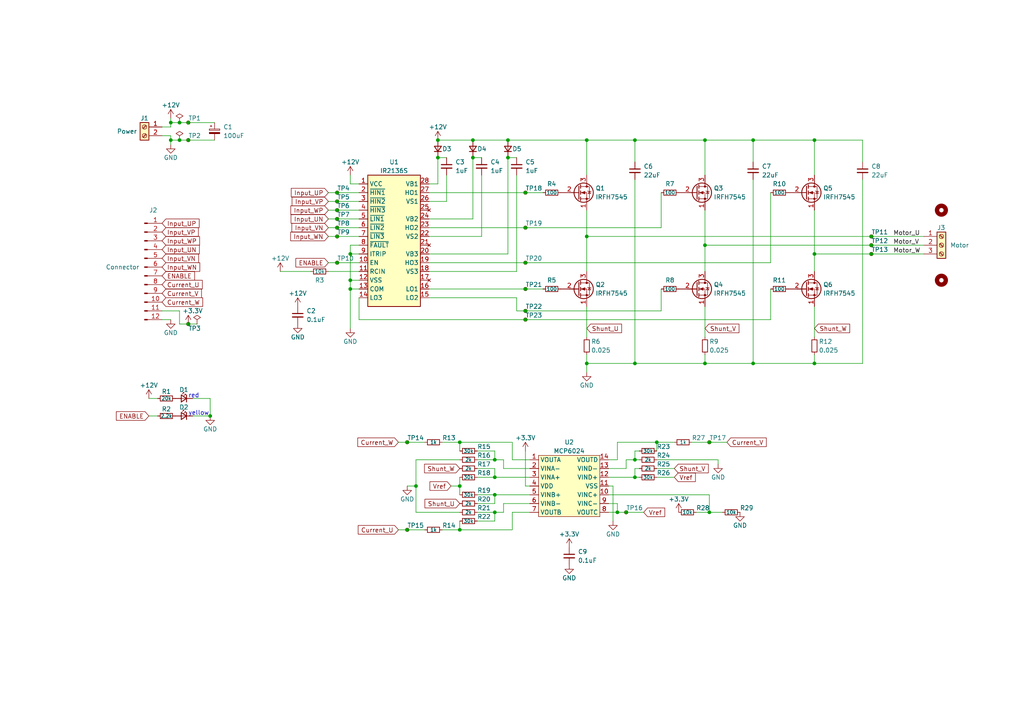
<source format=kicad_sch>
(kicad_sch (version 20230121) (generator eeschema)

  (uuid 33038fcb-1b1d-4a51-b58f-6e1a615cbb64)

  (paper "A4")

  (title_block
    (title "EB-BLDC")
    (date "2023-12-08")
    (rev "V1.0")
    (company "https://github.com/KimiakiK")
  )

  (lib_symbols
    (symbol "Connector:Conn_01x12_Pin" (pin_names (offset 1.016) hide) (in_bom yes) (on_board yes)
      (property "Reference" "J" (at 0 15.24 0)
        (effects (font (size 1.27 1.27)))
      )
      (property "Value" "Conn_01x12_Pin" (at 0 -17.78 0)
        (effects (font (size 1.27 1.27)))
      )
      (property "Footprint" "" (at 0 0 0)
        (effects (font (size 1.27 1.27)) hide)
      )
      (property "Datasheet" "~" (at 0 0 0)
        (effects (font (size 1.27 1.27)) hide)
      )
      (property "ki_locked" "" (at 0 0 0)
        (effects (font (size 1.27 1.27)))
      )
      (property "ki_keywords" "connector" (at 0 0 0)
        (effects (font (size 1.27 1.27)) hide)
      )
      (property "ki_description" "Generic connector, single row, 01x12, script generated" (at 0 0 0)
        (effects (font (size 1.27 1.27)) hide)
      )
      (property "ki_fp_filters" "Connector*:*_1x??_*" (at 0 0 0)
        (effects (font (size 1.27 1.27)) hide)
      )
      (symbol "Conn_01x12_Pin_1_1"
        (polyline
          (pts
            (xy 1.27 -15.24)
            (xy 0.8636 -15.24)
          )
          (stroke (width 0.1524) (type default))
          (fill (type none))
        )
        (polyline
          (pts
            (xy 1.27 -12.7)
            (xy 0.8636 -12.7)
          )
          (stroke (width 0.1524) (type default))
          (fill (type none))
        )
        (polyline
          (pts
            (xy 1.27 -10.16)
            (xy 0.8636 -10.16)
          )
          (stroke (width 0.1524) (type default))
          (fill (type none))
        )
        (polyline
          (pts
            (xy 1.27 -7.62)
            (xy 0.8636 -7.62)
          )
          (stroke (width 0.1524) (type default))
          (fill (type none))
        )
        (polyline
          (pts
            (xy 1.27 -5.08)
            (xy 0.8636 -5.08)
          )
          (stroke (width 0.1524) (type default))
          (fill (type none))
        )
        (polyline
          (pts
            (xy 1.27 -2.54)
            (xy 0.8636 -2.54)
          )
          (stroke (width 0.1524) (type default))
          (fill (type none))
        )
        (polyline
          (pts
            (xy 1.27 0)
            (xy 0.8636 0)
          )
          (stroke (width 0.1524) (type default))
          (fill (type none))
        )
        (polyline
          (pts
            (xy 1.27 2.54)
            (xy 0.8636 2.54)
          )
          (stroke (width 0.1524) (type default))
          (fill (type none))
        )
        (polyline
          (pts
            (xy 1.27 5.08)
            (xy 0.8636 5.08)
          )
          (stroke (width 0.1524) (type default))
          (fill (type none))
        )
        (polyline
          (pts
            (xy 1.27 7.62)
            (xy 0.8636 7.62)
          )
          (stroke (width 0.1524) (type default))
          (fill (type none))
        )
        (polyline
          (pts
            (xy 1.27 10.16)
            (xy 0.8636 10.16)
          )
          (stroke (width 0.1524) (type default))
          (fill (type none))
        )
        (polyline
          (pts
            (xy 1.27 12.7)
            (xy 0.8636 12.7)
          )
          (stroke (width 0.1524) (type default))
          (fill (type none))
        )
        (rectangle (start 0.8636 -15.113) (end 0 -15.367)
          (stroke (width 0.1524) (type default))
          (fill (type outline))
        )
        (rectangle (start 0.8636 -12.573) (end 0 -12.827)
          (stroke (width 0.1524) (type default))
          (fill (type outline))
        )
        (rectangle (start 0.8636 -10.033) (end 0 -10.287)
          (stroke (width 0.1524) (type default))
          (fill (type outline))
        )
        (rectangle (start 0.8636 -7.493) (end 0 -7.747)
          (stroke (width 0.1524) (type default))
          (fill (type outline))
        )
        (rectangle (start 0.8636 -4.953) (end 0 -5.207)
          (stroke (width 0.1524) (type default))
          (fill (type outline))
        )
        (rectangle (start 0.8636 -2.413) (end 0 -2.667)
          (stroke (width 0.1524) (type default))
          (fill (type outline))
        )
        (rectangle (start 0.8636 0.127) (end 0 -0.127)
          (stroke (width 0.1524) (type default))
          (fill (type outline))
        )
        (rectangle (start 0.8636 2.667) (end 0 2.413)
          (stroke (width 0.1524) (type default))
          (fill (type outline))
        )
        (rectangle (start 0.8636 5.207) (end 0 4.953)
          (stroke (width 0.1524) (type default))
          (fill (type outline))
        )
        (rectangle (start 0.8636 7.747) (end 0 7.493)
          (stroke (width 0.1524) (type default))
          (fill (type outline))
        )
        (rectangle (start 0.8636 10.287) (end 0 10.033)
          (stroke (width 0.1524) (type default))
          (fill (type outline))
        )
        (rectangle (start 0.8636 12.827) (end 0 12.573)
          (stroke (width 0.1524) (type default))
          (fill (type outline))
        )
        (pin passive line (at 5.08 12.7 180) (length 3.81)
          (name "Pin_1" (effects (font (size 1.27 1.27))))
          (number "1" (effects (font (size 1.27 1.27))))
        )
        (pin passive line (at 5.08 -10.16 180) (length 3.81)
          (name "Pin_10" (effects (font (size 1.27 1.27))))
          (number "10" (effects (font (size 1.27 1.27))))
        )
        (pin passive line (at 5.08 -12.7 180) (length 3.81)
          (name "Pin_11" (effects (font (size 1.27 1.27))))
          (number "11" (effects (font (size 1.27 1.27))))
        )
        (pin passive line (at 5.08 -15.24 180) (length 3.81)
          (name "Pin_12" (effects (font (size 1.27 1.27))))
          (number "12" (effects (font (size 1.27 1.27))))
        )
        (pin passive line (at 5.08 10.16 180) (length 3.81)
          (name "Pin_2" (effects (font (size 1.27 1.27))))
          (number "2" (effects (font (size 1.27 1.27))))
        )
        (pin passive line (at 5.08 7.62 180) (length 3.81)
          (name "Pin_3" (effects (font (size 1.27 1.27))))
          (number "3" (effects (font (size 1.27 1.27))))
        )
        (pin passive line (at 5.08 5.08 180) (length 3.81)
          (name "Pin_4" (effects (font (size 1.27 1.27))))
          (number "4" (effects (font (size 1.27 1.27))))
        )
        (pin passive line (at 5.08 2.54 180) (length 3.81)
          (name "Pin_5" (effects (font (size 1.27 1.27))))
          (number "5" (effects (font (size 1.27 1.27))))
        )
        (pin passive line (at 5.08 0 180) (length 3.81)
          (name "Pin_6" (effects (font (size 1.27 1.27))))
          (number "6" (effects (font (size 1.27 1.27))))
        )
        (pin passive line (at 5.08 -2.54 180) (length 3.81)
          (name "Pin_7" (effects (font (size 1.27 1.27))))
          (number "7" (effects (font (size 1.27 1.27))))
        )
        (pin passive line (at 5.08 -5.08 180) (length 3.81)
          (name "Pin_8" (effects (font (size 1.27 1.27))))
          (number "8" (effects (font (size 1.27 1.27))))
        )
        (pin passive line (at 5.08 -7.62 180) (length 3.81)
          (name "Pin_9" (effects (font (size 1.27 1.27))))
          (number "9" (effects (font (size 1.27 1.27))))
        )
      )
    )
    (symbol "Connector:Screw_Terminal_01x02" (pin_names (offset 1.016) hide) (in_bom yes) (on_board yes)
      (property "Reference" "J" (at 0 2.54 0)
        (effects (font (size 1.27 1.27)))
      )
      (property "Value" "Screw_Terminal_01x02" (at 0 -5.08 0)
        (effects (font (size 1.27 1.27)))
      )
      (property "Footprint" "" (at 0 0 0)
        (effects (font (size 1.27 1.27)) hide)
      )
      (property "Datasheet" "~" (at 0 0 0)
        (effects (font (size 1.27 1.27)) hide)
      )
      (property "ki_keywords" "screw terminal" (at 0 0 0)
        (effects (font (size 1.27 1.27)) hide)
      )
      (property "ki_description" "Generic screw terminal, single row, 01x02, script generated (kicad-library-utils/schlib/autogen/connector/)" (at 0 0 0)
        (effects (font (size 1.27 1.27)) hide)
      )
      (property "ki_fp_filters" "TerminalBlock*:*" (at 0 0 0)
        (effects (font (size 1.27 1.27)) hide)
      )
      (symbol "Screw_Terminal_01x02_1_1"
        (rectangle (start -1.27 1.27) (end 1.27 -3.81)
          (stroke (width 0.254) (type default))
          (fill (type background))
        )
        (circle (center 0 -2.54) (radius 0.635)
          (stroke (width 0.1524) (type default))
          (fill (type none))
        )
        (polyline
          (pts
            (xy -0.5334 -2.2098)
            (xy 0.3302 -3.048)
          )
          (stroke (width 0.1524) (type default))
          (fill (type none))
        )
        (polyline
          (pts
            (xy -0.5334 0.3302)
            (xy 0.3302 -0.508)
          )
          (stroke (width 0.1524) (type default))
          (fill (type none))
        )
        (polyline
          (pts
            (xy -0.3556 -2.032)
            (xy 0.508 -2.8702)
          )
          (stroke (width 0.1524) (type default))
          (fill (type none))
        )
        (polyline
          (pts
            (xy -0.3556 0.508)
            (xy 0.508 -0.3302)
          )
          (stroke (width 0.1524) (type default))
          (fill (type none))
        )
        (circle (center 0 0) (radius 0.635)
          (stroke (width 0.1524) (type default))
          (fill (type none))
        )
        (pin passive line (at -5.08 0 0) (length 3.81)
          (name "Pin_1" (effects (font (size 1.27 1.27))))
          (number "1" (effects (font (size 1.27 1.27))))
        )
        (pin passive line (at -5.08 -2.54 0) (length 3.81)
          (name "Pin_2" (effects (font (size 1.27 1.27))))
          (number "2" (effects (font (size 1.27 1.27))))
        )
      )
    )
    (symbol "Connector:Screw_Terminal_01x03" (pin_names (offset 1.016) hide) (in_bom yes) (on_board yes)
      (property "Reference" "J" (at 0 5.08 0)
        (effects (font (size 1.27 1.27)))
      )
      (property "Value" "Screw_Terminal_01x03" (at 0 -5.08 0)
        (effects (font (size 1.27 1.27)))
      )
      (property "Footprint" "" (at 0 0 0)
        (effects (font (size 1.27 1.27)) hide)
      )
      (property "Datasheet" "~" (at 0 0 0)
        (effects (font (size 1.27 1.27)) hide)
      )
      (property "ki_keywords" "screw terminal" (at 0 0 0)
        (effects (font (size 1.27 1.27)) hide)
      )
      (property "ki_description" "Generic screw terminal, single row, 01x03, script generated (kicad-library-utils/schlib/autogen/connector/)" (at 0 0 0)
        (effects (font (size 1.27 1.27)) hide)
      )
      (property "ki_fp_filters" "TerminalBlock*:*" (at 0 0 0)
        (effects (font (size 1.27 1.27)) hide)
      )
      (symbol "Screw_Terminal_01x03_1_1"
        (rectangle (start -1.27 3.81) (end 1.27 -3.81)
          (stroke (width 0.254) (type default))
          (fill (type background))
        )
        (circle (center 0 -2.54) (radius 0.635)
          (stroke (width 0.1524) (type default))
          (fill (type none))
        )
        (polyline
          (pts
            (xy -0.5334 -2.2098)
            (xy 0.3302 -3.048)
          )
          (stroke (width 0.1524) (type default))
          (fill (type none))
        )
        (polyline
          (pts
            (xy -0.5334 0.3302)
            (xy 0.3302 -0.508)
          )
          (stroke (width 0.1524) (type default))
          (fill (type none))
        )
        (polyline
          (pts
            (xy -0.5334 2.8702)
            (xy 0.3302 2.032)
          )
          (stroke (width 0.1524) (type default))
          (fill (type none))
        )
        (polyline
          (pts
            (xy -0.3556 -2.032)
            (xy 0.508 -2.8702)
          )
          (stroke (width 0.1524) (type default))
          (fill (type none))
        )
        (polyline
          (pts
            (xy -0.3556 0.508)
            (xy 0.508 -0.3302)
          )
          (stroke (width 0.1524) (type default))
          (fill (type none))
        )
        (polyline
          (pts
            (xy -0.3556 3.048)
            (xy 0.508 2.2098)
          )
          (stroke (width 0.1524) (type default))
          (fill (type none))
        )
        (circle (center 0 0) (radius 0.635)
          (stroke (width 0.1524) (type default))
          (fill (type none))
        )
        (circle (center 0 2.54) (radius 0.635)
          (stroke (width 0.1524) (type default))
          (fill (type none))
        )
        (pin passive line (at -5.08 2.54 0) (length 3.81)
          (name "Pin_1" (effects (font (size 1.27 1.27))))
          (number "1" (effects (font (size 1.27 1.27))))
        )
        (pin passive line (at -5.08 0 0) (length 3.81)
          (name "Pin_2" (effects (font (size 1.27 1.27))))
          (number "2" (effects (font (size 1.27 1.27))))
        )
        (pin passive line (at -5.08 -2.54 0) (length 3.81)
          (name "Pin_3" (effects (font (size 1.27 1.27))))
          (number "3" (effects (font (size 1.27 1.27))))
        )
      )
    )
    (symbol "Connector:TestPoint_Small" (pin_numbers hide) (pin_names (offset 0.762) hide) (in_bom yes) (on_board yes)
      (property "Reference" "TP" (at 0 3.81 0)
        (effects (font (size 1.27 1.27)))
      )
      (property "Value" "TestPoint_Small" (at 0 2.032 0)
        (effects (font (size 1.27 1.27)))
      )
      (property "Footprint" "" (at 5.08 0 0)
        (effects (font (size 1.27 1.27)) hide)
      )
      (property "Datasheet" "~" (at 5.08 0 0)
        (effects (font (size 1.27 1.27)) hide)
      )
      (property "ki_keywords" "test point tp" (at 0 0 0)
        (effects (font (size 1.27 1.27)) hide)
      )
      (property "ki_description" "test point" (at 0 0 0)
        (effects (font (size 1.27 1.27)) hide)
      )
      (property "ki_fp_filters" "Pin* Test*" (at 0 0 0)
        (effects (font (size 1.27 1.27)) hide)
      )
      (symbol "TestPoint_Small_0_1"
        (circle (center 0 0) (radius 0.508)
          (stroke (width 0) (type default))
          (fill (type none))
        )
      )
      (symbol "TestPoint_Small_1_1"
        (pin passive line (at 0 0 90) (length 0)
          (name "1" (effects (font (size 1.27 1.27))))
          (number "1" (effects (font (size 1.27 1.27))))
        )
      )
    )
    (symbol "Device:C_Polarized_Small" (pin_numbers hide) (pin_names (offset 0.254) hide) (in_bom yes) (on_board yes)
      (property "Reference" "C" (at 0.254 1.778 0)
        (effects (font (size 1.27 1.27)) (justify left))
      )
      (property "Value" "C_Polarized_Small" (at 0.254 -2.032 0)
        (effects (font (size 1.27 1.27)) (justify left))
      )
      (property "Footprint" "" (at 0 0 0)
        (effects (font (size 1.27 1.27)) hide)
      )
      (property "Datasheet" "~" (at 0 0 0)
        (effects (font (size 1.27 1.27)) hide)
      )
      (property "ki_keywords" "cap capacitor" (at 0 0 0)
        (effects (font (size 1.27 1.27)) hide)
      )
      (property "ki_description" "Polarized capacitor, small symbol" (at 0 0 0)
        (effects (font (size 1.27 1.27)) hide)
      )
      (property "ki_fp_filters" "CP_*" (at 0 0 0)
        (effects (font (size 1.27 1.27)) hide)
      )
      (symbol "C_Polarized_Small_0_1"
        (rectangle (start -1.524 -0.3048) (end 1.524 -0.6858)
          (stroke (width 0) (type default))
          (fill (type outline))
        )
        (rectangle (start -1.524 0.6858) (end 1.524 0.3048)
          (stroke (width 0) (type default))
          (fill (type none))
        )
        (polyline
          (pts
            (xy -1.27 1.524)
            (xy -0.762 1.524)
          )
          (stroke (width 0) (type default))
          (fill (type none))
        )
        (polyline
          (pts
            (xy -1.016 1.27)
            (xy -1.016 1.778)
          )
          (stroke (width 0) (type default))
          (fill (type none))
        )
      )
      (symbol "C_Polarized_Small_1_1"
        (pin passive line (at 0 2.54 270) (length 1.8542)
          (name "~" (effects (font (size 1.27 1.27))))
          (number "1" (effects (font (size 1.27 1.27))))
        )
        (pin passive line (at 0 -2.54 90) (length 1.8542)
          (name "~" (effects (font (size 1.27 1.27))))
          (number "2" (effects (font (size 1.27 1.27))))
        )
      )
    )
    (symbol "Device:C_Small" (pin_numbers hide) (pin_names (offset 0.254) hide) (in_bom yes) (on_board yes)
      (property "Reference" "C" (at 0.254 1.778 0)
        (effects (font (size 1.27 1.27)) (justify left))
      )
      (property "Value" "C_Small" (at 0.254 -2.032 0)
        (effects (font (size 1.27 1.27)) (justify left))
      )
      (property "Footprint" "" (at 0 0 0)
        (effects (font (size 1.27 1.27)) hide)
      )
      (property "Datasheet" "~" (at 0 0 0)
        (effects (font (size 1.27 1.27)) hide)
      )
      (property "ki_keywords" "capacitor cap" (at 0 0 0)
        (effects (font (size 1.27 1.27)) hide)
      )
      (property "ki_description" "Unpolarized capacitor, small symbol" (at 0 0 0)
        (effects (font (size 1.27 1.27)) hide)
      )
      (property "ki_fp_filters" "C_*" (at 0 0 0)
        (effects (font (size 1.27 1.27)) hide)
      )
      (symbol "C_Small_0_1"
        (polyline
          (pts
            (xy -1.524 -0.508)
            (xy 1.524 -0.508)
          )
          (stroke (width 0.3302) (type default))
          (fill (type none))
        )
        (polyline
          (pts
            (xy -1.524 0.508)
            (xy 1.524 0.508)
          )
          (stroke (width 0.3048) (type default))
          (fill (type none))
        )
      )
      (symbol "C_Small_1_1"
        (pin passive line (at 0 2.54 270) (length 2.032)
          (name "~" (effects (font (size 1.27 1.27))))
          (number "1" (effects (font (size 1.27 1.27))))
        )
        (pin passive line (at 0 -2.54 90) (length 2.032)
          (name "~" (effects (font (size 1.27 1.27))))
          (number "2" (effects (font (size 1.27 1.27))))
        )
      )
    )
    (symbol "Device:D_Small" (pin_numbers hide) (pin_names (offset 0.254) hide) (in_bom yes) (on_board yes)
      (property "Reference" "D" (at -1.27 2.032 0)
        (effects (font (size 1.27 1.27)) (justify left))
      )
      (property "Value" "D_Small" (at -3.81 -2.032 0)
        (effects (font (size 1.27 1.27)) (justify left))
      )
      (property "Footprint" "" (at 0 0 90)
        (effects (font (size 1.27 1.27)) hide)
      )
      (property "Datasheet" "~" (at 0 0 90)
        (effects (font (size 1.27 1.27)) hide)
      )
      (property "Sim.Device" "D" (at 0 0 0)
        (effects (font (size 1.27 1.27)) hide)
      )
      (property "Sim.Pins" "1=K 2=A" (at 0 0 0)
        (effects (font (size 1.27 1.27)) hide)
      )
      (property "ki_keywords" "diode" (at 0 0 0)
        (effects (font (size 1.27 1.27)) hide)
      )
      (property "ki_description" "Diode, small symbol" (at 0 0 0)
        (effects (font (size 1.27 1.27)) hide)
      )
      (property "ki_fp_filters" "TO-???* *_Diode_* *SingleDiode* D_*" (at 0 0 0)
        (effects (font (size 1.27 1.27)) hide)
      )
      (symbol "D_Small_0_1"
        (polyline
          (pts
            (xy -0.762 -1.016)
            (xy -0.762 1.016)
          )
          (stroke (width 0.254) (type default))
          (fill (type none))
        )
        (polyline
          (pts
            (xy -0.762 0)
            (xy 0.762 0)
          )
          (stroke (width 0) (type default))
          (fill (type none))
        )
        (polyline
          (pts
            (xy 0.762 -1.016)
            (xy -0.762 0)
            (xy 0.762 1.016)
            (xy 0.762 -1.016)
          )
          (stroke (width 0.254) (type default))
          (fill (type none))
        )
      )
      (symbol "D_Small_1_1"
        (pin passive line (at -2.54 0 0) (length 1.778)
          (name "K" (effects (font (size 1.27 1.27))))
          (number "1" (effects (font (size 1.27 1.27))))
        )
        (pin passive line (at 2.54 0 180) (length 1.778)
          (name "A" (effects (font (size 1.27 1.27))))
          (number "2" (effects (font (size 1.27 1.27))))
        )
      )
    )
    (symbol "Device:LED_Small" (pin_numbers hide) (pin_names (offset 0.254) hide) (in_bom yes) (on_board yes)
      (property "Reference" "D" (at -1.27 3.175 0)
        (effects (font (size 1.27 1.27)) (justify left))
      )
      (property "Value" "LED_Small" (at -4.445 -2.54 0)
        (effects (font (size 1.27 1.27)) (justify left))
      )
      (property "Footprint" "" (at 0 0 90)
        (effects (font (size 1.27 1.27)) hide)
      )
      (property "Datasheet" "~" (at 0 0 90)
        (effects (font (size 1.27 1.27)) hide)
      )
      (property "ki_keywords" "LED diode light-emitting-diode" (at 0 0 0)
        (effects (font (size 1.27 1.27)) hide)
      )
      (property "ki_description" "Light emitting diode, small symbol" (at 0 0 0)
        (effects (font (size 1.27 1.27)) hide)
      )
      (property "ki_fp_filters" "LED* LED_SMD:* LED_THT:*" (at 0 0 0)
        (effects (font (size 1.27 1.27)) hide)
      )
      (symbol "LED_Small_0_1"
        (polyline
          (pts
            (xy -0.762 -1.016)
            (xy -0.762 1.016)
          )
          (stroke (width 0.254) (type default))
          (fill (type none))
        )
        (polyline
          (pts
            (xy 1.016 0)
            (xy -0.762 0)
          )
          (stroke (width 0) (type default))
          (fill (type none))
        )
        (polyline
          (pts
            (xy 0.762 -1.016)
            (xy -0.762 0)
            (xy 0.762 1.016)
            (xy 0.762 -1.016)
          )
          (stroke (width 0.254) (type default))
          (fill (type none))
        )
        (polyline
          (pts
            (xy 0 0.762)
            (xy -0.508 1.27)
            (xy -0.254 1.27)
            (xy -0.508 1.27)
            (xy -0.508 1.016)
          )
          (stroke (width 0) (type default))
          (fill (type none))
        )
        (polyline
          (pts
            (xy 0.508 1.27)
            (xy 0 1.778)
            (xy 0.254 1.778)
            (xy 0 1.778)
            (xy 0 1.524)
          )
          (stroke (width 0) (type default))
          (fill (type none))
        )
      )
      (symbol "LED_Small_1_1"
        (pin passive line (at -2.54 0 0) (length 1.778)
          (name "K" (effects (font (size 1.27 1.27))))
          (number "1" (effects (font (size 1.27 1.27))))
        )
        (pin passive line (at 2.54 0 180) (length 1.778)
          (name "A" (effects (font (size 1.27 1.27))))
          (number "2" (effects (font (size 1.27 1.27))))
        )
      )
    )
    (symbol "Device:Q_NMOS_SGD" (pin_names (offset 0) hide) (in_bom yes) (on_board yes)
      (property "Reference" "Q" (at 5.08 1.27 0)
        (effects (font (size 1.27 1.27)) (justify left))
      )
      (property "Value" "Q_NMOS_SGD" (at 5.08 -1.27 0)
        (effects (font (size 1.27 1.27)) (justify left))
      )
      (property "Footprint" "" (at 5.08 2.54 0)
        (effects (font (size 1.27 1.27)) hide)
      )
      (property "Datasheet" "~" (at 0 0 0)
        (effects (font (size 1.27 1.27)) hide)
      )
      (property "ki_keywords" "transistor NMOS N-MOS N-MOSFET" (at 0 0 0)
        (effects (font (size 1.27 1.27)) hide)
      )
      (property "ki_description" "N-MOSFET transistor, source/gate/drain" (at 0 0 0)
        (effects (font (size 1.27 1.27)) hide)
      )
      (symbol "Q_NMOS_SGD_0_1"
        (polyline
          (pts
            (xy 0.254 0)
            (xy -2.54 0)
          )
          (stroke (width 0) (type default))
          (fill (type none))
        )
        (polyline
          (pts
            (xy 0.254 1.905)
            (xy 0.254 -1.905)
          )
          (stroke (width 0.254) (type default))
          (fill (type none))
        )
        (polyline
          (pts
            (xy 0.762 -1.27)
            (xy 0.762 -2.286)
          )
          (stroke (width 0.254) (type default))
          (fill (type none))
        )
        (polyline
          (pts
            (xy 0.762 0.508)
            (xy 0.762 -0.508)
          )
          (stroke (width 0.254) (type default))
          (fill (type none))
        )
        (polyline
          (pts
            (xy 0.762 2.286)
            (xy 0.762 1.27)
          )
          (stroke (width 0.254) (type default))
          (fill (type none))
        )
        (polyline
          (pts
            (xy 2.54 2.54)
            (xy 2.54 1.778)
          )
          (stroke (width 0) (type default))
          (fill (type none))
        )
        (polyline
          (pts
            (xy 2.54 -2.54)
            (xy 2.54 0)
            (xy 0.762 0)
          )
          (stroke (width 0) (type default))
          (fill (type none))
        )
        (polyline
          (pts
            (xy 0.762 -1.778)
            (xy 3.302 -1.778)
            (xy 3.302 1.778)
            (xy 0.762 1.778)
          )
          (stroke (width 0) (type default))
          (fill (type none))
        )
        (polyline
          (pts
            (xy 1.016 0)
            (xy 2.032 0.381)
            (xy 2.032 -0.381)
            (xy 1.016 0)
          )
          (stroke (width 0) (type default))
          (fill (type outline))
        )
        (polyline
          (pts
            (xy 2.794 0.508)
            (xy 2.921 0.381)
            (xy 3.683 0.381)
            (xy 3.81 0.254)
          )
          (stroke (width 0) (type default))
          (fill (type none))
        )
        (polyline
          (pts
            (xy 3.302 0.381)
            (xy 2.921 -0.254)
            (xy 3.683 -0.254)
            (xy 3.302 0.381)
          )
          (stroke (width 0) (type default))
          (fill (type none))
        )
        (circle (center 1.651 0) (radius 2.794)
          (stroke (width 0.254) (type default))
          (fill (type none))
        )
        (circle (center 2.54 -1.778) (radius 0.254)
          (stroke (width 0) (type default))
          (fill (type outline))
        )
        (circle (center 2.54 1.778) (radius 0.254)
          (stroke (width 0) (type default))
          (fill (type outline))
        )
      )
      (symbol "Q_NMOS_SGD_1_1"
        (pin passive line (at 2.54 -5.08 90) (length 2.54)
          (name "S" (effects (font (size 1.27 1.27))))
          (number "1" (effects (font (size 1.27 1.27))))
        )
        (pin input line (at -5.08 0 0) (length 5.08)
          (name "G" (effects (font (size 1.27 1.27))))
          (number "2" (effects (font (size 1.27 1.27))))
        )
        (pin passive line (at 2.54 5.08 270) (length 2.54)
          (name "D" (effects (font (size 1.27 1.27))))
          (number "3" (effects (font (size 1.27 1.27))))
        )
      )
    )
    (symbol "Device:R_Small" (pin_numbers hide) (pin_names (offset 0.254) hide) (in_bom yes) (on_board yes)
      (property "Reference" "R" (at 0.762 0.508 0)
        (effects (font (size 1.27 1.27)) (justify left))
      )
      (property "Value" "R_Small" (at 0.762 -1.016 0)
        (effects (font (size 1.27 1.27)) (justify left))
      )
      (property "Footprint" "" (at 0 0 0)
        (effects (font (size 1.27 1.27)) hide)
      )
      (property "Datasheet" "~" (at 0 0 0)
        (effects (font (size 1.27 1.27)) hide)
      )
      (property "ki_keywords" "R resistor" (at 0 0 0)
        (effects (font (size 1.27 1.27)) hide)
      )
      (property "ki_description" "Resistor, small symbol" (at 0 0 0)
        (effects (font (size 1.27 1.27)) hide)
      )
      (property "ki_fp_filters" "R_*" (at 0 0 0)
        (effects (font (size 1.27 1.27)) hide)
      )
      (symbol "R_Small_0_1"
        (rectangle (start -0.762 1.778) (end 0.762 -1.778)
          (stroke (width 0.2032) (type default))
          (fill (type none))
        )
      )
      (symbol "R_Small_1_1"
        (pin passive line (at 0 2.54 270) (length 0.762)
          (name "~" (effects (font (size 1.27 1.27))))
          (number "1" (effects (font (size 1.27 1.27))))
        )
        (pin passive line (at 0 -2.54 90) (length 0.762)
          (name "~" (effects (font (size 1.27 1.27))))
          (number "2" (effects (font (size 1.27 1.27))))
        )
      )
    )
    (symbol "EB-BLDC:IR2136S" (in_bom yes) (on_board yes)
      (property "Reference" "U" (at 0 22.86 0)
        (effects (font (size 1.27 1.27)))
      )
      (property "Value" "IR2136S" (at 0 20.32 0)
        (effects (font (size 1.27 1.27)))
      )
      (property "Footprint" "" (at 0 -38.1 0)
        (effects (font (size 1.27 1.27)) hide)
      )
      (property "Datasheet" "" (at 0 0 0)
        (effects (font (size 1.27 1.27)) hide)
      )
      (property "ki_keywords" "3 Phase Gate Driver" (at 0 0 0)
        (effects (font (size 1.27 1.27)) hide)
      )
      (property "ki_description" "600V, Vout 10-20V, SOIC-28" (at 0 0 0)
        (effects (font (size 1.27 1.27)) hide)
      )
      (property "ki_fp_filters" "SOIC*7.5x17.9mm*P1.27mm*" (at 0 0 0)
        (effects (font (size 1.27 1.27)) hide)
      )
      (symbol "IR2136S_0_0"
        (pin power_in line (at -10.16 16.51 0) (length 2.54)
          (name "VCC" (effects (font (size 1.27 1.27))))
          (number "1" (effects (font (size 1.27 1.27))))
        )
        (pin passive line (at -10.16 -6.35 0) (length 2.54)
          (name "EN" (effects (font (size 1.27 1.27))))
          (number "10" (effects (font (size 1.27 1.27))))
        )
        (pin passive line (at -10.16 -8.89 0) (length 2.54)
          (name "RCIN" (effects (font (size 1.27 1.27))))
          (number "11" (effects (font (size 1.27 1.27))))
        )
        (pin power_in line (at -10.16 -11.43 0) (length 2.54)
          (name "VSS" (effects (font (size 1.27 1.27))))
          (number "12" (effects (font (size 1.27 1.27))))
        )
        (pin passive line (at -10.16 -13.97 0) (length 2.54)
          (name "COM" (effects (font (size 1.27 1.27))))
          (number "13" (effects (font (size 1.27 1.27))))
        )
        (pin passive line (at -10.16 -16.51 0) (length 2.54)
          (name "LO3" (effects (font (size 1.27 1.27))))
          (number "14" (effects (font (size 1.27 1.27))))
        )
        (pin passive line (at 10.16 -16.51 180) (length 2.54)
          (name "LO2" (effects (font (size 1.27 1.27))))
          (number "15" (effects (font (size 1.27 1.27))))
        )
        (pin passive line (at 10.16 -13.97 180) (length 2.54)
          (name "LO1" (effects (font (size 1.27 1.27))))
          (number "16" (effects (font (size 1.27 1.27))))
        )
        (pin no_connect line (at 10.16 -11.43 180) (length 2.54)
          (name "~" (effects (font (size 1.27 1.27))))
          (number "17" (effects (font (size 1.27 1.27))))
        )
        (pin passive line (at 10.16 -8.89 180) (length 2.54)
          (name "VS3" (effects (font (size 1.27 1.27))))
          (number "18" (effects (font (size 1.27 1.27))))
        )
        (pin passive line (at 10.16 -6.35 180) (length 2.54)
          (name "HO3" (effects (font (size 1.27 1.27))))
          (number "19" (effects (font (size 1.27 1.27))))
        )
        (pin passive line (at -10.16 13.97 0) (length 2.54)
          (name "~{HIN1}" (effects (font (size 1.27 1.27))))
          (number "2" (effects (font (size 1.27 1.27))))
        )
        (pin passive line (at 10.16 -3.81 180) (length 2.54)
          (name "VB3" (effects (font (size 1.27 1.27))))
          (number "20" (effects (font (size 1.27 1.27))))
        )
        (pin no_connect line (at 10.16 -1.27 180) (length 2.54)
          (name "~" (effects (font (size 1.27 1.27))))
          (number "21" (effects (font (size 1.27 1.27))))
        )
        (pin passive line (at 10.16 1.27 180) (length 2.54)
          (name "VS2" (effects (font (size 1.27 1.27))))
          (number "22" (effects (font (size 1.27 1.27))))
        )
        (pin passive line (at 10.16 3.81 180) (length 2.54)
          (name "HO2" (effects (font (size 1.27 1.27))))
          (number "23" (effects (font (size 1.27 1.27))))
        )
        (pin passive line (at 10.16 6.35 180) (length 2.54)
          (name "VB2" (effects (font (size 1.27 1.27))))
          (number "24" (effects (font (size 1.27 1.27))))
        )
        (pin no_connect line (at 10.16 8.89 180) (length 2.54)
          (name "~" (effects (font (size 1.27 1.27))))
          (number "25" (effects (font (size 1.27 1.27))))
        )
        (pin passive line (at 10.16 11.43 180) (length 2.54)
          (name "VS1" (effects (font (size 1.27 1.27))))
          (number "26" (effects (font (size 1.27 1.27))))
        )
        (pin passive line (at 10.16 13.97 180) (length 2.54)
          (name "HO1" (effects (font (size 1.27 1.27))))
          (number "27" (effects (font (size 1.27 1.27))))
        )
        (pin passive line (at 10.16 16.51 180) (length 2.54)
          (name "VB1" (effects (font (size 1.27 1.27))))
          (number "28" (effects (font (size 1.27 1.27))))
        )
        (pin passive line (at -10.16 11.43 0) (length 2.54)
          (name "~{HIN2}" (effects (font (size 1.27 1.27))))
          (number "3" (effects (font (size 1.27 1.27))))
        )
        (pin passive line (at -10.16 8.89 0) (length 2.54)
          (name "~{HIN3}" (effects (font (size 1.27 1.27))))
          (number "4" (effects (font (size 1.27 1.27))))
        )
        (pin passive line (at -10.16 6.35 0) (length 2.54)
          (name "~{LIN1}" (effects (font (size 1.27 1.27))))
          (number "5" (effects (font (size 1.27 1.27))))
        )
        (pin passive line (at -10.16 3.81 0) (length 2.54)
          (name "~{LIN2}" (effects (font (size 1.27 1.27))))
          (number "6" (effects (font (size 1.27 1.27))))
        )
        (pin passive line (at -10.16 1.27 0) (length 2.54)
          (name "~{LIN3}" (effects (font (size 1.27 1.27))))
          (number "7" (effects (font (size 1.27 1.27))))
        )
        (pin passive line (at -10.16 -1.27 0) (length 2.54)
          (name "~{FAULT}" (effects (font (size 1.27 1.27))))
          (number "8" (effects (font (size 1.27 1.27))))
        )
        (pin passive line (at -10.16 -3.81 0) (length 2.54)
          (name "ITRIP" (effects (font (size 1.27 1.27))))
          (number "9" (effects (font (size 1.27 1.27))))
        )
      )
      (symbol "IR2136S_1_1"
        (rectangle (start -7.62 -19.05) (end 7.62 19.05)
          (stroke (width 0.254) (type solid))
          (fill (type background))
        )
      )
    )
    (symbol "EB-BLDC:MCP6024" (in_bom yes) (on_board yes)
      (property "Reference" "U" (at 0 12.7 0)
        (effects (font (size 1.27 1.27)))
      )
      (property "Value" "MCP6024" (at 0 10.16 0)
        (effects (font (size 1.27 1.27)))
      )
      (property "Footprint" "" (at 0 10.16 0)
        (effects (font (size 1.27 1.27)) hide)
      )
      (property "Datasheet" "" (at 0 10.16 0)
        (effects (font (size 1.27 1.27)) hide)
      )
      (property "ki_keywords" "Op Amps" (at 0 0 0)
        (effects (font (size 1.27 1.27)) hide)
      )
      (property "ki_description" "Rail-to-Rail Input/Output, 10 MHz Op Amps" (at 0 0 0)
        (effects (font (size 1.27 1.27)) hide)
      )
      (symbol "MCP6024_0_0"
        (pin passive line (at -11.43 7.62 0) (length 2.54)
          (name "VOUTA" (effects (font (size 1.27 1.27))))
          (number "1" (effects (font (size 1.27 1.27))))
        )
        (pin passive line (at 11.43 -2.54 180) (length 2.54)
          (name "VINC+" (effects (font (size 1.27 1.27))))
          (number "10" (effects (font (size 1.27 1.27))))
        )
        (pin passive line (at 11.43 0 180) (length 2.54)
          (name "VSS" (effects (font (size 1.27 1.27))))
          (number "11" (effects (font (size 1.27 1.27))))
        )
        (pin passive line (at 11.43 2.54 180) (length 2.54)
          (name "VIND+" (effects (font (size 1.27 1.27))))
          (number "12" (effects (font (size 1.27 1.27))))
        )
        (pin passive line (at 11.43 5.08 180) (length 2.54)
          (name "VIND-" (effects (font (size 1.27 1.27))))
          (number "13" (effects (font (size 1.27 1.27))))
        )
        (pin passive line (at 11.43 7.62 180) (length 2.54)
          (name "VOUTD" (effects (font (size 1.27 1.27))))
          (number "14" (effects (font (size 1.27 1.27))))
        )
        (pin passive line (at -11.43 5.08 0) (length 2.54)
          (name "VINA-" (effects (font (size 1.27 1.27))))
          (number "2" (effects (font (size 1.27 1.27))))
        )
        (pin passive line (at -11.43 2.54 0) (length 2.54)
          (name "VINA+" (effects (font (size 1.27 1.27))))
          (number "3" (effects (font (size 1.27 1.27))))
        )
        (pin passive line (at -11.43 0 0) (length 2.54)
          (name "VDD" (effects (font (size 1.27 1.27))))
          (number "4" (effects (font (size 1.27 1.27))))
        )
        (pin passive line (at -11.43 -2.54 0) (length 2.54)
          (name "VINB+" (effects (font (size 1.27 1.27))))
          (number "5" (effects (font (size 1.27 1.27))))
        )
        (pin passive line (at -11.43 -5.08 0) (length 2.54)
          (name "VINB-" (effects (font (size 1.27 1.27))))
          (number "6" (effects (font (size 1.27 1.27))))
        )
        (pin passive line (at -11.43 -7.62 0) (length 2.54)
          (name "VOUTB" (effects (font (size 1.27 1.27))))
          (number "7" (effects (font (size 1.27 1.27))))
        )
        (pin passive line (at 11.43 -7.62 180) (length 2.54)
          (name "VOUTC" (effects (font (size 1.27 1.27))))
          (number "8" (effects (font (size 1.27 1.27))))
        )
        (pin passive line (at 11.43 -5.08 180) (length 2.54)
          (name "VINC-" (effects (font (size 1.27 1.27))))
          (number "9" (effects (font (size 1.27 1.27))))
        )
      )
      (symbol "MCP6024_1_1"
        (rectangle (start -8.89 8.89) (end 8.89 -8.89)
          (stroke (width 0) (type default))
          (fill (type background))
        )
      )
    )
    (symbol "Mechanical:MountingHole" (pin_names (offset 1.016)) (in_bom yes) (on_board yes)
      (property "Reference" "H" (at 0 5.08 0)
        (effects (font (size 1.27 1.27)))
      )
      (property "Value" "MountingHole" (at 0 3.175 0)
        (effects (font (size 1.27 1.27)))
      )
      (property "Footprint" "" (at 0 0 0)
        (effects (font (size 1.27 1.27)) hide)
      )
      (property "Datasheet" "~" (at 0 0 0)
        (effects (font (size 1.27 1.27)) hide)
      )
      (property "ki_keywords" "mounting hole" (at 0 0 0)
        (effects (font (size 1.27 1.27)) hide)
      )
      (property "ki_description" "Mounting Hole without connection" (at 0 0 0)
        (effects (font (size 1.27 1.27)) hide)
      )
      (property "ki_fp_filters" "MountingHole*" (at 0 0 0)
        (effects (font (size 1.27 1.27)) hide)
      )
      (symbol "MountingHole_0_1"
        (circle (center 0 0) (radius 1.27)
          (stroke (width 1.27) (type default))
          (fill (type none))
        )
      )
    )
    (symbol "power:+12V" (power) (pin_names (offset 0)) (in_bom yes) (on_board yes)
      (property "Reference" "#PWR" (at 0 -3.81 0)
        (effects (font (size 1.27 1.27)) hide)
      )
      (property "Value" "+12V" (at 0 3.556 0)
        (effects (font (size 1.27 1.27)))
      )
      (property "Footprint" "" (at 0 0 0)
        (effects (font (size 1.27 1.27)) hide)
      )
      (property "Datasheet" "" (at 0 0 0)
        (effects (font (size 1.27 1.27)) hide)
      )
      (property "ki_keywords" "global power" (at 0 0 0)
        (effects (font (size 1.27 1.27)) hide)
      )
      (property "ki_description" "Power symbol creates a global label with name \"+12V\"" (at 0 0 0)
        (effects (font (size 1.27 1.27)) hide)
      )
      (symbol "+12V_0_1"
        (polyline
          (pts
            (xy -0.762 1.27)
            (xy 0 2.54)
          )
          (stroke (width 0) (type default))
          (fill (type none))
        )
        (polyline
          (pts
            (xy 0 0)
            (xy 0 2.54)
          )
          (stroke (width 0) (type default))
          (fill (type none))
        )
        (polyline
          (pts
            (xy 0 2.54)
            (xy 0.762 1.27)
          )
          (stroke (width 0) (type default))
          (fill (type none))
        )
      )
      (symbol "+12V_1_1"
        (pin power_in line (at 0 0 90) (length 0) hide
          (name "+12V" (effects (font (size 1.27 1.27))))
          (number "1" (effects (font (size 1.27 1.27))))
        )
      )
    )
    (symbol "power:+3.3V" (power) (pin_names (offset 0)) (in_bom yes) (on_board yes)
      (property "Reference" "#PWR" (at 0 -3.81 0)
        (effects (font (size 1.27 1.27)) hide)
      )
      (property "Value" "+3.3V" (at 0 3.556 0)
        (effects (font (size 1.27 1.27)))
      )
      (property "Footprint" "" (at 0 0 0)
        (effects (font (size 1.27 1.27)) hide)
      )
      (property "Datasheet" "" (at 0 0 0)
        (effects (font (size 1.27 1.27)) hide)
      )
      (property "ki_keywords" "global power" (at 0 0 0)
        (effects (font (size 1.27 1.27)) hide)
      )
      (property "ki_description" "Power symbol creates a global label with name \"+3.3V\"" (at 0 0 0)
        (effects (font (size 1.27 1.27)) hide)
      )
      (symbol "+3.3V_0_1"
        (polyline
          (pts
            (xy -0.762 1.27)
            (xy 0 2.54)
          )
          (stroke (width 0) (type default))
          (fill (type none))
        )
        (polyline
          (pts
            (xy 0 0)
            (xy 0 2.54)
          )
          (stroke (width 0) (type default))
          (fill (type none))
        )
        (polyline
          (pts
            (xy 0 2.54)
            (xy 0.762 1.27)
          )
          (stroke (width 0) (type default))
          (fill (type none))
        )
      )
      (symbol "+3.3V_1_1"
        (pin power_in line (at 0 0 90) (length 0) hide
          (name "+3.3V" (effects (font (size 1.27 1.27))))
          (number "1" (effects (font (size 1.27 1.27))))
        )
      )
    )
    (symbol "power:GND" (power) (pin_names (offset 0)) (in_bom yes) (on_board yes)
      (property "Reference" "#PWR" (at 0 -6.35 0)
        (effects (font (size 1.27 1.27)) hide)
      )
      (property "Value" "GND" (at 0 -3.81 0)
        (effects (font (size 1.27 1.27)))
      )
      (property "Footprint" "" (at 0 0 0)
        (effects (font (size 1.27 1.27)) hide)
      )
      (property "Datasheet" "" (at 0 0 0)
        (effects (font (size 1.27 1.27)) hide)
      )
      (property "ki_keywords" "global power" (at 0 0 0)
        (effects (font (size 1.27 1.27)) hide)
      )
      (property "ki_description" "Power symbol creates a global label with name \"GND\" , ground" (at 0 0 0)
        (effects (font (size 1.27 1.27)) hide)
      )
      (symbol "GND_0_1"
        (polyline
          (pts
            (xy 0 0)
            (xy 0 -1.27)
            (xy 1.27 -1.27)
            (xy 0 -2.54)
            (xy -1.27 -1.27)
            (xy 0 -1.27)
          )
          (stroke (width 0) (type default))
          (fill (type none))
        )
      )
      (symbol "GND_1_1"
        (pin power_in line (at 0 0 270) (length 0) hide
          (name "GND" (effects (font (size 1.27 1.27))))
          (number "1" (effects (font (size 1.27 1.27))))
        )
      )
    )
    (symbol "power:PWR_FLAG" (power) (pin_numbers hide) (pin_names (offset 0) hide) (in_bom yes) (on_board yes)
      (property "Reference" "#FLG" (at 0 1.905 0)
        (effects (font (size 1.27 1.27)) hide)
      )
      (property "Value" "PWR_FLAG" (at 0 3.81 0)
        (effects (font (size 1.27 1.27)))
      )
      (property "Footprint" "" (at 0 0 0)
        (effects (font (size 1.27 1.27)) hide)
      )
      (property "Datasheet" "~" (at 0 0 0)
        (effects (font (size 1.27 1.27)) hide)
      )
      (property "ki_keywords" "flag power" (at 0 0 0)
        (effects (font (size 1.27 1.27)) hide)
      )
      (property "ki_description" "Special symbol for telling ERC where power comes from" (at 0 0 0)
        (effects (font (size 1.27 1.27)) hide)
      )
      (symbol "PWR_FLAG_0_0"
        (pin power_out line (at 0 0 90) (length 0)
          (name "pwr" (effects (font (size 1.27 1.27))))
          (number "1" (effects (font (size 1.27 1.27))))
        )
      )
      (symbol "PWR_FLAG_0_1"
        (polyline
          (pts
            (xy 0 0)
            (xy 0 1.27)
            (xy -1.016 1.905)
            (xy 0 2.54)
            (xy 1.016 1.905)
            (xy 0 1.27)
          )
          (stroke (width 0) (type default))
          (fill (type none))
        )
      )
    )
  )

  (junction (at 152.4 92.71) (diameter 0) (color 0 0 0 0)
    (uuid 04145117-95e6-4d3e-bfe7-36786660d9cf)
  )
  (junction (at 54.61 93.98) (diameter 0) (color 0 0 0 0)
    (uuid 08996ac3-31b2-4b12-8630-af6ac7462e7e)
  )
  (junction (at 190.5 128.27) (diameter 0) (color 0 0 0 0)
    (uuid 08f0e247-829e-4750-b954-077e63a5b8e1)
  )
  (junction (at 127 45.72) (diameter 0) (color 0 0 0 0)
    (uuid 09843660-472d-45e2-948c-54d566fcc326)
  )
  (junction (at 204.47 40.64) (diameter 0) (color 0 0 0 0)
    (uuid 0d46c2e8-fcf2-4d25-80d3-b16e4cb61aea)
  )
  (junction (at 204.47 105.41) (diameter 0) (color 0 0 0 0)
    (uuid 12102848-996c-4ab7-8c93-354c30b529f8)
  )
  (junction (at 101.6 81.28) (diameter 0) (color 0 0 0 0)
    (uuid 1296494b-c593-4f3e-ace5-e6602bcd3c01)
  )
  (junction (at 184.15 138.43) (diameter 0) (color 0 0 0 0)
    (uuid 13d1934b-0ef9-4775-9098-f34e3d73c9a4)
  )
  (junction (at 184.15 40.64) (diameter 0) (color 0 0 0 0)
    (uuid 1a35edc1-eb3a-4c02-ac06-a174fb42737b)
  )
  (junction (at 218.44 105.41) (diameter 0) (color 0 0 0 0)
    (uuid 1cf1f23f-4f07-45f4-951c-826e3160be78)
  )
  (junction (at 143.51 143.51) (diameter 0) (color 0 0 0 0)
    (uuid 22f60086-2d02-432e-9b4b-d292b63fd9b5)
  )
  (junction (at 133.35 153.67) (diameter 0) (color 0 0 0 0)
    (uuid 24baa4af-f09e-4a19-ab8c-c93a74ce8241)
  )
  (junction (at 49.53 35.56) (diameter 0) (color 0 0 0 0)
    (uuid 2bc59027-1021-4e9f-a507-815f8aa16283)
  )
  (junction (at 133.35 140.97) (diameter 0) (color 0 0 0 0)
    (uuid 2e1067ab-eb15-42a7-a4d6-af6813592d45)
  )
  (junction (at 184.15 133.35) (diameter 0) (color 0 0 0 0)
    (uuid 2efb3e6b-24ff-4a8a-9bb5-32744c9e3931)
  )
  (junction (at 152.4 55.88) (diameter 0) (color 0 0 0 0)
    (uuid 2f3e8e2c-6944-4671-a62a-a872f7c4d239)
  )
  (junction (at 118.11 128.27) (diameter 0) (color 0 0 0 0)
    (uuid 30455643-bb24-4cbd-83fd-f6d70228fb15)
  )
  (junction (at 52.07 35.56) (diameter 0) (color 0 0 0 0)
    (uuid 3232af37-59f6-4238-8b8b-1b4c2e3195b0)
  )
  (junction (at 204.47 71.12) (diameter 0) (color 0 0 0 0)
    (uuid 37c58ceb-254e-4275-9fcc-ecf729a88113)
  )
  (junction (at 236.22 40.64) (diameter 0) (color 0 0 0 0)
    (uuid 3921bc56-b55f-4732-91aa-5513251eaaac)
  )
  (junction (at 97.79 66.04) (diameter 0) (color 0 0 0 0)
    (uuid 3e8b53b5-bdaa-452a-aeb7-670eeeee5bf0)
  )
  (junction (at 179.07 148.59) (diameter 0) (color 0 0 0 0)
    (uuid 52c4cc86-783a-4a22-81c8-bf0b3ecb016b)
  )
  (junction (at 127 40.64) (diameter 0) (color 0 0 0 0)
    (uuid 52f90ef9-dba8-4e9c-89c8-1574d3066395)
  )
  (junction (at 120.65 140.97) (diameter 0) (color 0 0 0 0)
    (uuid 58ef7ea0-6ddc-423d-bee0-de06e85c48dd)
  )
  (junction (at 101.6 73.66) (diameter 0) (color 0 0 0 0)
    (uuid 5985dc63-15a3-4510-bc61-e7c706b34697)
  )
  (junction (at 137.16 40.64) (diameter 0) (color 0 0 0 0)
    (uuid 65c8c7ce-989e-4583-b4c0-cea5000bf3c4)
  )
  (junction (at 133.35 128.27) (diameter 0) (color 0 0 0 0)
    (uuid 65ede271-63a3-486b-81ab-c029cfe8c9c3)
  )
  (junction (at 143.51 138.43) (diameter 0) (color 0 0 0 0)
    (uuid 683aea17-3481-4d1f-8244-7a02a87a75c6)
  )
  (junction (at 97.79 55.88) (diameter 0) (color 0 0 0 0)
    (uuid 6b5b5830-8644-4df5-8749-29c0176efba5)
  )
  (junction (at 252.73 73.66) (diameter 0) (color 0 0 0 0)
    (uuid 70339fcc-2197-4c6b-a8db-24eafcf24ed4)
  )
  (junction (at 54.61 35.56) (diameter 0) (color 0 0 0 0)
    (uuid 7552649d-54ca-4f06-a64d-cda7182ed113)
  )
  (junction (at 54.61 40.64) (diameter 0) (color 0 0 0 0)
    (uuid 77cae503-b4aa-4db0-98a6-46f43038239d)
  )
  (junction (at 205.74 128.27) (diameter 0) (color 0 0 0 0)
    (uuid 87e394ce-da40-4251-9ecf-92ff7c40f7b4)
  )
  (junction (at 152.4 66.04) (diameter 0) (color 0 0 0 0)
    (uuid 8cf22f11-c2b7-477f-9f66-3a040755c813)
  )
  (junction (at 97.79 68.58) (diameter 0) (color 0 0 0 0)
    (uuid 94785def-f200-4c84-89f1-684940a240af)
  )
  (junction (at 152.4 83.82) (diameter 0) (color 0 0 0 0)
    (uuid 9f1e848c-5778-40d8-b791-0e546ac0e0aa)
  )
  (junction (at 143.51 133.35) (diameter 0) (color 0 0 0 0)
    (uuid 9ff1ffa4-c5c8-4540-840f-d67ead9d41f7)
  )
  (junction (at 97.79 60.96) (diameter 0) (color 0 0 0 0)
    (uuid a0a45c5b-ba84-4513-9ebf-c3f1aa481272)
  )
  (junction (at 97.79 63.5) (diameter 0) (color 0 0 0 0)
    (uuid a1950ed6-b70a-481f-b6d2-f1c25979a9c1)
  )
  (junction (at 184.15 105.41) (diameter 0) (color 0 0 0 0)
    (uuid a1e245fa-37b4-4a29-a747-e235cfa3d05b)
  )
  (junction (at 52.07 40.64) (diameter 0) (color 0 0 0 0)
    (uuid a50fe4e6-4b05-4615-920f-e2c4727bd0f6)
  )
  (junction (at 236.22 105.41) (diameter 0) (color 0 0 0 0)
    (uuid ab137b50-2541-42d0-9c6f-59cb54e2adaf)
  )
  (junction (at 60.96 120.65) (diameter 0) (color 0 0 0 0)
    (uuid af36e147-e4af-42c7-9a58-6012dccc7687)
  )
  (junction (at 137.16 45.72) (diameter 0) (color 0 0 0 0)
    (uuid b9148bc6-9aa6-413d-868f-8c0580ba41c2)
  )
  (junction (at 236.22 73.66) (diameter 0) (color 0 0 0 0)
    (uuid ba2f205f-2f7c-48ef-aef1-9e80ed57e224)
  )
  (junction (at 97.79 76.2) (diameter 0) (color 0 0 0 0)
    (uuid bbf5db15-d5d6-4989-b12c-2c248c0216f3)
  )
  (junction (at 181.61 148.59) (diameter 0) (color 0 0 0 0)
    (uuid bdd4ea19-8f28-4d36-babb-51fdaa1e5525)
  )
  (junction (at 205.74 148.59) (diameter 0) (color 0 0 0 0)
    (uuid c5f5165d-abf1-4088-8a6d-a283c4e1fb0a)
  )
  (junction (at 152.4 90.17) (diameter 0) (color 0 0 0 0)
    (uuid c8cf8596-df33-4166-b8a8-7554a00966e3)
  )
  (junction (at 147.32 45.72) (diameter 0) (color 0 0 0 0)
    (uuid cd5c29ec-b50b-40b4-97f1-f8d82821dbfa)
  )
  (junction (at 170.18 40.64) (diameter 0) (color 0 0 0 0)
    (uuid ce2492a6-849c-4e6e-8328-629b73463719)
  )
  (junction (at 218.44 40.64) (diameter 0) (color 0 0 0 0)
    (uuid d40d3016-7118-41ca-b446-813e7677d7b4)
  )
  (junction (at 118.11 153.67) (diameter 0) (color 0 0 0 0)
    (uuid d8d84419-f003-4968-8379-56829c539b11)
  )
  (junction (at 152.4 76.2) (diameter 0) (color 0 0 0 0)
    (uuid d9dbafb0-baaf-49a6-bf3f-8788f80c38b4)
  )
  (junction (at 49.53 40.64) (diameter 0) (color 0 0 0 0)
    (uuid dd991869-0be9-4ff4-9367-3a7e33e15a03)
  )
  (junction (at 170.18 68.58) (diameter 0) (color 0 0 0 0)
    (uuid e095bd5e-fa17-4646-bc47-760d3115cb0c)
  )
  (junction (at 97.79 58.42) (diameter 0) (color 0 0 0 0)
    (uuid ee342dea-58f0-4582-81ed-178f32d70136)
  )
  (junction (at 143.51 148.59) (diameter 0) (color 0 0 0 0)
    (uuid eeb449a9-8a72-41f8-938a-0c775688771f)
  )
  (junction (at 252.73 71.12) (diameter 0) (color 0 0 0 0)
    (uuid f3606825-bcf9-4b0c-89c6-215b67dbd5ae)
  )
  (junction (at 170.18 105.41) (diameter 0) (color 0 0 0 0)
    (uuid f483448e-385b-461e-9a0e-20b798a79eb6)
  )
  (junction (at 101.6 83.82) (diameter 0) (color 0 0 0 0)
    (uuid f7d2d73e-d66b-4835-92a8-506394f8312e)
  )
  (junction (at 252.73 68.58) (diameter 0) (color 0 0 0 0)
    (uuid f9e44ccc-67a7-4141-956c-6709fce2289c)
  )
  (junction (at 147.32 40.64) (diameter 0) (color 0 0 0 0)
    (uuid faef00e1-93dd-4e48-9ce8-c5628b022f0c)
  )

  (wire (pts (xy 104.14 81.28) (xy 101.6 81.28))
    (stroke (width 0) (type default))
    (uuid 01762253-d74a-4459-8c24-775d9651ac41)
  )
  (wire (pts (xy 218.44 40.64) (xy 218.44 46.99))
    (stroke (width 0) (type default))
    (uuid 022471a5-4f66-4f30-a7e7-77ac115c9d94)
  )
  (wire (pts (xy 204.47 40.64) (xy 184.15 40.64))
    (stroke (width 0) (type default))
    (uuid 0347fc80-d36f-442b-a94a-5cf2fcf29cc8)
  )
  (wire (pts (xy 49.53 40.64) (xy 49.53 41.91))
    (stroke (width 0) (type default))
    (uuid 0349f5f2-1dff-41c0-94f4-a114e71664df)
  )
  (wire (pts (xy 184.15 135.89) (xy 185.42 135.89))
    (stroke (width 0) (type default))
    (uuid 03d34841-0c2a-43b3-8d13-ef43e9818df6)
  )
  (wire (pts (xy 143.51 133.35) (xy 143.51 130.81))
    (stroke (width 0) (type default))
    (uuid 0900fcfe-5a64-49d3-a7b4-1bc0d621fab8)
  )
  (wire (pts (xy 152.4 140.97) (xy 152.4 130.81))
    (stroke (width 0) (type default))
    (uuid 0a362cfa-d9d3-4f8c-ac6d-6ffa0090ecf7)
  )
  (wire (pts (xy 138.43 148.59) (xy 143.51 148.59))
    (stroke (width 0) (type default))
    (uuid 0aeca316-49f6-4112-8ce6-9b5952be7d4c)
  )
  (wire (pts (xy 236.22 73.66) (xy 236.22 78.74))
    (stroke (width 0) (type default))
    (uuid 0b40d7ed-d2a4-48ac-b0a1-631d768478e7)
  )
  (wire (pts (xy 153.67 146.05) (xy 146.05 146.05))
    (stroke (width 0) (type default))
    (uuid 0d06114e-5366-4056-9859-b5bf03e3a6b1)
  )
  (wire (pts (xy 104.14 73.66) (xy 101.6 73.66))
    (stroke (width 0) (type default))
    (uuid 0f32fe77-0cc5-43b1-a71f-06cb766c216c)
  )
  (wire (pts (xy 153.67 135.89) (xy 146.05 135.89))
    (stroke (width 0) (type default))
    (uuid 0fce0ba6-dfff-4b19-ba06-15a1e59165d6)
  )
  (wire (pts (xy 170.18 40.64) (xy 147.32 40.64))
    (stroke (width 0) (type default))
    (uuid 113ff3b8-4fb7-4a9f-9c8a-63243f497346)
  )
  (wire (pts (xy 127 45.72) (xy 129.54 45.72))
    (stroke (width 0) (type default))
    (uuid 11468d62-8eb2-4c05-979c-e2480a5f84c9)
  )
  (wire (pts (xy 133.35 140.97) (xy 130.81 140.97))
    (stroke (width 0) (type default))
    (uuid 12b3f54d-c572-425c-97ef-a795c9b88caa)
  )
  (wire (pts (xy 153.67 133.35) (xy 148.59 133.35))
    (stroke (width 0) (type default))
    (uuid 13f5fabc-354b-4dc6-b73b-40641ce37539)
  )
  (wire (pts (xy 49.53 39.37) (xy 49.53 40.64))
    (stroke (width 0) (type default))
    (uuid 16712fa5-2526-4578-938f-2af73247e22d)
  )
  (wire (pts (xy 127 45.72) (xy 127 53.34))
    (stroke (width 0) (type default))
    (uuid 1674e601-f4ba-459c-86f8-9fe653a332d5)
  )
  (wire (pts (xy 143.51 143.51) (xy 153.67 143.51))
    (stroke (width 0) (type default))
    (uuid 1770faba-be46-4c8e-a73a-f04a328b2221)
  )
  (wire (pts (xy 250.19 46.99) (xy 250.19 40.64))
    (stroke (width 0) (type default))
    (uuid 192273b3-c33b-40a3-b0e8-fe6f3a678367)
  )
  (wire (pts (xy 184.15 105.41) (xy 204.47 105.41))
    (stroke (width 0) (type default))
    (uuid 19a89014-1384-4471-80fb-128bcbd6d02b)
  )
  (wire (pts (xy 55.88 115.57) (xy 60.96 115.57))
    (stroke (width 0) (type default))
    (uuid 1be6932c-e608-44fc-af61-5b006839c1e4)
  )
  (wire (pts (xy 176.53 148.59) (xy 179.07 148.59))
    (stroke (width 0) (type default))
    (uuid 1dbf8f7c-50b7-4d72-96f2-49b57898aa68)
  )
  (wire (pts (xy 223.52 76.2) (xy 223.52 55.88))
    (stroke (width 0) (type default))
    (uuid 20250755-9038-4b2a-bb2e-f9fceb2dd1b5)
  )
  (wire (pts (xy 137.16 45.72) (xy 137.16 63.5))
    (stroke (width 0) (type default))
    (uuid 22132bab-665c-4757-9a66-2af5b9f0df82)
  )
  (wire (pts (xy 49.53 35.56) (xy 49.53 34.29))
    (stroke (width 0) (type default))
    (uuid 23483289-00cb-4b11-af6f-0fc3a687859a)
  )
  (wire (pts (xy 133.35 130.81) (xy 133.35 128.27))
    (stroke (width 0) (type default))
    (uuid 2485cd8b-fb65-42c0-ab08-c3a212c8b7fb)
  )
  (wire (pts (xy 190.5 130.81) (xy 190.5 128.27))
    (stroke (width 0) (type default))
    (uuid 24f23c83-5022-4584-9ae5-72d94b3ed3f5)
  )
  (wire (pts (xy 52.07 90.17) (xy 52.07 93.98))
    (stroke (width 0) (type default))
    (uuid 252f0805-b3e1-482b-89f9-ffbb269952cd)
  )
  (wire (pts (xy 152.4 92.71) (xy 223.52 92.71))
    (stroke (width 0) (type default))
    (uuid 26f59807-1745-4c80-9c98-fb04d54e5cc1)
  )
  (wire (pts (xy 143.51 143.51) (xy 143.51 146.05))
    (stroke (width 0) (type default))
    (uuid 2a05befe-e44e-4285-900c-0ae70be66f02)
  )
  (wire (pts (xy 101.6 50.8) (xy 101.6 53.34))
    (stroke (width 0) (type default))
    (uuid 2bb40b54-58a3-4c74-afd2-2aa3cfd40329)
  )
  (wire (pts (xy 179.07 133.35) (xy 179.07 128.27))
    (stroke (width 0) (type default))
    (uuid 2c85766d-4953-42e1-bd95-29af23df01db)
  )
  (wire (pts (xy 49.53 36.83) (xy 49.53 35.56))
    (stroke (width 0) (type default))
    (uuid 2cfc6a58-4f3f-4cff-bd28-93921a864bf1)
  )
  (wire (pts (xy 170.18 88.9) (xy 170.18 97.79))
    (stroke (width 0) (type default))
    (uuid 2e5c161b-c715-412d-8e89-4652189e29a9)
  )
  (wire (pts (xy 118.11 140.97) (xy 120.65 140.97))
    (stroke (width 0) (type default))
    (uuid 2e6e142f-8a74-4a3e-ac28-2da7bb91ada6)
  )
  (wire (pts (xy 120.65 148.59) (xy 120.65 140.97))
    (stroke (width 0) (type default))
    (uuid 2f7e9010-2033-4c87-b3a5-ec0d80335e62)
  )
  (wire (pts (xy 218.44 52.07) (xy 218.44 105.41))
    (stroke (width 0) (type default))
    (uuid 374470d2-b899-4446-b62a-04cfc154da46)
  )
  (wire (pts (xy 54.61 35.56) (xy 62.23 35.56))
    (stroke (width 0) (type default))
    (uuid 37af0ab8-5e39-4614-8193-8bd40a21e522)
  )
  (wire (pts (xy 97.79 66.04) (xy 104.14 66.04))
    (stroke (width 0) (type default))
    (uuid 392ed903-f7f2-4d6d-840c-08a0c6ee5c9b)
  )
  (wire (pts (xy 191.77 90.17) (xy 191.77 83.82))
    (stroke (width 0) (type default))
    (uuid 39ee6fc6-5047-4e95-861f-06171b7ded82)
  )
  (wire (pts (xy 49.53 40.64) (xy 52.07 40.64))
    (stroke (width 0) (type default))
    (uuid 3a0d34e2-8c9f-4e22-aa7b-c71ddf4c8e8b)
  )
  (wire (pts (xy 149.86 78.74) (xy 124.46 78.74))
    (stroke (width 0) (type default))
    (uuid 3b9a11b8-bce3-40d9-94e8-5d04db7a25e0)
  )
  (wire (pts (xy 101.6 73.66) (xy 101.6 81.28))
    (stroke (width 0) (type default))
    (uuid 3c0c25f7-4b14-4256-8aee-45bad27bf614)
  )
  (wire (pts (xy 152.4 55.88) (xy 157.48 55.88))
    (stroke (width 0) (type default))
    (uuid 3fb6d9e4-6fe5-4d78-b9ba-07a399760485)
  )
  (wire (pts (xy 184.15 40.64) (xy 184.15 46.99))
    (stroke (width 0) (type default))
    (uuid 402b97c3-501a-410f-bde5-1b7935b449bd)
  )
  (wire (pts (xy 146.05 146.05) (xy 146.05 148.59))
    (stroke (width 0) (type default))
    (uuid 4285a885-a545-4a6f-ba12-025c1c5881a8)
  )
  (wire (pts (xy 95.25 63.5) (xy 97.79 63.5))
    (stroke (width 0) (type default))
    (uuid 43f7e4b8-b5b6-4d33-9f81-99eeafcc922c)
  )
  (wire (pts (xy 152.4 66.04) (xy 191.77 66.04))
    (stroke (width 0) (type default))
    (uuid 4421d18d-6570-4b9d-8412-07ac06de4bcd)
  )
  (wire (pts (xy 250.19 52.07) (xy 250.19 105.41))
    (stroke (width 0) (type default))
    (uuid 44a4980f-a307-4aad-ae5d-3296f8902d52)
  )
  (wire (pts (xy 97.79 63.5) (xy 104.14 63.5))
    (stroke (width 0) (type default))
    (uuid 45cdcdc7-b097-4d3e-bb6c-87304757d147)
  )
  (wire (pts (xy 176.53 143.51) (xy 205.74 143.51))
    (stroke (width 0) (type default))
    (uuid 46435f6b-a046-4b79-ab7f-71db9b49f81a)
  )
  (wire (pts (xy 147.32 73.66) (xy 124.46 73.66))
    (stroke (width 0) (type default))
    (uuid 48b938b8-73f6-4ce1-abd2-0f53fef904a4)
  )
  (wire (pts (xy 208.28 133.35) (xy 208.28 134.62))
    (stroke (width 0) (type default))
    (uuid 4939ce78-8c12-497d-bd7d-53baeab42a52)
  )
  (wire (pts (xy 52.07 40.64) (xy 54.61 40.64))
    (stroke (width 0) (type default))
    (uuid 49cf78e7-4505-4c6f-9dcc-7a5a192661cb)
  )
  (wire (pts (xy 137.16 40.64) (xy 147.32 40.64))
    (stroke (width 0) (type default))
    (uuid 4c5c4886-761a-4a9a-8f41-aa83157a6753)
  )
  (wire (pts (xy 120.65 133.35) (xy 133.35 133.35))
    (stroke (width 0) (type default))
    (uuid 4cdf61e4-28c9-4286-9e5a-086bcfa2a838)
  )
  (wire (pts (xy 138.43 133.35) (xy 143.51 133.35))
    (stroke (width 0) (type default))
    (uuid 4d3e950d-038b-4736-9382-72545c1457e2)
  )
  (wire (pts (xy 124.46 66.04) (xy 152.4 66.04))
    (stroke (width 0) (type default))
    (uuid 4d95cfa5-584f-4360-8cf7-6ee790d682a0)
  )
  (wire (pts (xy 252.73 71.12) (xy 267.97 71.12))
    (stroke (width 0) (type default))
    (uuid 4f7aeeb4-33e8-4c95-8dc2-f1225f905282)
  )
  (wire (pts (xy 143.51 151.13) (xy 138.43 151.13))
    (stroke (width 0) (type default))
    (uuid 50347aa4-a44a-42bc-8481-d3fa504874ad)
  )
  (wire (pts (xy 46.99 90.17) (xy 52.07 90.17))
    (stroke (width 0) (type default))
    (uuid 519625e3-49d3-4a6b-8f14-2b1f767eabfd)
  )
  (wire (pts (xy 152.4 90.17) (xy 191.77 90.17))
    (stroke (width 0) (type default))
    (uuid 535e3074-32ce-43f8-99b8-d0afa0863f77)
  )
  (wire (pts (xy 129.54 50.8) (xy 129.54 58.42))
    (stroke (width 0) (type default))
    (uuid 538a00b3-95cc-4a88-be3e-45109dbcfbc4)
  )
  (wire (pts (xy 181.61 135.89) (xy 181.61 133.35))
    (stroke (width 0) (type default))
    (uuid 551d5304-7765-4451-b3db-71893fbc1af8)
  )
  (wire (pts (xy 133.35 140.97) (xy 133.35 143.51))
    (stroke (width 0) (type default))
    (uuid 58a06456-85ac-44c2-acbd-404cf348aa46)
  )
  (wire (pts (xy 204.47 102.87) (xy 204.47 105.41))
    (stroke (width 0) (type default))
    (uuid 59f76a7c-2146-4248-976f-8ee7a3fe422d)
  )
  (wire (pts (xy 97.79 58.42) (xy 104.14 58.42))
    (stroke (width 0) (type default))
    (uuid 5b43649d-756c-44c7-88fb-261286151af8)
  )
  (wire (pts (xy 190.5 138.43) (xy 195.58 138.43))
    (stroke (width 0) (type default))
    (uuid 5b5b061d-4c52-4816-83b8-d04182dee6b6)
  )
  (wire (pts (xy 149.86 50.8) (xy 149.86 78.74))
    (stroke (width 0) (type default))
    (uuid 5caea6c6-f9f4-446c-b879-217a3d16182a)
  )
  (wire (pts (xy 138.43 143.51) (xy 143.51 143.51))
    (stroke (width 0) (type default))
    (uuid 5f779874-958f-4866-9a17-fc92553f5f27)
  )
  (wire (pts (xy 104.14 92.71) (xy 152.4 92.71))
    (stroke (width 0) (type default))
    (uuid 5fd1e290-bdc3-4873-98ad-0698428689e0)
  )
  (wire (pts (xy 101.6 81.28) (xy 101.6 83.82))
    (stroke (width 0) (type default))
    (uuid 6001af8e-eb26-4f9d-b833-83af76492133)
  )
  (wire (pts (xy 205.74 128.27) (xy 210.82 128.27))
    (stroke (width 0) (type default))
    (uuid 614b2da0-047b-4846-a447-2ec31d97366e)
  )
  (wire (pts (xy 223.52 92.71) (xy 223.52 83.82))
    (stroke (width 0) (type default))
    (uuid 614d00ac-41a6-4fc7-8f7e-ccf7997ddef1)
  )
  (wire (pts (xy 236.22 73.66) (xy 252.73 73.66))
    (stroke (width 0) (type default))
    (uuid 633d4808-91e0-43c7-972b-5b95f60ade45)
  )
  (wire (pts (xy 95.25 58.42) (xy 97.79 58.42))
    (stroke (width 0) (type default))
    (uuid 6347eabc-652e-4da7-8ffa-3ceb26232901)
  )
  (wire (pts (xy 236.22 40.64) (xy 236.22 50.8))
    (stroke (width 0) (type default))
    (uuid 649d65c5-62eb-4f81-ac36-5841733b48c7)
  )
  (wire (pts (xy 97.79 68.58) (xy 104.14 68.58))
    (stroke (width 0) (type default))
    (uuid 65960b20-c05d-4d09-800c-033d05d92837)
  )
  (wire (pts (xy 46.99 36.83) (xy 49.53 36.83))
    (stroke (width 0) (type default))
    (uuid 66355919-6e73-4786-855b-c68350902aa5)
  )
  (wire (pts (xy 204.47 60.96) (xy 204.47 71.12))
    (stroke (width 0) (type default))
    (uuid 690678f4-e650-4f72-9650-4fa5fc8dd80c)
  )
  (wire (pts (xy 118.11 128.27) (xy 123.19 128.27))
    (stroke (width 0) (type default))
    (uuid 693454b2-c625-4177-ab92-e9d0199bfe96)
  )
  (wire (pts (xy 250.19 40.64) (xy 236.22 40.64))
    (stroke (width 0) (type default))
    (uuid 6a583d7c-0ae6-4743-97d4-90399cdb8495)
  )
  (wire (pts (xy 95.25 78.74) (xy 104.14 78.74))
    (stroke (width 0) (type default))
    (uuid 6ae48825-5ae1-49d0-99ab-435f73184380)
  )
  (wire (pts (xy 205.74 143.51) (xy 205.74 148.59))
    (stroke (width 0) (type default))
    (uuid 6b249182-a16f-4a1d-b736-3309932fa8ae)
  )
  (wire (pts (xy 204.47 88.9) (xy 204.47 97.79))
    (stroke (width 0) (type default))
    (uuid 6de1be5e-50fa-43c3-979d-d1c9d707678a)
  )
  (wire (pts (xy 181.61 133.35) (xy 184.15 133.35))
    (stroke (width 0) (type default))
    (uuid 70b19d8e-aea7-459a-9b2c-4d9285d94f56)
  )
  (wire (pts (xy 201.93 148.59) (xy 205.74 148.59))
    (stroke (width 0) (type default))
    (uuid 73a7ae5f-a223-4bba-a256-f6fe9e442f41)
  )
  (wire (pts (xy 190.5 133.35) (xy 208.28 133.35))
    (stroke (width 0) (type default))
    (uuid 74d3340c-0a1f-4104-8140-c35751bf159c)
  )
  (wire (pts (xy 146.05 148.59) (xy 143.51 148.59))
    (stroke (width 0) (type default))
    (uuid 7573d7d0-bf16-4a56-a204-3fc6db33b023)
  )
  (wire (pts (xy 49.53 35.56) (xy 52.07 35.56))
    (stroke (width 0) (type default))
    (uuid 78534195-be89-409f-83eb-d85b41e5a63b)
  )
  (wire (pts (xy 190.5 128.27) (xy 195.58 128.27))
    (stroke (width 0) (type default))
    (uuid 7bdd79b3-edcd-4199-b6ef-65c25d9b1e0a)
  )
  (wire (pts (xy 143.51 138.43) (xy 153.67 138.43))
    (stroke (width 0) (type default))
    (uuid 7bf4f844-76e0-4135-b92e-0bd2b40a2d01)
  )
  (wire (pts (xy 124.46 55.88) (xy 152.4 55.88))
    (stroke (width 0) (type default))
    (uuid 7c054caf-1d54-46ff-a2ff-9618e1b662f2)
  )
  (wire (pts (xy 179.07 146.05) (xy 179.07 148.59))
    (stroke (width 0) (type default))
    (uuid 7c52f482-b37d-4cc8-a2a2-cb86e99a5297)
  )
  (wire (pts (xy 115.57 128.27) (xy 118.11 128.27))
    (stroke (width 0) (type default))
    (uuid 7d8d83d7-1c6d-4ad8-accb-ce1626014145)
  )
  (wire (pts (xy 149.86 86.36) (xy 149.86 90.17))
    (stroke (width 0) (type default))
    (uuid 7efb07c2-d50e-425d-86cb-02a40b3663fb)
  )
  (wire (pts (xy 101.6 83.82) (xy 104.14 83.82))
    (stroke (width 0) (type default))
    (uuid 827f3949-78de-454e-aaed-2c14ef4ed931)
  )
  (wire (pts (xy 81.28 78.74) (xy 90.17 78.74))
    (stroke (width 0) (type default))
    (uuid 84813ca0-8f1d-41bf-9af8-8abeeee71817)
  )
  (wire (pts (xy 252.73 73.66) (xy 267.97 73.66))
    (stroke (width 0) (type default))
    (uuid 860ed35a-9a9b-4788-a7bc-c43aa06b4237)
  )
  (wire (pts (xy 43.18 120.65) (xy 45.72 120.65))
    (stroke (width 0) (type default))
    (uuid 86131fb6-0ba3-40c1-bdc4-f57384b43dbb)
  )
  (wire (pts (xy 55.88 120.65) (xy 60.96 120.65))
    (stroke (width 0) (type default))
    (uuid 8643d255-3e1f-4101-9d0b-2f3e4c60e742)
  )
  (wire (pts (xy 127 53.34) (xy 124.46 53.34))
    (stroke (width 0) (type default))
    (uuid 8671cee2-ed7d-438a-9bc5-3c9ce1f392d6)
  )
  (wire (pts (xy 176.53 135.89) (xy 181.61 135.89))
    (stroke (width 0) (type default))
    (uuid 868ac201-5d6a-4ad6-8c00-f12c55b82990)
  )
  (wire (pts (xy 148.59 148.59) (xy 148.59 153.67))
    (stroke (width 0) (type default))
    (uuid 88b3a31f-4277-4be8-8449-511b9a575adf)
  )
  (wire (pts (xy 184.15 40.64) (xy 170.18 40.64))
    (stroke (width 0) (type default))
    (uuid 88fe65f1-85e8-4347-9113-eaf2a4bf4706)
  )
  (wire (pts (xy 143.51 130.81) (xy 138.43 130.81))
    (stroke (width 0) (type default))
    (uuid 8a72ce14-2e09-4beb-af65-ccbb8494f9eb)
  )
  (wire (pts (xy 170.18 105.41) (xy 170.18 107.95))
    (stroke (width 0) (type default))
    (uuid 8b1e1197-6380-4530-a3cd-9b640342d08f)
  )
  (wire (pts (xy 149.86 90.17) (xy 152.4 90.17))
    (stroke (width 0) (type default))
    (uuid 8d393713-bada-4439-923d-11f6d8bfb789)
  )
  (wire (pts (xy 133.35 153.67) (xy 128.27 153.67))
    (stroke (width 0) (type default))
    (uuid 8d3c21e6-2755-4b84-a06a-9eb9af676235)
  )
  (wire (pts (xy 129.54 58.42) (xy 124.46 58.42))
    (stroke (width 0) (type default))
    (uuid 8d57e50a-1869-4d7e-8341-5acc759c7ec5)
  )
  (wire (pts (xy 97.79 60.96) (xy 104.14 60.96))
    (stroke (width 0) (type default))
    (uuid 8fd0840b-2996-4cfa-b9fa-b606a26d285a)
  )
  (wire (pts (xy 43.18 115.57) (xy 45.72 115.57))
    (stroke (width 0) (type default))
    (uuid 9117de9e-7954-4da3-accc-0da8e9d38ac6)
  )
  (wire (pts (xy 218.44 40.64) (xy 204.47 40.64))
    (stroke (width 0) (type default))
    (uuid 9183cf8f-d3c2-46d7-8d4b-9d4f7f1f1fc0)
  )
  (wire (pts (xy 95.25 60.96) (xy 97.79 60.96))
    (stroke (width 0) (type default))
    (uuid 91ad869a-e2b4-44f2-b6e8-0ece7a81b293)
  )
  (wire (pts (xy 60.96 115.57) (xy 60.96 120.65))
    (stroke (width 0) (type default))
    (uuid 9200537f-8f1b-4061-91ca-4ec376c8bac9)
  )
  (wire (pts (xy 46.99 39.37) (xy 49.53 39.37))
    (stroke (width 0) (type default))
    (uuid 921faddd-06e6-4212-bf98-5ba2ae512fe8)
  )
  (wire (pts (xy 184.15 52.07) (xy 184.15 105.41))
    (stroke (width 0) (type default))
    (uuid 97863171-f6cc-4483-a100-7f8ab53ce4fa)
  )
  (wire (pts (xy 170.18 68.58) (xy 170.18 78.74))
    (stroke (width 0) (type default))
    (uuid 98cddf3b-c8cd-4b15-93ed-34b47d1a2cb5)
  )
  (wire (pts (xy 185.42 138.43) (xy 184.15 138.43))
    (stroke (width 0) (type default))
    (uuid 9aaeaba9-4052-47a0-bd68-2678ae923b96)
  )
  (wire (pts (xy 181.61 148.59) (xy 186.69 148.59))
    (stroke (width 0) (type default))
    (uuid 9b16ae7e-9480-48ec-a338-6632594a667b)
  )
  (wire (pts (xy 133.35 128.27) (xy 128.27 128.27))
    (stroke (width 0) (type default))
    (uuid 9b7802d8-1203-49d6-b9ea-a9d199bb0337)
  )
  (wire (pts (xy 236.22 40.64) (xy 218.44 40.64))
    (stroke (width 0) (type default))
    (uuid 9ba4c735-ba65-4146-a5ba-1c3818b322cb)
  )
  (wire (pts (xy 124.46 83.82) (xy 152.4 83.82))
    (stroke (width 0) (type default))
    (uuid 9f683d97-1a92-4529-9bdf-b21e5170c284)
  )
  (wire (pts (xy 143.51 148.59) (xy 143.51 151.13))
    (stroke (width 0) (type default))
    (uuid a073cd0c-ffe5-4d93-9dc9-fa3d026b88cf)
  )
  (wire (pts (xy 143.51 135.89) (xy 138.43 135.89))
    (stroke (width 0) (type default))
    (uuid a0a82273-3ffd-44ce-8316-db22e0c1214a)
  )
  (wire (pts (xy 139.7 50.8) (xy 139.7 68.58))
    (stroke (width 0) (type default))
    (uuid a1ce7d9c-60be-4a33-84a4-044c922af183)
  )
  (wire (pts (xy 118.11 153.67) (xy 123.19 153.67))
    (stroke (width 0) (type default))
    (uuid a60fce10-1851-4eb4-8d19-df6dbe5bf86e)
  )
  (wire (pts (xy 152.4 83.82) (xy 157.48 83.82))
    (stroke (width 0) (type default))
    (uuid a622263d-2d06-4ed4-aed8-21da6878df68)
  )
  (wire (pts (xy 147.32 45.72) (xy 149.86 45.72))
    (stroke (width 0) (type default))
    (uuid a694cb03-3fa3-42f1-863c-a158d8ab09da)
  )
  (wire (pts (xy 143.51 146.05) (xy 138.43 146.05))
    (stroke (width 0) (type default))
    (uuid aa75c6d5-4660-4efa-b97b-4d597a55bd6f)
  )
  (wire (pts (xy 179.07 148.59) (xy 181.61 148.59))
    (stroke (width 0) (type default))
    (uuid aaf819d4-cbb6-40b3-9dc6-3684983a34c7)
  )
  (wire (pts (xy 170.18 102.87) (xy 170.18 105.41))
    (stroke (width 0) (type default))
    (uuid af18a16d-3596-409b-942b-f7b347677875)
  )
  (wire (pts (xy 104.14 71.12) (xy 101.6 71.12))
    (stroke (width 0) (type default))
    (uuid afb90d14-623f-4f48-a6ea-b94e3a28cb40)
  )
  (wire (pts (xy 252.73 68.58) (xy 267.97 68.58))
    (stroke (width 0) (type default))
    (uuid b0d27e83-c433-4bf9-9ff5-36c1178cb555)
  )
  (wire (pts (xy 176.53 138.43) (xy 184.15 138.43))
    (stroke (width 0) (type default))
    (uuid b0e60298-53e2-4147-b1f9-9bb21d5a424f)
  )
  (wire (pts (xy 95.25 76.2) (xy 97.79 76.2))
    (stroke (width 0) (type default))
    (uuid b183bd08-e1eb-4791-be7e-6a8e898c8241)
  )
  (wire (pts (xy 236.22 88.9) (xy 236.22 97.79))
    (stroke (width 0) (type default))
    (uuid b1bd0f58-376c-4a16-92b9-e960450a7829)
  )
  (wire (pts (xy 124.46 86.36) (xy 149.86 86.36))
    (stroke (width 0) (type default))
    (uuid b333e1e6-72c5-49cc-a031-34baf6e8bb42)
  )
  (wire (pts (xy 148.59 153.67) (xy 133.35 153.67))
    (stroke (width 0) (type default))
    (uuid b5828bb2-05da-4435-b8f4-bea0627f3152)
  )
  (wire (pts (xy 179.07 128.27) (xy 190.5 128.27))
    (stroke (width 0) (type default))
    (uuid b65d3057-9d94-42e3-8901-f494b16bd398)
  )
  (wire (pts (xy 204.47 71.12) (xy 204.47 78.74))
    (stroke (width 0) (type default))
    (uuid b6657485-1500-43cf-87fa-11f71f5c671d)
  )
  (wire (pts (xy 133.35 138.43) (xy 133.35 140.97))
    (stroke (width 0) (type default))
    (uuid bab2b9f2-d24f-43d1-b364-4ed71367c9de)
  )
  (wire (pts (xy 170.18 60.96) (xy 170.18 68.58))
    (stroke (width 0) (type default))
    (uuid bac4690d-ae64-4e09-8675-73f017d1d825)
  )
  (wire (pts (xy 204.47 40.64) (xy 204.47 50.8))
    (stroke (width 0) (type default))
    (uuid bbcf2d9f-3d1e-4608-803d-8069d2e9414f)
  )
  (wire (pts (xy 138.43 138.43) (xy 143.51 138.43))
    (stroke (width 0) (type default))
    (uuid bbd6d5c0-0da9-492c-b166-3548ce09b813)
  )
  (wire (pts (xy 153.67 148.59) (xy 148.59 148.59))
    (stroke (width 0) (type default))
    (uuid bd278d2c-bbab-4469-a3a8-5aa4efef7e5c)
  )
  (wire (pts (xy 205.74 148.59) (xy 209.55 148.59))
    (stroke (width 0) (type default))
    (uuid bd6246fb-3f02-419c-8718-1adf1b8008c6)
  )
  (wire (pts (xy 176.53 133.35) (xy 179.07 133.35))
    (stroke (width 0) (type default))
    (uuid bdcfff84-74a8-49d1-bb68-f19fcb8c356b)
  )
  (wire (pts (xy 104.14 53.34) (xy 101.6 53.34))
    (stroke (width 0) (type default))
    (uuid c0eb41ac-7330-4ac4-862a-6975e77f7ef8)
  )
  (wire (pts (xy 143.51 138.43) (xy 143.51 135.89))
    (stroke (width 0) (type default))
    (uuid c2696e14-14f5-45e2-9bc3-cf35351beaf5)
  )
  (wire (pts (xy 184.15 130.81) (xy 185.42 130.81))
    (stroke (width 0) (type default))
    (uuid c39de478-22bc-407b-8fda-2146637a9528)
  )
  (wire (pts (xy 95.25 55.88) (xy 97.79 55.88))
    (stroke (width 0) (type default))
    (uuid c3df315b-36e1-4879-bb1a-b0b52971fee0)
  )
  (wire (pts (xy 95.25 66.04) (xy 97.79 66.04))
    (stroke (width 0) (type default))
    (uuid c60f6dc4-6b8b-421f-9985-0a2174427184)
  )
  (wire (pts (xy 97.79 76.2) (xy 104.14 76.2))
    (stroke (width 0) (type default))
    (uuid c71fc2ee-64da-4b12-a3b7-e4fdea573578)
  )
  (wire (pts (xy 120.65 140.97) (xy 120.65 133.35))
    (stroke (width 0) (type default))
    (uuid c74b3ca7-ef22-4543-9ae6-2299294c19e6)
  )
  (wire (pts (xy 170.18 68.58) (xy 252.73 68.58))
    (stroke (width 0) (type default))
    (uuid c858168d-e4fa-440b-a853-8a0e809679a3)
  )
  (wire (pts (xy 139.7 68.58) (xy 124.46 68.58))
    (stroke (width 0) (type default))
    (uuid ca5d1749-b706-4170-89c9-087d4dcf386f)
  )
  (wire (pts (xy 54.61 93.98) (xy 57.15 93.98))
    (stroke (width 0) (type default))
    (uuid cd015b40-39ca-4d65-bc78-daef4daac747)
  )
  (wire (pts (xy 204.47 71.12) (xy 252.73 71.12))
    (stroke (width 0) (type default))
    (uuid cd30c86f-051f-4e53-a81c-331888fe4210)
  )
  (wire (pts (xy 95.25 68.58) (xy 97.79 68.58))
    (stroke (width 0) (type default))
    (uuid ce4cfb9a-f97f-45f5-94d3-25c6e5eaaa53)
  )
  (wire (pts (xy 52.07 93.98) (xy 54.61 93.98))
    (stroke (width 0) (type default))
    (uuid cfafb979-d0d2-43db-b2f6-b380795a116b)
  )
  (wire (pts (xy 177.8 140.97) (xy 177.8 151.13))
    (stroke (width 0) (type default))
    (uuid d05ff54f-5e0e-4981-936e-074cef2b3146)
  )
  (wire (pts (xy 236.22 102.87) (xy 236.22 105.41))
    (stroke (width 0) (type default))
    (uuid d0ed839c-e25e-4264-aaf9-804f6ca9932e)
  )
  (wire (pts (xy 148.59 128.27) (xy 133.35 128.27))
    (stroke (width 0) (type default))
    (uuid d19a2372-6e51-40ed-9bec-39f36cf80813)
  )
  (wire (pts (xy 170.18 40.64) (xy 170.18 50.8))
    (stroke (width 0) (type default))
    (uuid d3c9e800-b2e6-429b-bb37-f54fa706e45d)
  )
  (wire (pts (xy 146.05 133.35) (xy 143.51 133.35))
    (stroke (width 0) (type default))
    (uuid d55f1155-190d-4062-b7c4-529f4da6fccf)
  )
  (wire (pts (xy 124.46 76.2) (xy 152.4 76.2))
    (stroke (width 0) (type default))
    (uuid d681ac9b-d9d2-4474-9289-7b3457de810e)
  )
  (wire (pts (xy 146.05 135.89) (xy 146.05 133.35))
    (stroke (width 0) (type default))
    (uuid d6b8c455-272d-4e77-905a-8461be5d3405)
  )
  (wire (pts (xy 148.59 133.35) (xy 148.59 128.27))
    (stroke (width 0) (type default))
    (uuid d8000088-bd68-46b4-b998-6efe82bfd261)
  )
  (wire (pts (xy 190.5 135.89) (xy 195.58 135.89))
    (stroke (width 0) (type default))
    (uuid d825fb9e-6bb1-4441-8478-11f90c4650af)
  )
  (wire (pts (xy 101.6 71.12) (xy 101.6 73.66))
    (stroke (width 0) (type default))
    (uuid d883797c-55e4-4fff-a5df-dc316209b5e8)
  )
  (wire (pts (xy 200.66 128.27) (xy 205.74 128.27))
    (stroke (width 0) (type default))
    (uuid da9b458a-b59e-4f75-93fc-3edcdc66ef6d)
  )
  (wire (pts (xy 133.35 148.59) (xy 120.65 148.59))
    (stroke (width 0) (type default))
    (uuid dbdc48d7-552b-454e-9024-587ff3c51e8b)
  )
  (wire (pts (xy 115.57 153.67) (xy 118.11 153.67))
    (stroke (width 0) (type default))
    (uuid dd3ccc1b-2cfa-4514-aced-e69ff7632cb4)
  )
  (wire (pts (xy 137.16 63.5) (xy 124.46 63.5))
    (stroke (width 0) (type default))
    (uuid df9b7c85-863b-4ff2-a4ec-c401b684edfb)
  )
  (wire (pts (xy 218.44 105.41) (xy 204.47 105.41))
    (stroke (width 0) (type default))
    (uuid dfb4b2b6-77e1-4772-b4db-039a27199960)
  )
  (wire (pts (xy 236.22 60.96) (xy 236.22 73.66))
    (stroke (width 0) (type default))
    (uuid e32e76f3-3a40-4501-a4d8-a848e33e0c14)
  )
  (wire (pts (xy 52.07 35.56) (xy 54.61 35.56))
    (stroke (width 0) (type default))
    (uuid e3cd782c-c8ab-42be-8a1b-9912d753f11c)
  )
  (wire (pts (xy 176.53 146.05) (xy 179.07 146.05))
    (stroke (width 0) (type default))
    (uuid e5fcbfd6-fb70-44e1-be48-02c09f42868a)
  )
  (wire (pts (xy 133.35 151.13) (xy 133.35 153.67))
    (stroke (width 0) (type default))
    (uuid e64d4309-6a50-4a75-9859-83199090d5a1)
  )
  (wire (pts (xy 137.16 45.72) (xy 139.7 45.72))
    (stroke (width 0) (type default))
    (uuid e67003a4-52b2-4554-b9fd-f0fccdb295f6)
  )
  (wire (pts (xy 101.6 95.25) (xy 101.6 83.82))
    (stroke (width 0) (type default))
    (uuid e9759f84-2df8-43f9-b51e-29485e554402)
  )
  (wire (pts (xy 250.19 105.41) (xy 236.22 105.41))
    (stroke (width 0) (type default))
    (uuid e98f6585-31cf-4d41-83f3-994e0a47adbb)
  )
  (wire (pts (xy 104.14 86.36) (xy 104.14 92.71))
    (stroke (width 0) (type default))
    (uuid ebdfb7e0-80db-4861-8267-be60d011624d)
  )
  (wire (pts (xy 54.61 40.64) (xy 62.23 40.64))
    (stroke (width 0) (type default))
    (uuid ed21997e-6e06-477c-9d40-8f4af377913c)
  )
  (wire (pts (xy 184.15 133.35) (xy 184.15 130.81))
    (stroke (width 0) (type default))
    (uuid ee56b967-51f7-4eed-9535-84225df939a3)
  )
  (wire (pts (xy 176.53 140.97) (xy 177.8 140.97))
    (stroke (width 0) (type default))
    (uuid f0c0c0a8-a964-4881-9994-014aafb3c5f6)
  )
  (wire (pts (xy 97.79 55.88) (xy 104.14 55.88))
    (stroke (width 0) (type default))
    (uuid f28f1199-542b-4da8-92f1-bca252c46f67)
  )
  (wire (pts (xy 185.42 133.35) (xy 184.15 133.35))
    (stroke (width 0) (type default))
    (uuid f39a199c-9625-4752-a70f-1e22c83df4e2)
  )
  (wire (pts (xy 153.67 140.97) (xy 152.4 140.97))
    (stroke (width 0) (type default))
    (uuid f3bf31c3-3612-4101-aab6-f541869c5ea8)
  )
  (wire (pts (xy 236.22 105.41) (xy 218.44 105.41))
    (stroke (width 0) (type default))
    (uuid f3f7aaf0-0adb-48c2-958a-adb7b1f4f722)
  )
  (wire (pts (xy 46.99 92.71) (xy 49.53 92.71))
    (stroke (width 0) (type default))
    (uuid f43ba00a-6406-40fb-9ddc-70ba3d1cdf04)
  )
  (wire (pts (xy 152.4 76.2) (xy 223.52 76.2))
    (stroke (width 0) (type default))
    (uuid f688120c-ba7b-4afa-b33d-2e1caba33d3a)
  )
  (wire (pts (xy 147.32 45.72) (xy 147.32 73.66))
    (stroke (width 0) (type default))
    (uuid fae79797-92b9-4d35-833e-89ab5365bb5b)
  )
  (wire (pts (xy 184.15 138.43) (xy 184.15 135.89))
    (stroke (width 0) (type default))
    (uuid fd649560-437f-4e49-8f02-b866c7e3c12d)
  )
  (wire (pts (xy 127 40.64) (xy 137.16 40.64))
    (stroke (width 0) (type default))
    (uuid fe25eb57-faca-4504-a56a-604d44ab11a4)
  )
  (wire (pts (xy 191.77 66.04) (xy 191.77 55.88))
    (stroke (width 0) (type default))
    (uuid feac0a64-c3f7-4fda-acd2-fb9ccfc68acd)
  )
  (wire (pts (xy 184.15 105.41) (xy 170.18 105.41))
    (stroke (width 0) (type default))
    (uuid ff461639-c97f-4d1b-8445-c33e670c25c9)
  )

  (text "yellow" (at 54.61 120.65 0)
    (effects (font (size 1.27 1.27)) (justify left bottom))
    (uuid 920d3446-d9d1-463b-ba5c-5e1b5736387c)
  )
  (text "red" (at 54.61 115.57 0)
    (effects (font (size 1.27 1.27)) (justify left bottom))
    (uuid a733970d-065f-4cf4-90f5-6f7e25107b03)
  )

  (label "Motor_W" (at 259.08 73.66 0) (fields_autoplaced)
    (effects (font (size 1.27 1.27)) (justify left bottom))
    (uuid 7bf9ed38-7ee8-44bf-b895-061d2ba773db)
  )
  (label "Motor_U" (at 259.08 68.58 0) (fields_autoplaced)
    (effects (font (size 1.27 1.27)) (justify left bottom))
    (uuid e73148a7-b88a-420e-850c-7593bed12b34)
  )
  (label "Motor_V" (at 259.08 71.12 0) (fields_autoplaced)
    (effects (font (size 1.27 1.27)) (justify left bottom))
    (uuid f78734a1-5cde-44b7-b0a6-73ae7b128785)
  )

  (global_label "Vref" (shape input) (at 130.81 140.97 180) (fields_autoplaced)
    (effects (font (size 1.27 1.27)) (justify right))
    (uuid 03757fcb-7016-4400-b22c-f637ab605344)
    (property "Intersheetrefs" "${INTERSHEET_REFS}" (at 124.1357 140.97 0)
      (effects (font (size 1.27 1.27)) (justify right) hide)
    )
  )
  (global_label "Input_UP" (shape input) (at 46.99 64.77 0) (fields_autoplaced)
    (effects (font (size 1.27 1.27)) (justify left))
    (uuid 15b548d8-759f-4855-9c47-9595f2b18518)
    (property "Intersheetrefs" "${INTERSHEET_REFS}" (at 58.3208 64.77 0)
      (effects (font (size 1.27 1.27)) (justify left) hide)
    )
  )
  (global_label "Input_WP" (shape input) (at 95.25 60.96 180) (fields_autoplaced)
    (effects (font (size 1.27 1.27)) (justify right))
    (uuid 25bcd072-890b-460c-b2e3-f6a8231dae57)
    (property "Intersheetrefs" "${INTERSHEET_REFS}" (at 83.7983 60.96 0)
      (effects (font (size 1.27 1.27)) (justify right) hide)
    )
  )
  (global_label "Current_U" (shape input) (at 46.99 82.55 0) (fields_autoplaced)
    (effects (font (size 1.27 1.27)) (justify left))
    (uuid 2805e2e9-2f12-42bc-bae4-f685a2b79dd2)
    (property "Intersheetrefs" "${INTERSHEET_REFS}" (at 59.228 82.55 0)
      (effects (font (size 1.27 1.27)) (justify left) hide)
    )
  )
  (global_label "Shunt_V" (shape input) (at 195.58 135.89 0) (fields_autoplaced)
    (effects (font (size 1.27 1.27)) (justify left))
    (uuid 314b433f-3f95-4fab-a385-2eb31fc094fa)
    (property "Intersheetrefs" "${INTERSHEET_REFS}" (at 206.0036 135.89 0)
      (effects (font (size 1.27 1.27)) (justify left) hide)
    )
  )
  (global_label "Input_UP" (shape input) (at 95.25 55.88 180) (fields_autoplaced)
    (effects (font (size 1.27 1.27)) (justify right))
    (uuid 32fdec27-6bf1-4efa-9eca-ad0067dee96f)
    (property "Intersheetrefs" "${INTERSHEET_REFS}" (at 83.9192 55.88 0)
      (effects (font (size 1.27 1.27)) (justify right) hide)
    )
  )
  (global_label "Shunt_V" (shape input) (at 204.47 95.25 0) (fields_autoplaced)
    (effects (font (size 1.27 1.27)) (justify left))
    (uuid 39c38cae-5077-4466-b6f4-6cf6bba7b576)
    (property "Intersheetrefs" "${INTERSHEET_REFS}" (at 214.8936 95.25 0)
      (effects (font (size 1.27 1.27)) (justify left) hide)
    )
  )
  (global_label "Vref" (shape input) (at 195.58 138.43 0) (fields_autoplaced)
    (effects (font (size 1.27 1.27)) (justify left))
    (uuid 417b22d7-f3b9-4518-9604-d0d02cbf5320)
    (property "Intersheetrefs" "${INTERSHEET_REFS}" (at 202.2543 138.43 0)
      (effects (font (size 1.27 1.27)) (justify left) hide)
    )
  )
  (global_label "Shunt_W" (shape input) (at 236.22 95.25 0) (fields_autoplaced)
    (effects (font (size 1.27 1.27)) (justify left))
    (uuid 42ca77f0-3159-45fd-b05f-f92431d966cc)
    (property "Intersheetrefs" "${INTERSHEET_REFS}" (at 247.0064 95.25 0)
      (effects (font (size 1.27 1.27)) (justify left) hide)
    )
  )
  (global_label "Input_WN" (shape input) (at 95.25 68.58 180) (fields_autoplaced)
    (effects (font (size 1.27 1.27)) (justify right))
    (uuid 45812e75-c4e0-423a-b0fe-22b93d089d26)
    (property "Intersheetrefs" "${INTERSHEET_REFS}" (at 83.7378 68.58 0)
      (effects (font (size 1.27 1.27)) (justify right) hide)
    )
  )
  (global_label "Input_VP" (shape input) (at 46.99 67.31 0) (fields_autoplaced)
    (effects (font (size 1.27 1.27)) (justify left))
    (uuid 52ec603f-163d-46e1-a91d-9be4353c699c)
    (property "Intersheetrefs" "${INTERSHEET_REFS}" (at 58.0789 67.31 0)
      (effects (font (size 1.27 1.27)) (justify left) hide)
    )
  )
  (global_label "Current_W" (shape input) (at 115.57 128.27 180) (fields_autoplaced)
    (effects (font (size 1.27 1.27)) (justify right))
    (uuid 6aef7d47-e79d-4803-8a53-d164c42b78af)
    (property "Intersheetrefs" "${INTERSHEET_REFS}" (at 103.2111 128.27 0)
      (effects (font (size 1.27 1.27)) (justify right) hide)
    )
  )
  (global_label "Input_VP" (shape input) (at 95.25 58.42 180) (fields_autoplaced)
    (effects (font (size 1.27 1.27)) (justify right))
    (uuid 88d26b9e-5764-4843-a1e3-484f73e30a6f)
    (property "Intersheetrefs" "${INTERSHEET_REFS}" (at 84.1611 58.42 0)
      (effects (font (size 1.27 1.27)) (justify right) hide)
    )
  )
  (global_label "ENABLE" (shape input) (at 95.25 76.2 180) (fields_autoplaced)
    (effects (font (size 1.27 1.27)) (justify right))
    (uuid 8f32f10b-16bc-42ca-8b71-843cbd500cf2)
    (property "Intersheetrefs" "${INTERSHEET_REFS}" (at 85.2496 76.2 0)
      (effects (font (size 1.27 1.27)) (justify right) hide)
    )
  )
  (global_label "Current_U" (shape input) (at 115.57 153.67 180) (fields_autoplaced)
    (effects (font (size 1.27 1.27)) (justify right))
    (uuid 90077f03-1708-40ed-9f3f-9c6c95d589d8)
    (property "Intersheetrefs" "${INTERSHEET_REFS}" (at 103.332 153.67 0)
      (effects (font (size 1.27 1.27)) (justify right) hide)
    )
  )
  (global_label "Input_VN" (shape input) (at 46.99 74.93 0) (fields_autoplaced)
    (effects (font (size 1.27 1.27)) (justify left))
    (uuid 9282260c-86a6-48e5-8482-8e8b3a1b991a)
    (property "Intersheetrefs" "${INTERSHEET_REFS}" (at 58.1394 74.93 0)
      (effects (font (size 1.27 1.27)) (justify left) hide)
    )
  )
  (global_label "Current_V" (shape input) (at 210.82 128.27 0) (fields_autoplaced)
    (effects (font (size 1.27 1.27)) (justify left))
    (uuid 95ddd9ca-0da5-4fde-a3c3-2eb683d50866)
    (property "Intersheetrefs" "${INTERSHEET_REFS}" (at 222.8161 128.27 0)
      (effects (font (size 1.27 1.27)) (justify left) hide)
    )
  )
  (global_label "Vref" (shape input) (at 186.69 148.59 0) (fields_autoplaced)
    (effects (font (size 1.27 1.27)) (justify left))
    (uuid 9fd4a031-4376-4e76-bfdd-3b2d3beadee1)
    (property "Intersheetrefs" "${INTERSHEET_REFS}" (at 193.3643 148.59 0)
      (effects (font (size 1.27 1.27)) (justify left) hide)
    )
  )
  (global_label "Input_WN" (shape input) (at 46.99 77.47 0) (fields_autoplaced)
    (effects (font (size 1.27 1.27)) (justify left))
    (uuid ab1a035d-3831-4d56-879f-c9732307d547)
    (property "Intersheetrefs" "${INTERSHEET_REFS}" (at 58.5022 77.47 0)
      (effects (font (size 1.27 1.27)) (justify left) hide)
    )
  )
  (global_label "Current_W" (shape input) (at 46.99 87.63 0) (fields_autoplaced)
    (effects (font (size 1.27 1.27)) (justify left))
    (uuid ab9ef4f4-69ae-4d7a-9ec4-f5fcdb355ec1)
    (property "Intersheetrefs" "${INTERSHEET_REFS}" (at 59.3489 87.63 0)
      (effects (font (size 1.27 1.27)) (justify left) hide)
    )
  )
  (global_label "Shunt_U" (shape input) (at 170.18 95.25 0) (fields_autoplaced)
    (effects (font (size 1.27 1.27)) (justify left))
    (uuid bec4be40-3d8e-49c9-bf1f-15a8f685a7d9)
    (property "Intersheetrefs" "${INTERSHEET_REFS}" (at 180.8455 95.25 0)
      (effects (font (size 1.27 1.27)) (justify left) hide)
    )
  )
  (global_label "ENABLE" (shape input) (at 43.18 120.65 180) (fields_autoplaced)
    (effects (font (size 1.27 1.27)) (justify right))
    (uuid c03456a5-38ba-4647-81c0-cf6a719c2b9d)
    (property "Intersheetrefs" "${INTERSHEET_REFS}" (at 33.1796 120.65 0)
      (effects (font (size 1.27 1.27)) (justify right) hide)
    )
  )
  (global_label "Input_WP" (shape input) (at 46.99 69.85 0) (fields_autoplaced)
    (effects (font (size 1.27 1.27)) (justify left))
    (uuid c6b9d296-633c-4bd5-aef7-28e6d28e9c0d)
    (property "Intersheetrefs" "${INTERSHEET_REFS}" (at 58.4417 69.85 0)
      (effects (font (size 1.27 1.27)) (justify left) hide)
    )
  )
  (global_label "Shunt_W" (shape input) (at 133.35 135.89 180) (fields_autoplaced)
    (effects (font (size 1.27 1.27)) (justify right))
    (uuid d78830d8-e1cd-4834-b206-03bae4d270b5)
    (property "Intersheetrefs" "${INTERSHEET_REFS}" (at 122.5636 135.89 0)
      (effects (font (size 1.27 1.27)) (justify right) hide)
    )
  )
  (global_label "Input_UN" (shape input) (at 46.99 72.39 0) (fields_autoplaced)
    (effects (font (size 1.27 1.27)) (justify left))
    (uuid de2fe037-9874-46ef-af92-32b616079561)
    (property "Intersheetrefs" "${INTERSHEET_REFS}" (at 58.3813 72.39 0)
      (effects (font (size 1.27 1.27)) (justify left) hide)
    )
  )
  (global_label "ENABLE" (shape input) (at 46.99 80.01 0) (fields_autoplaced)
    (effects (font (size 1.27 1.27)) (justify left))
    (uuid dfe1f40b-6278-4772-a6d2-ba2363cd38d2)
    (property "Intersheetrefs" "${INTERSHEET_REFS}" (at 56.9904 80.01 0)
      (effects (font (size 1.27 1.27)) (justify left) hide)
    )
  )
  (global_label "Shunt_U" (shape input) (at 133.35 146.05 180) (fields_autoplaced)
    (effects (font (size 1.27 1.27)) (justify right))
    (uuid e2bfe5fd-c73f-49bc-ad3c-3e8590141115)
    (property "Intersheetrefs" "${INTERSHEET_REFS}" (at 122.6845 146.05 0)
      (effects (font (size 1.27 1.27)) (justify right) hide)
    )
  )
  (global_label "Input_VN" (shape input) (at 95.25 66.04 180) (fields_autoplaced)
    (effects (font (size 1.27 1.27)) (justify right))
    (uuid e85d6612-8e0f-452c-a3bf-7dbe57c954e1)
    (property "Intersheetrefs" "${INTERSHEET_REFS}" (at 84.1006 66.04 0)
      (effects (font (size 1.27 1.27)) (justify right) hide)
    )
  )
  (global_label "Current_V" (shape input) (at 46.99 85.09 0) (fields_autoplaced)
    (effects (font (size 1.27 1.27)) (justify left))
    (uuid f1ddec91-8a37-451e-9b33-d959d56cce6d)
    (property "Intersheetrefs" "${INTERSHEET_REFS}" (at 58.9861 85.09 0)
      (effects (font (size 1.27 1.27)) (justify left) hide)
    )
  )
  (global_label "Input_UN" (shape input) (at 95.25 63.5 180) (fields_autoplaced)
    (effects (font (size 1.27 1.27)) (justify right))
    (uuid f77eec48-0bfd-438c-b4a5-0e5f6d65ecf8)
    (property "Intersheetrefs" "${INTERSHEET_REFS}" (at 83.8587 63.5 0)
      (effects (font (size 1.27 1.27)) (justify right) hide)
    )
  )

  (symbol (lib_id "Device:R_Small") (at 135.89 138.43 270) (unit 1)
    (in_bom yes) (on_board yes) (dnp no)
    (uuid 00d5ae5c-7bf4-4546-ad2e-a3fd3875fdb2)
    (property "Reference" "R18" (at 138.43 137.16 90)
      (effects (font (size 1.27 1.27)) (justify left))
    )
    (property "Value" "30k" (at 135.89 138.43 90)
      (effects (font (size 1.016 1.016)))
    )
    (property "Footprint" "EB-BLDC:1608Metric" (at 135.89 138.43 0)
      (effects (font (size 1.27 1.27)) hide)
    )
    (property "Datasheet" "~" (at 135.89 138.43 0)
      (effects (font (size 1.27 1.27)) hide)
    )
    (pin "1" (uuid bac9c812-d04c-4e06-b7dc-74587d4336c7))
    (pin "2" (uuid 9498df1a-3f41-4eca-9a36-bf70fd7675a3))
    (instances
      (project "EB-BLDC"
        (path "/33038fcb-1b1d-4a51-b58f-6e1a615cbb64"
          (reference "R18") (unit 1)
        )
      )
    )
  )

  (symbol (lib_id "Connector:TestPoint_Small") (at 152.4 76.2 0) (unit 1)
    (in_bom yes) (on_board yes) (dnp no)
    (uuid 07ba95c7-ed79-4207-bfb7-2f926158aa3a)
    (property "Reference" "TP20" (at 152.4 74.93 0)
      (effects (font (size 1.27 1.27)) (justify left))
    )
    (property "Value" "TestPoint" (at 153.67 77.47 0)
      (effects (font (size 1.27 1.27)) (justify left) hide)
    )
    (property "Footprint" "EB-BLDC:TestPoint_Plated_Hole_D0.8mm" (at 157.48 76.2 0)
      (effects (font (size 1.27 1.27)) hide)
    )
    (property "Datasheet" "~" (at 157.48 76.2 0)
      (effects (font (size 1.27 1.27)) hide)
    )
    (pin "1" (uuid 61d04887-ea71-43f1-9794-302095c3ab9a))
    (instances
      (project "EB-BLDC"
        (path "/33038fcb-1b1d-4a51-b58f-6e1a615cbb64"
          (reference "TP20") (unit 1)
        )
      )
    )
  )

  (symbol (lib_id "Connector:Screw_Terminal_01x03") (at 273.05 71.12 0) (unit 1)
    (in_bom yes) (on_board yes) (dnp no)
    (uuid 07d10ba4-1341-47a9-ab65-bebe5b9bbecc)
    (property "Reference" "J3" (at 271.78 66.04 0)
      (effects (font (size 1.27 1.27)) (justify left))
    )
    (property "Value" "Motor" (at 275.59 71.12 0)
      (effects (font (size 1.27 1.27)) (justify left))
    )
    (property "Footprint" "EB-BLDC:TerminalBlock_5.08_1x03_P5.08mm_Horizontal" (at 273.05 71.12 0)
      (effects (font (size 1.27 1.27)) hide)
    )
    (property "Datasheet" "~" (at 273.05 71.12 0)
      (effects (font (size 1.27 1.27)) hide)
    )
    (pin "1" (uuid 2af9c7c8-5df4-4551-b182-bc743b4f826d))
    (pin "2" (uuid 4305cdb4-4f3d-45a3-8f20-53be1a824a3b))
    (pin "3" (uuid 8a78413f-0a45-4b38-bfa5-f1d717cd53c8))
    (instances
      (project "EB-BLDC"
        (path "/33038fcb-1b1d-4a51-b58f-6e1a615cbb64"
          (reference "J3") (unit 1)
        )
      )
    )
  )

  (symbol (lib_id "Device:R_Small") (at 226.06 55.88 90) (unit 1)
    (in_bom yes) (on_board yes) (dnp no)
    (uuid 0a56ccc9-317c-4388-9539-7ca9c895e698)
    (property "Reference" "R10" (at 226.06 53.34 90)
      (effects (font (size 1.27 1.27)))
    )
    (property "Value" "100" (at 226.06 55.88 90)
      (effects (font (size 1.016 1.016)))
    )
    (property "Footprint" "EB-BLDC:1608Metric" (at 226.06 55.88 0)
      (effects (font (size 1.27 1.27)) hide)
    )
    (property "Datasheet" "~" (at 226.06 55.88 0)
      (effects (font (size 1.27 1.27)) hide)
    )
    (pin "1" (uuid ef936bb3-991b-4c09-9065-c6bc2f06b9a7))
    (pin "2" (uuid 1aa759fb-126a-42ac-9efc-4005b72616ef))
    (instances
      (project "EB-BLDC"
        (path "/33038fcb-1b1d-4a51-b58f-6e1a615cbb64"
          (reference "R10") (unit 1)
        )
      )
    )
  )

  (symbol (lib_id "Device:LED_Small") (at 53.34 115.57 0) (mirror y) (unit 1)
    (in_bom yes) (on_board yes) (dnp no)
    (uuid 104aeb8d-0240-4558-912c-a85e5f59df72)
    (property "Reference" "D1" (at 53.34 113.03 0)
      (effects (font (size 1.27 1.27)))
    )
    (property "Value" "LED" (at 53.2765 111.76 0)
      (effects (font (size 1.27 1.27)) hide)
    )
    (property "Footprint" "EB-BLDC:1608Metric" (at 53.34 115.57 90)
      (effects (font (size 1.27 1.27)) hide)
    )
    (property "Datasheet" "~" (at 53.34 115.57 90)
      (effects (font (size 1.27 1.27)) hide)
    )
    (pin "1" (uuid abf99379-23aa-43d4-a696-ceec6f0b99da))
    (pin "2" (uuid 66361927-ea00-4679-b3c5-f54ff41ae765))
    (instances
      (project "EB-BLDC"
        (path "/33038fcb-1b1d-4a51-b58f-6e1a615cbb64"
          (reference "D1") (unit 1)
        )
      )
    )
  )

  (symbol (lib_id "Device:R_Small") (at 199.39 148.59 270) (unit 1)
    (in_bom yes) (on_board yes) (dnp no)
    (uuid 11cb1fdd-4cc2-49a8-b1c3-79f2c90846f6)
    (property "Reference" "R28" (at 201.93 147.32 90)
      (effects (font (size 1.27 1.27)) (justify left))
    )
    (property "Value" "10k" (at 199.39 148.59 90)
      (effects (font (size 1.016 1.016)))
    )
    (property "Footprint" "EB-BLDC:1608Metric" (at 199.39 148.59 0)
      (effects (font (size 1.27 1.27)) hide)
    )
    (property "Datasheet" "~" (at 199.39 148.59 0)
      (effects (font (size 1.27 1.27)) hide)
    )
    (pin "1" (uuid abea79d9-73e5-4558-a3bb-2cf82b96a85a))
    (pin "2" (uuid 969e31a5-e9a8-445c-994c-d02de02edcf2))
    (instances
      (project "EB-BLDC"
        (path "/33038fcb-1b1d-4a51-b58f-6e1a615cbb64"
          (reference "R28") (unit 1)
        )
      )
    )
  )

  (symbol (lib_id "power:GND") (at 170.18 107.95 0) (unit 1)
    (in_bom yes) (on_board yes) (dnp no)
    (uuid 169046a3-7416-46d2-9102-0a36c0db8d89)
    (property "Reference" "#PWR013" (at 170.18 114.3 0)
      (effects (font (size 1.27 1.27)) hide)
    )
    (property "Value" "GND" (at 170.18 111.76 0)
      (effects (font (size 1.27 1.27)))
    )
    (property "Footprint" "" (at 170.18 107.95 0)
      (effects (font (size 1.27 1.27)) hide)
    )
    (property "Datasheet" "" (at 170.18 107.95 0)
      (effects (font (size 1.27 1.27)) hide)
    )
    (pin "1" (uuid 52f9c77c-32ab-4318-8601-86dbf3371699))
    (instances
      (project "EB-BLDC"
        (path "/33038fcb-1b1d-4a51-b58f-6e1a615cbb64"
          (reference "#PWR013") (unit 1)
        )
      )
    )
  )

  (symbol (lib_id "Connector:TestPoint_Small") (at 152.4 55.88 0) (unit 1)
    (in_bom yes) (on_board yes) (dnp no)
    (uuid 1d947036-16f7-41f7-bcf5-453b054ce930)
    (property "Reference" "TP18" (at 152.4 54.61 0)
      (effects (font (size 1.27 1.27)) (justify left))
    )
    (property "Value" "TestPoint" (at 153.67 57.15 0)
      (effects (font (size 1.27 1.27)) (justify left) hide)
    )
    (property "Footprint" "EB-BLDC:TestPoint_Plated_Hole_D0.8mm" (at 157.48 55.88 0)
      (effects (font (size 1.27 1.27)) hide)
    )
    (property "Datasheet" "~" (at 157.48 55.88 0)
      (effects (font (size 1.27 1.27)) hide)
    )
    (pin "1" (uuid a71b8c1d-cb4d-42d6-b6c2-82304c9b65e3))
    (instances
      (project "EB-BLDC"
        (path "/33038fcb-1b1d-4a51-b58f-6e1a615cbb64"
          (reference "TP18") (unit 1)
        )
      )
    )
  )

  (symbol (lib_id "Device:R_Small") (at 187.96 130.81 270) (unit 1)
    (in_bom yes) (on_board yes) (dnp no)
    (uuid 1de72f01-87fb-4a5b-9b3e-535996aa0722)
    (property "Reference" "R23" (at 190.5 129.54 90)
      (effects (font (size 1.27 1.27)) (justify left))
    )
    (property "Value" "30k" (at 187.96 130.81 90)
      (effects (font (size 1.016 1.016)))
    )
    (property "Footprint" "EB-BLDC:1608Metric" (at 187.96 130.81 0)
      (effects (font (size 1.27 1.27)) hide)
    )
    (property "Datasheet" "~" (at 187.96 130.81 0)
      (effects (font (size 1.27 1.27)) hide)
    )
    (pin "1" (uuid 7796040f-6869-4dbc-b6e6-cb3f81043963))
    (pin "2" (uuid f4da7d67-e25f-4413-8327-3eb0c22f6667))
    (instances
      (project "EB-BLDC"
        (path "/33038fcb-1b1d-4a51-b58f-6e1a615cbb64"
          (reference "R23") (unit 1)
        )
      )
    )
  )

  (symbol (lib_id "power:+12V") (at 43.18 115.57 0) (unit 1)
    (in_bom yes) (on_board yes) (dnp no)
    (uuid 1f265eb5-1407-4a16-82d7-567e5d39777e)
    (property "Reference" "#PWR01" (at 43.18 119.38 0)
      (effects (font (size 1.27 1.27)) hide)
    )
    (property "Value" "+12V" (at 43.18 111.76 0)
      (effects (font (size 1.27 1.27)))
    )
    (property "Footprint" "" (at 43.18 115.57 0)
      (effects (font (size 1.27 1.27)) hide)
    )
    (property "Datasheet" "" (at 43.18 115.57 0)
      (effects (font (size 1.27 1.27)) hide)
    )
    (pin "1" (uuid 96ee44ad-7db4-402f-9ca6-552ab29d99aa))
    (instances
      (project "EB-BLDC"
        (path "/33038fcb-1b1d-4a51-b58f-6e1a615cbb64"
          (reference "#PWR01") (unit 1)
        )
      )
    )
  )

  (symbol (lib_id "Connector:TestPoint_Small") (at 54.61 40.64 0) (unit 1)
    (in_bom yes) (on_board yes) (dnp no)
    (uuid 21182c06-3701-41ee-86ea-3643a7b4f639)
    (property "Reference" "TP2" (at 54.61 39.37 0)
      (effects (font (size 1.27 1.27)) (justify left))
    )
    (property "Value" "TestPoint" (at 55.88 41.91 0)
      (effects (font (size 1.27 1.27)) (justify left) hide)
    )
    (property "Footprint" "EB-BLDC:TestPoint_Plated_Hole_D0.8mm" (at 59.69 40.64 0)
      (effects (font (size 1.27 1.27)) hide)
    )
    (property "Datasheet" "~" (at 59.69 40.64 0)
      (effects (font (size 1.27 1.27)) hide)
    )
    (pin "1" (uuid 94e55bd5-36e8-446e-ab84-6749eafdf577))
    (instances
      (project "EB-BLDC"
        (path "/33038fcb-1b1d-4a51-b58f-6e1a615cbb64"
          (reference "TP2") (unit 1)
        )
      )
    )
  )

  (symbol (lib_id "Device:R_Small") (at 194.31 55.88 90) (unit 1)
    (in_bom yes) (on_board yes) (dnp no)
    (uuid 21d561a6-dcf7-445d-8485-c85965cdc92c)
    (property "Reference" "R7" (at 194.31 53.34 90)
      (effects (font (size 1.27 1.27)))
    )
    (property "Value" "100" (at 194.31 55.88 90)
      (effects (font (size 1.016 1.016)))
    )
    (property "Footprint" "EB-BLDC:1608Metric" (at 194.31 55.88 0)
      (effects (font (size 1.27 1.27)) hide)
    )
    (property "Datasheet" "~" (at 194.31 55.88 0)
      (effects (font (size 1.27 1.27)) hide)
    )
    (pin "1" (uuid 2bd876c4-2083-4164-89e1-566e10915acd))
    (pin "2" (uuid 3faa0543-091c-4452-aa74-95d979b18134))
    (instances
      (project "EB-BLDC"
        (path "/33038fcb-1b1d-4a51-b58f-6e1a615cbb64"
          (reference "R7") (unit 1)
        )
      )
    )
  )

  (symbol (lib_id "Device:Q_NMOS_SGD") (at 167.64 83.82 0) (unit 1)
    (in_bom yes) (on_board yes) (dnp no)
    (uuid 24b0b059-85bf-485d-a7bf-2cdccaa46b4e)
    (property "Reference" "Q2" (at 172.72 82.55 0)
      (effects (font (size 1.27 1.27)) (justify left))
    )
    (property "Value" "IRFH7545" (at 172.72 85.09 0)
      (effects (font (size 1.27 1.27)) (justify left))
    )
    (property "Footprint" "EB-BLDC:VSONP-8-1EP_5x6_P1.27mm" (at 172.72 81.28 0)
      (effects (font (size 1.27 1.27)) hide)
    )
    (property "Datasheet" "~" (at 167.64 83.82 0)
      (effects (font (size 1.27 1.27)) hide)
    )
    (pin "1" (uuid bcf9aac2-03ef-4d72-bd65-606bcd1d07bc))
    (pin "2" (uuid c7a50668-c42b-4f42-a2a0-e11e3fb37886))
    (pin "3" (uuid d56f8dd4-4d01-4931-89c7-a0b79e0b28a2))
    (instances
      (project "EB-BLDC"
        (path "/33038fcb-1b1d-4a51-b58f-6e1a615cbb64"
          (reference "Q2") (unit 1)
        )
      )
    )
  )

  (symbol (lib_id "Device:C_Small") (at 86.36 91.44 0) (unit 1)
    (in_bom yes) (on_board yes) (dnp no)
    (uuid 24b16996-e827-495e-b5c9-8afca9a4f84f)
    (property "Reference" "C2" (at 88.9 90.17 0)
      (effects (font (size 1.27 1.27)) (justify left))
    )
    (property "Value" "0.1uF" (at 88.9 92.71 0)
      (effects (font (size 1.27 1.27)) (justify left))
    )
    (property "Footprint" "EB-BLDC:1608Metric" (at 86.36 91.44 0)
      (effects (font (size 1.27 1.27)) hide)
    )
    (property "Datasheet" "~" (at 86.36 91.44 0)
      (effects (font (size 1.27 1.27)) hide)
    )
    (pin "1" (uuid 75bf1ac3-a734-4ac9-bcc6-4c8231ac372a))
    (pin "2" (uuid fad97b13-ce33-4150-a960-26fb3d680b27))
    (instances
      (project "EB-BLDC"
        (path "/33038fcb-1b1d-4a51-b58f-6e1a615cbb64"
          (reference "C2") (unit 1)
        )
      )
    )
  )

  (symbol (lib_id "power:+12V") (at 86.36 88.9 0) (unit 1)
    (in_bom yes) (on_board yes) (dnp no)
    (uuid 25e981d2-1b7c-4fe6-8e58-8d4b50cd49fb)
    (property "Reference" "#PWR08" (at 86.36 92.71 0)
      (effects (font (size 1.27 1.27)) hide)
    )
    (property "Value" "+12V" (at 86.36 85.09 0)
      (effects (font (size 1.27 1.27)))
    )
    (property "Footprint" "" (at 86.36 88.9 0)
      (effects (font (size 1.27 1.27)) hide)
    )
    (property "Datasheet" "" (at 86.36 88.9 0)
      (effects (font (size 1.27 1.27)) hide)
    )
    (pin "1" (uuid a9b60b7e-d062-42dc-af91-486e000e3f19))
    (instances
      (project "EB-BLDC"
        (path "/33038fcb-1b1d-4a51-b58f-6e1a615cbb64"
          (reference "#PWR08") (unit 1)
        )
      )
    )
  )

  (symbol (lib_id "Device:R_Small") (at 125.73 128.27 270) (unit 1)
    (in_bom yes) (on_board yes) (dnp no)
    (uuid 28bef9a7-c2d0-4ae1-9eb0-329d502fe8ca)
    (property "Reference" "R13" (at 128.27 127 90)
      (effects (font (size 1.27 1.27)) (justify left))
    )
    (property "Value" "1k" (at 125.73 128.27 90)
      (effects (font (size 1.016 1.016)))
    )
    (property "Footprint" "EB-BLDC:1608Metric" (at 125.73 128.27 0)
      (effects (font (size 1.27 1.27)) hide)
    )
    (property "Datasheet" "~" (at 125.73 128.27 0)
      (effects (font (size 1.27 1.27)) hide)
    )
    (pin "1" (uuid 48b9d32d-42e7-43c3-ac64-5c1f7a5dbcd8))
    (pin "2" (uuid 3581b26b-cfad-493e-bd53-a252de515bac))
    (instances
      (project "EB-BLDC"
        (path "/33038fcb-1b1d-4a51-b58f-6e1a615cbb64"
          (reference "R13") (unit 1)
        )
      )
    )
  )

  (symbol (lib_id "power:GND") (at 208.28 134.62 0) (unit 1)
    (in_bom yes) (on_board yes) (dnp no)
    (uuid 2d36a24b-069a-456c-bfc5-04b20fe6d36c)
    (property "Reference" "#PWR020" (at 208.28 140.97 0)
      (effects (font (size 1.27 1.27)) hide)
    )
    (property "Value" "GND" (at 208.28 138.43 0)
      (effects (font (size 1.27 1.27)))
    )
    (property "Footprint" "" (at 208.28 134.62 0)
      (effects (font (size 1.27 1.27)) hide)
    )
    (property "Datasheet" "" (at 208.28 134.62 0)
      (effects (font (size 1.27 1.27)) hide)
    )
    (pin "1" (uuid db8f3e44-64f3-4121-8eca-86d81686d67a))
    (instances
      (project "EB-BLDC"
        (path "/33038fcb-1b1d-4a51-b58f-6e1a615cbb64"
          (reference "#PWR020") (unit 1)
        )
      )
    )
  )

  (symbol (lib_id "Device:Q_NMOS_SGD") (at 167.64 55.88 0) (unit 1)
    (in_bom yes) (on_board yes) (dnp no)
    (uuid 2ef0a5b9-48dd-4662-958c-5a08d22342a1)
    (property "Reference" "Q1" (at 172.72 54.61 0)
      (effects (font (size 1.27 1.27)) (justify left))
    )
    (property "Value" "IRFH7545" (at 172.72 57.15 0)
      (effects (font (size 1.27 1.27)) (justify left))
    )
    (property "Footprint" "EB-BLDC:VSONP-8-1EP_5x6_P1.27mm" (at 172.72 53.34 0)
      (effects (font (size 1.27 1.27)) hide)
    )
    (property "Datasheet" "~" (at 167.64 55.88 0)
      (effects (font (size 1.27 1.27)) hide)
    )
    (pin "1" (uuid b66dbafc-3c8d-45b8-b409-4e91dd182f7e))
    (pin "2" (uuid 129a8438-775d-4b46-81e2-f443d58d8ed0))
    (pin "3" (uuid 091812fb-2e81-4454-9c58-c7a1ddd73284))
    (instances
      (project "EB-BLDC"
        (path "/33038fcb-1b1d-4a51-b58f-6e1a615cbb64"
          (reference "Q1") (unit 1)
        )
      )
    )
  )

  (symbol (lib_id "Connector:TestPoint_Small") (at 205.74 128.27 0) (unit 1)
    (in_bom yes) (on_board yes) (dnp no)
    (uuid 2ff562e3-a66b-443f-b143-29669d47724f)
    (property "Reference" "TP17" (at 205.74 127 0)
      (effects (font (size 1.27 1.27)) (justify left))
    )
    (property "Value" "TestPoint" (at 207.01 129.54 0)
      (effects (font (size 1.27 1.27)) (justify left) hide)
    )
    (property "Footprint" "EB-BLDC:TestPoint_Plated_Hole_D0.8mm" (at 210.82 128.27 0)
      (effects (font (size 1.27 1.27)) hide)
    )
    (property "Datasheet" "~" (at 210.82 128.27 0)
      (effects (font (size 1.27 1.27)) hide)
    )
    (pin "1" (uuid 7b5606f5-e4ae-400d-bf95-aadcae7e695b))
    (instances
      (project "EB-BLDC"
        (path "/33038fcb-1b1d-4a51-b58f-6e1a615cbb64"
          (reference "TP17") (unit 1)
        )
      )
    )
  )

  (symbol (lib_id "power:PWR_FLAG") (at 57.15 93.98 0) (unit 1)
    (in_bom yes) (on_board yes) (dnp no) (fields_autoplaced)
    (uuid 3113b05a-a71c-4f8e-ab4c-3a08ef590ef0)
    (property "Reference" "#FLG03" (at 57.15 92.075 0)
      (effects (font (size 1.27 1.27)) hide)
    )
    (property "Value" "PWR_FLAG" (at 57.15 88.9 0)
      (effects (font (size 1.27 1.27)) hide)
    )
    (property "Footprint" "" (at 57.15 93.98 0)
      (effects (font (size 1.27 1.27)) hide)
    )
    (property "Datasheet" "~" (at 57.15 93.98 0)
      (effects (font (size 1.27 1.27)) hide)
    )
    (pin "1" (uuid 9542e2a7-31e5-4953-93e8-80be89521b98))
    (instances
      (project "EB-BLDC"
        (path "/33038fcb-1b1d-4a51-b58f-6e1a615cbb64"
          (reference "#FLG03") (unit 1)
        )
      )
    )
  )

  (symbol (lib_id "power:GND") (at 165.1 163.83 0) (unit 1)
    (in_bom yes) (on_board yes) (dnp no)
    (uuid 3345da11-cc6c-4856-a219-cd0943c7192f)
    (property "Reference" "#PWR017" (at 165.1 170.18 0)
      (effects (font (size 1.27 1.27)) hide)
    )
    (property "Value" "GND" (at 165.1 167.64 0)
      (effects (font (size 1.27 1.27)))
    )
    (property "Footprint" "" (at 165.1 163.83 0)
      (effects (font (size 1.27 1.27)) hide)
    )
    (property "Datasheet" "" (at 165.1 163.83 0)
      (effects (font (size 1.27 1.27)) hide)
    )
    (pin "1" (uuid 496d08c5-ab1a-4d77-8dca-eea310fdc60e))
    (instances
      (project "EB-BLDC"
        (path "/33038fcb-1b1d-4a51-b58f-6e1a615cbb64"
          (reference "#PWR017") (unit 1)
        )
      )
    )
  )

  (symbol (lib_id "Device:R_Small") (at 212.09 148.59 270) (unit 1)
    (in_bom yes) (on_board yes) (dnp no)
    (uuid 34e80491-af64-49c6-81b0-e239671ebbf0)
    (property "Reference" "R29" (at 214.63 147.32 90)
      (effects (font (size 1.27 1.27)) (justify left))
    )
    (property "Value" "10k" (at 212.09 148.59 90)
      (effects (font (size 1.016 1.016)))
    )
    (property "Footprint" "EB-BLDC:1608Metric" (at 212.09 148.59 0)
      (effects (font (size 1.27 1.27)) hide)
    )
    (property "Datasheet" "~" (at 212.09 148.59 0)
      (effects (font (size 1.27 1.27)) hide)
    )
    (pin "1" (uuid f6e971f0-11af-4f7b-8100-b8b5e2d3df68))
    (pin "2" (uuid 9cddddba-1081-4559-b082-8b12d70478f6))
    (instances
      (project "EB-BLDC"
        (path "/33038fcb-1b1d-4a51-b58f-6e1a615cbb64"
          (reference "R29") (unit 1)
        )
      )
    )
  )

  (symbol (lib_id "power:GND") (at 177.8 151.13 0) (unit 1)
    (in_bom yes) (on_board yes) (dnp no)
    (uuid 39e8cb82-54ca-4f34-b32f-dd300c088390)
    (property "Reference" "#PWR018" (at 177.8 157.48 0)
      (effects (font (size 1.27 1.27)) hide)
    )
    (property "Value" "GND" (at 177.8 154.94 0)
      (effects (font (size 1.27 1.27)))
    )
    (property "Footprint" "" (at 177.8 151.13 0)
      (effects (font (size 1.27 1.27)) hide)
    )
    (property "Datasheet" "" (at 177.8 151.13 0)
      (effects (font (size 1.27 1.27)) hide)
    )
    (pin "1" (uuid f8608258-0e05-49ed-adb2-473d37c67697))
    (instances
      (project "EB-BLDC"
        (path "/33038fcb-1b1d-4a51-b58f-6e1a615cbb64"
          (reference "#PWR018") (unit 1)
        )
      )
    )
  )

  (symbol (lib_id "power:GND") (at 49.53 92.71 0) (unit 1)
    (in_bom yes) (on_board yes) (dnp no)
    (uuid 3b4209b7-db20-4b35-bce1-caeb18a9c68e)
    (property "Reference" "#PWR04" (at 49.53 99.06 0)
      (effects (font (size 1.27 1.27)) hide)
    )
    (property "Value" "GND" (at 49.53 96.52 0)
      (effects (font (size 1.27 1.27)))
    )
    (property "Footprint" "" (at 49.53 92.71 0)
      (effects (font (size 1.27 1.27)) hide)
    )
    (property "Datasheet" "" (at 49.53 92.71 0)
      (effects (font (size 1.27 1.27)) hide)
    )
    (pin "1" (uuid 6705696d-4769-42a2-86cb-228b9fce5fe3))
    (instances
      (project "EB-BLDC"
        (path "/33038fcb-1b1d-4a51-b58f-6e1a615cbb64"
          (reference "#PWR04") (unit 1)
        )
      )
    )
  )

  (symbol (lib_id "EB-BLDC:MCP6024") (at 165.1 140.97 0) (unit 1)
    (in_bom yes) (on_board yes) (dnp no)
    (uuid 3bd2ca20-07e9-49ca-9c09-e6448f9160a5)
    (property "Reference" "U2" (at 165.1 128.27 0)
      (effects (font (size 1.27 1.27)))
    )
    (property "Value" "MCP6024" (at 165.1 130.81 0)
      (effects (font (size 1.27 1.27)))
    )
    (property "Footprint" "EB-BLDC:TSSOP-14_4.4x5mm_P0.65mm" (at 165.1 130.81 0)
      (effects (font (size 1.27 1.27)) hide)
    )
    (property "Datasheet" "" (at 165.1 130.81 0)
      (effects (font (size 1.27 1.27)) hide)
    )
    (pin "1" (uuid 2368593c-1dfc-49b4-8d25-8556414e4a3a))
    (pin "10" (uuid f4574240-4972-4fcf-9911-5549edec523d))
    (pin "11" (uuid a3c441ca-53df-4a79-bab8-ad628d31387d))
    (pin "12" (uuid 9516061c-0666-41fa-8625-132a5f5a7050))
    (pin "13" (uuid e0a01b71-7bad-44ec-b97f-1496336eaad8))
    (pin "14" (uuid 9157e338-7f15-4ee2-9070-e63cee8594c4))
    (pin "2" (uuid 94b441b3-50de-4b2e-95c4-7f07bbc46663))
    (pin "3" (uuid 770fdf0c-f344-48dd-b6a8-f18ea64730e8))
    (pin "4" (uuid 31e17da3-47a5-4a22-83ca-8491cd2e7001))
    (pin "5" (uuid b5e9cf0b-1b9c-4d45-af4c-93e984812183))
    (pin "6" (uuid 6a9d5899-deff-46e3-8c4f-97c667023d70))
    (pin "7" (uuid 121b7818-2872-439f-b6a9-a4685938000e))
    (pin "8" (uuid 00e5e4ca-0146-47a1-9114-3b680ac73e4d))
    (pin "9" (uuid c846c587-17dd-4ab4-b044-8f8c156c9aeb))
    (instances
      (project "EB-BLDC"
        (path "/33038fcb-1b1d-4a51-b58f-6e1a615cbb64"
          (reference "U2") (unit 1)
        )
      )
    )
  )

  (symbol (lib_id "Device:R_Small") (at 125.73 153.67 270) (unit 1)
    (in_bom yes) (on_board yes) (dnp no)
    (uuid 3c9d3d46-e3a2-43f0-82e4-ce94c6600e12)
    (property "Reference" "R14" (at 128.27 152.4 90)
      (effects (font (size 1.27 1.27)) (justify left))
    )
    (property "Value" "1k" (at 125.73 153.67 90)
      (effects (font (size 1.016 1.016)))
    )
    (property "Footprint" "EB-BLDC:1608Metric" (at 125.73 153.67 0)
      (effects (font (size 1.27 1.27)) hide)
    )
    (property "Datasheet" "~" (at 125.73 153.67 0)
      (effects (font (size 1.27 1.27)) hide)
    )
    (pin "1" (uuid da5cadf5-27a4-42ec-be0f-66daec62ac41))
    (pin "2" (uuid 817a92c7-5d21-4373-b919-2dc2a2072315))
    (instances
      (project "EB-BLDC"
        (path "/33038fcb-1b1d-4a51-b58f-6e1a615cbb64"
          (reference "R14") (unit 1)
        )
      )
    )
  )

  (symbol (lib_id "Device:R_Small") (at 170.18 100.33 0) (unit 1)
    (in_bom yes) (on_board yes) (dnp no)
    (uuid 411f66b2-d068-472f-b4e4-fc3145a3939e)
    (property "Reference" "R6" (at 171.45 99.06 0)
      (effects (font (size 1.27 1.27)) (justify left))
    )
    (property "Value" "0.025" (at 171.45 101.6 0)
      (effects (font (size 1.27 1.27)) (justify left))
    )
    (property "Footprint" "EB-BLDC:R_2512_6332Metric" (at 170.18 100.33 0)
      (effects (font (size 1.27 1.27)) hide)
    )
    (property "Datasheet" "~" (at 170.18 100.33 0)
      (effects (font (size 1.27 1.27)) hide)
    )
    (pin "1" (uuid c6e19aa7-479d-4cfb-a068-d63d5a2d2377))
    (pin "2" (uuid 20500496-0467-408e-bc10-772ca5be920b))
    (instances
      (project "EB-BLDC"
        (path "/33038fcb-1b1d-4a51-b58f-6e1a615cbb64"
          (reference "R6") (unit 1)
        )
      )
    )
  )

  (symbol (lib_id "power:+12V") (at 81.28 78.74 0) (unit 1)
    (in_bom yes) (on_board yes) (dnp no)
    (uuid 45846dfd-b57f-4bef-a761-1fbf3a3d5620)
    (property "Reference" "#PWR07" (at 81.28 82.55 0)
      (effects (font (size 1.27 1.27)) hide)
    )
    (property "Value" "+12V" (at 81.28 74.93 0)
      (effects (font (size 1.27 1.27)))
    )
    (property "Footprint" "" (at 81.28 78.74 0)
      (effects (font (size 1.27 1.27)) hide)
    )
    (property "Datasheet" "" (at 81.28 78.74 0)
      (effects (font (size 1.27 1.27)) hide)
    )
    (pin "1" (uuid 3afddd55-883f-442b-848e-1ae30a454c7d))
    (instances
      (project "EB-BLDC"
        (path "/33038fcb-1b1d-4a51-b58f-6e1a615cbb64"
          (reference "#PWR07") (unit 1)
        )
      )
    )
  )

  (symbol (lib_id "Connector:TestPoint_Small") (at 97.79 68.58 0) (unit 1)
    (in_bom yes) (on_board yes) (dnp no)
    (uuid 479f936a-e43f-4c29-911e-4f48bddb3374)
    (property "Reference" "TP9" (at 97.79 67.31 0)
      (effects (font (size 1.27 1.27)) (justify left))
    )
    (property "Value" "TestPoint" (at 99.06 69.85 0)
      (effects (font (size 1.27 1.27)) (justify left) hide)
    )
    (property "Footprint" "EB-BLDC:TestPoint_Plated_Hole_D0.8mm" (at 102.87 68.58 0)
      (effects (font (size 1.27 1.27)) hide)
    )
    (property "Datasheet" "~" (at 102.87 68.58 0)
      (effects (font (size 1.27 1.27)) hide)
    )
    (pin "1" (uuid 8ac46753-e746-4ff0-93f8-f800a5ee6bf9))
    (instances
      (project "EB-BLDC"
        (path "/33038fcb-1b1d-4a51-b58f-6e1a615cbb64"
          (reference "TP9") (unit 1)
        )
      )
    )
  )

  (symbol (lib_id "Device:R_Small") (at 135.89 133.35 270) (unit 1)
    (in_bom yes) (on_board yes) (dnp no)
    (uuid 4a2cbfc1-7a2c-4325-83f9-0558a3b88489)
    (property "Reference" "R16" (at 138.43 132.08 90)
      (effects (font (size 1.27 1.27)) (justify left))
    )
    (property "Value" "2k" (at 135.89 133.35 90)
      (effects (font (size 1.016 1.016)))
    )
    (property "Footprint" "EB-BLDC:1608Metric" (at 135.89 133.35 0)
      (effects (font (size 1.27 1.27)) hide)
    )
    (property "Datasheet" "~" (at 135.89 133.35 0)
      (effects (font (size 1.27 1.27)) hide)
    )
    (pin "1" (uuid 255322f1-6433-4b20-8faa-eb5f0721c9b3))
    (pin "2" (uuid 3b2cc384-65bf-4740-876d-fa90c09ccaea))
    (instances
      (project "EB-BLDC"
        (path "/33038fcb-1b1d-4a51-b58f-6e1a615cbb64"
          (reference "R16") (unit 1)
        )
      )
    )
  )

  (symbol (lib_id "Device:C_Small") (at 139.7 48.26 0) (unit 1)
    (in_bom yes) (on_board yes) (dnp no)
    (uuid 4b62c64f-1bb6-46e7-b0d6-c1cb649acbd7)
    (property "Reference" "C4" (at 142.24 46.99 0)
      (effects (font (size 1.27 1.27)) (justify left))
    )
    (property "Value" "1uF" (at 142.24 49.53 0)
      (effects (font (size 1.27 1.27)) (justify left))
    )
    (property "Footprint" "EB-BLDC:1608Metric" (at 139.7 48.26 0)
      (effects (font (size 1.27 1.27)) hide)
    )
    (property "Datasheet" "~" (at 139.7 48.26 0)
      (effects (font (size 1.27 1.27)) hide)
    )
    (pin "1" (uuid 0f0ecd1f-955d-4482-8548-7778a9a38718))
    (pin "2" (uuid 782ca801-3ee1-4cf0-a43d-68ba595fa9ba))
    (instances
      (project "EB-BLDC"
        (path "/33038fcb-1b1d-4a51-b58f-6e1a615cbb64"
          (reference "C4") (unit 1)
        )
      )
    )
  )

  (symbol (lib_id "Connector:TestPoint_Small") (at 54.61 93.98 0) (unit 1)
    (in_bom yes) (on_board yes) (dnp no)
    (uuid 4e466a4d-195f-43dc-9d2c-9c61cdced626)
    (property "Reference" "TP3" (at 54.61 95.25 0)
      (effects (font (size 1.27 1.27)) (justify left))
    )
    (property "Value" "TestPoint" (at 55.88 95.25 0)
      (effects (font (size 1.27 1.27)) (justify left) hide)
    )
    (property "Footprint" "EB-BLDC:TestPoint_Plated_Hole_D0.8mm" (at 59.69 93.98 0)
      (effects (font (size 1.27 1.27)) hide)
    )
    (property "Datasheet" "~" (at 59.69 93.98 0)
      (effects (font (size 1.27 1.27)) hide)
    )
    (pin "1" (uuid fbf1308b-9054-45a8-9cae-66a8e615fc80))
    (instances
      (project "EB-BLDC"
        (path "/33038fcb-1b1d-4a51-b58f-6e1a615cbb64"
          (reference "TP3") (unit 1)
        )
      )
    )
  )

  (symbol (lib_id "Device:R_Small") (at 187.96 138.43 270) (unit 1)
    (in_bom yes) (on_board yes) (dnp no)
    (uuid 4f879ef7-bcdb-44e9-aed2-36695b76d55b)
    (property "Reference" "R26" (at 190.5 137.16 90)
      (effects (font (size 1.27 1.27)) (justify left))
    )
    (property "Value" "30k" (at 187.96 138.43 90)
      (effects (font (size 1.016 1.016)))
    )
    (property "Footprint" "EB-BLDC:1608Metric" (at 187.96 138.43 0)
      (effects (font (size 1.27 1.27)) hide)
    )
    (property "Datasheet" "~" (at 187.96 138.43 0)
      (effects (font (size 1.27 1.27)) hide)
    )
    (pin "1" (uuid ef921168-32cb-4350-ab6c-c50b1a84778c))
    (pin "2" (uuid 96edfb2d-fb09-4651-874f-298070d6703e))
    (instances
      (project "EB-BLDC"
        (path "/33038fcb-1b1d-4a51-b58f-6e1a615cbb64"
          (reference "R26") (unit 1)
        )
      )
    )
  )

  (symbol (lib_id "Device:R_Small") (at 198.12 128.27 270) (unit 1)
    (in_bom yes) (on_board yes) (dnp no)
    (uuid 510b1301-ee6b-43d1-98b9-d320ce25ad78)
    (property "Reference" "R27" (at 200.66 127 90)
      (effects (font (size 1.27 1.27)) (justify left))
    )
    (property "Value" "1k" (at 198.12 128.27 90)
      (effects (font (size 1.016 1.016)))
    )
    (property "Footprint" "EB-BLDC:1608Metric" (at 198.12 128.27 0)
      (effects (font (size 1.27 1.27)) hide)
    )
    (property "Datasheet" "~" (at 198.12 128.27 0)
      (effects (font (size 1.27 1.27)) hide)
    )
    (pin "1" (uuid c48f4b02-116c-49ed-985c-acf7494cc08a))
    (pin "2" (uuid 2cf52733-f442-4ead-9a3c-0ce5b962c358))
    (instances
      (project "EB-BLDC"
        (path "/33038fcb-1b1d-4a51-b58f-6e1a615cbb64"
          (reference "R27") (unit 1)
        )
      )
    )
  )

  (symbol (lib_id "power:GND") (at 86.36 93.98 0) (unit 1)
    (in_bom yes) (on_board yes) (dnp no)
    (uuid 5b8e314a-a005-4941-a8d6-8c6f6cc85341)
    (property "Reference" "#PWR09" (at 86.36 100.33 0)
      (effects (font (size 1.27 1.27)) hide)
    )
    (property "Value" "GND" (at 86.36 97.79 0)
      (effects (font (size 1.27 1.27)))
    )
    (property "Footprint" "" (at 86.36 93.98 0)
      (effects (font (size 1.27 1.27)) hide)
    )
    (property "Datasheet" "" (at 86.36 93.98 0)
      (effects (font (size 1.27 1.27)) hide)
    )
    (pin "1" (uuid 426610fd-bde7-4f6a-8371-de3958fa9782))
    (instances
      (project "EB-BLDC"
        (path "/33038fcb-1b1d-4a51-b58f-6e1a615cbb64"
          (reference "#PWR09") (unit 1)
        )
      )
    )
  )

  (symbol (lib_id "Connector:TestPoint_Small") (at 181.61 148.59 0) (unit 1)
    (in_bom yes) (on_board yes) (dnp no)
    (uuid 5d3910f1-200d-4f18-bde8-1c082d594ab1)
    (property "Reference" "TP16" (at 181.61 147.32 0)
      (effects (font (size 1.27 1.27)) (justify left))
    )
    (property "Value" "TestPoint" (at 182.88 149.86 0)
      (effects (font (size 1.27 1.27)) (justify left) hide)
    )
    (property "Footprint" "EB-BLDC:TestPoint_Plated_Hole_D0.8mm" (at 186.69 148.59 0)
      (effects (font (size 1.27 1.27)) hide)
    )
    (property "Datasheet" "~" (at 186.69 148.59 0)
      (effects (font (size 1.27 1.27)) hide)
    )
    (pin "1" (uuid 3dac3143-565a-4a94-a51d-8628a061f3df))
    (instances
      (project "EB-BLDC"
        (path "/33038fcb-1b1d-4a51-b58f-6e1a615cbb64"
          (reference "TP16") (unit 1)
        )
      )
    )
  )

  (symbol (lib_id "Device:C_Small") (at 218.44 49.53 0) (unit 1)
    (in_bom yes) (on_board yes) (dnp no)
    (uuid 5f207174-8ae1-40cf-a85b-acb591a67efd)
    (property "Reference" "C7" (at 220.98 48.26 0)
      (effects (font (size 1.27 1.27)) (justify left))
    )
    (property "Value" "22uF" (at 220.98 50.8 0)
      (effects (font (size 1.27 1.27)) (justify left))
    )
    (property "Footprint" "EB-BLDC:2012Metric" (at 218.44 49.53 0)
      (effects (font (size 1.27 1.27)) hide)
    )
    (property "Datasheet" "~" (at 218.44 49.53 0)
      (effects (font (size 1.27 1.27)) hide)
    )
    (pin "1" (uuid 61fca9d9-573a-4355-909f-86c1bbb3a800))
    (pin "2" (uuid 023d259c-37f6-4fa2-953e-ed847080818e))
    (instances
      (project "EB-BLDC"
        (path "/33038fcb-1b1d-4a51-b58f-6e1a615cbb64"
          (reference "C7") (unit 1)
        )
      )
    )
  )

  (symbol (lib_id "power:GND") (at 214.63 148.59 0) (unit 1)
    (in_bom yes) (on_board yes) (dnp no)
    (uuid 6d0407cc-6ae7-41cc-847e-dbae741f0555)
    (property "Reference" "#PWR021" (at 214.63 154.94 0)
      (effects (font (size 1.27 1.27)) hide)
    )
    (property "Value" "GND" (at 214.63 152.4 0)
      (effects (font (size 1.27 1.27)))
    )
    (property "Footprint" "" (at 214.63 148.59 0)
      (effects (font (size 1.27 1.27)) hide)
    )
    (property "Datasheet" "" (at 214.63 148.59 0)
      (effects (font (size 1.27 1.27)) hide)
    )
    (pin "1" (uuid cde727bc-63a8-4f63-b858-cd7898782945))
    (instances
      (project "EB-BLDC"
        (path "/33038fcb-1b1d-4a51-b58f-6e1a615cbb64"
          (reference "#PWR021") (unit 1)
        )
      )
    )
  )

  (symbol (lib_id "Connector:TestPoint_Small") (at 252.73 73.66 0) (unit 1)
    (in_bom yes) (on_board yes) (dnp no)
    (uuid 6fdfdf80-3ffa-4679-9bbe-425144a768c4)
    (property "Reference" "TP13" (at 252.73 72.39 0)
      (effects (font (size 1.27 1.27)) (justify left))
    )
    (property "Value" "TestPoint" (at 254 74.93 0)
      (effects (font (size 1.27 1.27)) (justify left) hide)
    )
    (property "Footprint" "EB-BLDC:TestPoint_Plated_Hole_D0.8mm" (at 257.81 73.66 0)
      (effects (font (size 1.27 1.27)) hide)
    )
    (property "Datasheet" "~" (at 257.81 73.66 0)
      (effects (font (size 1.27 1.27)) hide)
    )
    (pin "1" (uuid 74a97929-51dc-47e5-98d4-16eeed3833ec))
    (instances
      (project "EB-BLDC"
        (path "/33038fcb-1b1d-4a51-b58f-6e1a615cbb64"
          (reference "TP13") (unit 1)
        )
      )
    )
  )

  (symbol (lib_id "Connector:TestPoint_Small") (at 118.11 153.67 0) (unit 1)
    (in_bom yes) (on_board yes) (dnp no)
    (uuid 70e45673-639e-4b73-bd1b-c1f29cc3f4c1)
    (property "Reference" "TP15" (at 118.11 152.4 0)
      (effects (font (size 1.27 1.27)) (justify left))
    )
    (property "Value" "TestPoint" (at 119.38 154.94 0)
      (effects (font (size 1.27 1.27)) (justify left) hide)
    )
    (property "Footprint" "EB-BLDC:TestPoint_Plated_Hole_D0.8mm" (at 123.19 153.67 0)
      (effects (font (size 1.27 1.27)) hide)
    )
    (property "Datasheet" "~" (at 123.19 153.67 0)
      (effects (font (size 1.27 1.27)) hide)
    )
    (pin "1" (uuid 4c913cc6-5c5a-4114-bb1b-6cced016a3d5))
    (instances
      (project "EB-BLDC"
        (path "/33038fcb-1b1d-4a51-b58f-6e1a615cbb64"
          (reference "TP15") (unit 1)
        )
      )
    )
  )

  (symbol (lib_id "Connector:TestPoint_Small") (at 152.4 92.71 0) (unit 1)
    (in_bom yes) (on_board yes) (dnp no)
    (uuid 73eefffc-5b0e-465c-a39c-b28914587a2d)
    (property "Reference" "TP23" (at 152.4 91.44 0)
      (effects (font (size 1.27 1.27)) (justify left))
    )
    (property "Value" "TestPoint" (at 153.67 93.98 0)
      (effects (font (size 1.27 1.27)) (justify left) hide)
    )
    (property "Footprint" "EB-BLDC:TestPoint_Plated_Hole_D0.8mm" (at 157.48 92.71 0)
      (effects (font (size 1.27 1.27)) hide)
    )
    (property "Datasheet" "~" (at 157.48 92.71 0)
      (effects (font (size 1.27 1.27)) hide)
    )
    (pin "1" (uuid 1fb3cd73-96bd-48ce-830e-3a79917df49b))
    (instances
      (project "EB-BLDC"
        (path "/33038fcb-1b1d-4a51-b58f-6e1a615cbb64"
          (reference "TP23") (unit 1)
        )
      )
    )
  )

  (symbol (lib_id "Device:D_Small") (at 147.32 43.18 90) (unit 1)
    (in_bom yes) (on_board yes) (dnp no)
    (uuid 746e5249-a425-4295-bff4-9727f6b92063)
    (property "Reference" "D5" (at 148.59 43.18 90)
      (effects (font (size 1.27 1.27)) (justify right))
    )
    (property "Value" "D" (at 149.86 44.45 90)
      (effects (font (size 1.27 1.27)) (justify right) hide)
    )
    (property "Footprint" "EB-BLDC:D_SOD-123" (at 147.32 43.18 90)
      (effects (font (size 1.27 1.27)) hide)
    )
    (property "Datasheet" "~" (at 147.32 43.18 90)
      (effects (font (size 1.27 1.27)) hide)
    )
    (property "Sim.Device" "D" (at 147.32 43.18 0)
      (effects (font (size 1.27 1.27)) hide)
    )
    (property "Sim.Pins" "1=K 2=A" (at 147.32 43.18 0)
      (effects (font (size 1.27 1.27)) hide)
    )
    (pin "1" (uuid 821af084-206a-43d7-9e8d-afff6f05cbb8))
    (pin "2" (uuid 172a7926-6daa-4e3f-b17d-b16963e7609f))
    (instances
      (project "EB-BLDC"
        (path "/33038fcb-1b1d-4a51-b58f-6e1a615cbb64"
          (reference "D5") (unit 1)
        )
      )
    )
  )

  (symbol (lib_id "Connector:TestPoint_Small") (at 252.73 71.12 0) (unit 1)
    (in_bom yes) (on_board yes) (dnp no)
    (uuid 74a91a30-6d5c-4985-b064-c34db3c2195c)
    (property "Reference" "TP12" (at 252.73 69.85 0)
      (effects (font (size 1.27 1.27)) (justify left))
    )
    (property "Value" "TestPoint" (at 254 72.39 0)
      (effects (font (size 1.27 1.27)) (justify left) hide)
    )
    (property "Footprint" "EB-BLDC:TestPoint_Plated_Hole_D0.8mm" (at 257.81 71.12 0)
      (effects (font (size 1.27 1.27)) hide)
    )
    (property "Datasheet" "~" (at 257.81 71.12 0)
      (effects (font (size 1.27 1.27)) hide)
    )
    (pin "1" (uuid d9270706-1fad-4608-be1c-f05f9220f073))
    (instances
      (project "EB-BLDC"
        (path "/33038fcb-1b1d-4a51-b58f-6e1a615cbb64"
          (reference "TP12") (unit 1)
        )
      )
    )
  )

  (symbol (lib_id "Connector:TestPoint_Small") (at 118.11 128.27 0) (unit 1)
    (in_bom yes) (on_board yes) (dnp no)
    (uuid 7641453e-a6ee-42c1-b7ac-3f19a21c6b91)
    (property "Reference" "TP14" (at 118.11 127 0)
      (effects (font (size 1.27 1.27)) (justify left))
    )
    (property "Value" "TestPoint" (at 119.38 129.54 0)
      (effects (font (size 1.27 1.27)) (justify left) hide)
    )
    (property "Footprint" "EB-BLDC:TestPoint_Plated_Hole_D0.8mm" (at 123.19 128.27 0)
      (effects (font (size 1.27 1.27)) hide)
    )
    (property "Datasheet" "~" (at 123.19 128.27 0)
      (effects (font (size 1.27 1.27)) hide)
    )
    (pin "1" (uuid 3ff11293-8fef-4341-970e-a5c84a3a308f))
    (instances
      (project "EB-BLDC"
        (path "/33038fcb-1b1d-4a51-b58f-6e1a615cbb64"
          (reference "TP14") (unit 1)
        )
      )
    )
  )

  (symbol (lib_id "power:GND") (at 101.6 95.25 0) (unit 1)
    (in_bom yes) (on_board yes) (dnp no)
    (uuid 76773712-8434-4a32-9c3c-aebf4e59937b)
    (property "Reference" "#PWR011" (at 101.6 101.6 0)
      (effects (font (size 1.27 1.27)) hide)
    )
    (property "Value" "GND" (at 101.6 99.06 0)
      (effects (font (size 1.27 1.27)))
    )
    (property "Footprint" "" (at 101.6 95.25 0)
      (effects (font (size 1.27 1.27)) hide)
    )
    (property "Datasheet" "" (at 101.6 95.25 0)
      (effects (font (size 1.27 1.27)) hide)
    )
    (pin "1" (uuid 4ee1a5d8-37a9-4e22-b769-adb3c41c906d))
    (instances
      (project "EB-BLDC"
        (path "/33038fcb-1b1d-4a51-b58f-6e1a615cbb64"
          (reference "#PWR011") (unit 1)
        )
      )
    )
  )

  (symbol (lib_id "Connector:TestPoint_Small") (at 97.79 58.42 0) (unit 1)
    (in_bom yes) (on_board yes) (dnp no)
    (uuid 78778d88-4509-4a49-8447-86cb4fb8cc53)
    (property "Reference" "TP5" (at 97.79 57.15 0)
      (effects (font (size 1.27 1.27)) (justify left))
    )
    (property "Value" "TestPoint" (at 99.06 59.69 0)
      (effects (font (size 1.27 1.27)) (justify left) hide)
    )
    (property "Footprint" "EB-BLDC:TestPoint_Plated_Hole_D0.8mm" (at 102.87 58.42 0)
      (effects (font (size 1.27 1.27)) hide)
    )
    (property "Datasheet" "~" (at 102.87 58.42 0)
      (effects (font (size 1.27 1.27)) hide)
    )
    (pin "1" (uuid 8400e9a9-e60c-4150-b972-db8d2e67af65))
    (instances
      (project "EB-BLDC"
        (path "/33038fcb-1b1d-4a51-b58f-6e1a615cbb64"
          (reference "TP5") (unit 1)
        )
      )
    )
  )

  (symbol (lib_id "power:+12V") (at 101.6 50.8 0) (unit 1)
    (in_bom yes) (on_board yes) (dnp no)
    (uuid 797652f0-1514-4296-a6dd-bbf1b0c8e8c8)
    (property "Reference" "#PWR010" (at 101.6 54.61 0)
      (effects (font (size 1.27 1.27)) hide)
    )
    (property "Value" "+12V" (at 101.6 46.99 0)
      (effects (font (size 1.27 1.27)))
    )
    (property "Footprint" "" (at 101.6 50.8 0)
      (effects (font (size 1.27 1.27)) hide)
    )
    (property "Datasheet" "" (at 101.6 50.8 0)
      (effects (font (size 1.27 1.27)) hide)
    )
    (pin "1" (uuid 5bdfd83f-4cce-4940-98e4-50ae48535d06))
    (instances
      (project "EB-BLDC"
        (path "/33038fcb-1b1d-4a51-b58f-6e1a615cbb64"
          (reference "#PWR010") (unit 1)
        )
      )
    )
  )

  (symbol (lib_id "power:GND") (at 60.96 120.65 0) (unit 1)
    (in_bom yes) (on_board yes) (dnp no)
    (uuid 79881816-b91b-472d-a801-dd404eb2dbf1)
    (property "Reference" "#PWR06" (at 60.96 127 0)
      (effects (font (size 1.27 1.27)) hide)
    )
    (property "Value" "GND" (at 60.96 124.46 0)
      (effects (font (size 1.27 1.27)))
    )
    (property "Footprint" "" (at 60.96 120.65 0)
      (effects (font (size 1.27 1.27)) hide)
    )
    (property "Datasheet" "" (at 60.96 120.65 0)
      (effects (font (size 1.27 1.27)) hide)
    )
    (pin "1" (uuid 253f1b09-acac-43cf-b0af-54c61f94726c))
    (instances
      (project "EB-BLDC"
        (path "/33038fcb-1b1d-4a51-b58f-6e1a615cbb64"
          (reference "#PWR06") (unit 1)
        )
      )
    )
  )

  (symbol (lib_id "power:+3.3V") (at 54.61 93.98 0) (unit 1)
    (in_bom yes) (on_board yes) (dnp no)
    (uuid 7df5b066-5684-4d29-85f0-0d4733b7743c)
    (property "Reference" "#PWR05" (at 54.61 97.79 0)
      (effects (font (size 1.27 1.27)) hide)
    )
    (property "Value" "+3.3V" (at 55.88 90.17 0)
      (effects (font (size 1.27 1.27)))
    )
    (property "Footprint" "" (at 54.61 93.98 0)
      (effects (font (size 1.27 1.27)) hide)
    )
    (property "Datasheet" "" (at 54.61 93.98 0)
      (effects (font (size 1.27 1.27)) hide)
    )
    (pin "1" (uuid 4c657468-8a18-4506-a488-3da72d31ff10))
    (instances
      (project "EB-BLDC"
        (path "/33038fcb-1b1d-4a51-b58f-6e1a615cbb64"
          (reference "#PWR05") (unit 1)
        )
      )
    )
  )

  (symbol (lib_id "Device:C_Small") (at 129.54 48.26 0) (unit 1)
    (in_bom yes) (on_board yes) (dnp no)
    (uuid 7feb34e9-7c93-4d86-8bb5-4eb31a37c7d2)
    (property "Reference" "C3" (at 132.08 46.99 0)
      (effects (font (size 1.27 1.27)) (justify left))
    )
    (property "Value" "1uF" (at 132.08 49.53 0)
      (effects (font (size 1.27 1.27)) (justify left))
    )
    (property "Footprint" "EB-BLDC:1608Metric" (at 129.54 48.26 0)
      (effects (font (size 1.27 1.27)) hide)
    )
    (property "Datasheet" "~" (at 129.54 48.26 0)
      (effects (font (size 1.27 1.27)) hide)
    )
    (pin "1" (uuid 0599a73a-bdcf-4182-86dd-fa61c140c3c0))
    (pin "2" (uuid 16f7ed26-9648-4f82-ba31-1ccf52cbeaf1))
    (instances
      (project "EB-BLDC"
        (path "/33038fcb-1b1d-4a51-b58f-6e1a615cbb64"
          (reference "C3") (unit 1)
        )
      )
    )
  )

  (symbol (lib_id "Device:C_Small") (at 184.15 49.53 0) (unit 1)
    (in_bom yes) (on_board yes) (dnp no)
    (uuid 820c83bf-50a3-4cbc-88fb-48ffd8491c5d)
    (property "Reference" "C6" (at 186.69 48.26 0)
      (effects (font (size 1.27 1.27)) (justify left))
    )
    (property "Value" "22uF" (at 186.69 50.8 0)
      (effects (font (size 1.27 1.27)) (justify left))
    )
    (property "Footprint" "EB-BLDC:2012Metric" (at 184.15 49.53 0)
      (effects (font (size 1.27 1.27)) hide)
    )
    (property "Datasheet" "~" (at 184.15 49.53 0)
      (effects (font (size 1.27 1.27)) hide)
    )
    (pin "1" (uuid 9ba6f276-0de5-4e05-b236-a3cdcfc185fe))
    (pin "2" (uuid 7def9fc5-63cc-41f6-b156-877a2964a78d))
    (instances
      (project "EB-BLDC"
        (path "/33038fcb-1b1d-4a51-b58f-6e1a615cbb64"
          (reference "C6") (unit 1)
        )
      )
    )
  )

  (symbol (lib_id "power:GND") (at 118.11 140.97 0) (unit 1)
    (in_bom yes) (on_board yes) (dnp no)
    (uuid 823630d9-8be7-42c4-a642-7780ce1ebdb1)
    (property "Reference" "#PWR014" (at 118.11 147.32 0)
      (effects (font (size 1.27 1.27)) hide)
    )
    (property "Value" "GND" (at 118.11 144.78 0)
      (effects (font (size 1.27 1.27)))
    )
    (property "Footprint" "" (at 118.11 140.97 0)
      (effects (font (size 1.27 1.27)) hide)
    )
    (property "Datasheet" "" (at 118.11 140.97 0)
      (effects (font (size 1.27 1.27)) hide)
    )
    (pin "1" (uuid fa3ae402-01d6-4b2a-9336-ec147726d541))
    (instances
      (project "EB-BLDC"
        (path "/33038fcb-1b1d-4a51-b58f-6e1a615cbb64"
          (reference "#PWR014") (unit 1)
        )
      )
    )
  )

  (symbol (lib_id "Device:R_Small") (at 48.26 120.65 270) (unit 1)
    (in_bom yes) (on_board yes) (dnp no)
    (uuid 887045c5-62c0-4293-8967-796deff72c14)
    (property "Reference" "R2" (at 48.26 119.38 90)
      (effects (font (size 1.27 1.27)) (justify bottom))
    )
    (property "Value" "2.2k" (at 48.26 120.65 90)
      (effects (font (size 1.016 1.016)))
    )
    (property "Footprint" "EB-BLDC:1608Metric" (at 48.26 120.65 0)
      (effects (font (size 1.27 1.27)) hide)
    )
    (property "Datasheet" "~" (at 48.26 120.65 0)
      (effects (font (size 1.27 1.27)) hide)
    )
    (pin "1" (uuid 44654b68-97ae-4381-98f0-fcf4345bd98c))
    (pin "2" (uuid 733c45cd-9ecc-4f6a-8c49-d18471a36560))
    (instances
      (project "EB-BLDC"
        (path "/33038fcb-1b1d-4a51-b58f-6e1a615cbb64"
          (reference "R2") (unit 1)
        )
      )
    )
  )

  (symbol (lib_id "Device:R_Small") (at 160.02 55.88 90) (unit 1)
    (in_bom yes) (on_board yes) (dnp no)
    (uuid 889c1f39-7ad9-4fc9-b735-8e7adc73bb7c)
    (property "Reference" "R4" (at 160.02 53.34 90)
      (effects (font (size 1.27 1.27)))
    )
    (property "Value" "100" (at 160.02 55.88 90)
      (effects (font (size 1.016 1.016)))
    )
    (property "Footprint" "EB-BLDC:1608Metric" (at 160.02 55.88 0)
      (effects (font (size 1.27 1.27)) hide)
    )
    (property "Datasheet" "~" (at 160.02 55.88 0)
      (effects (font (size 1.27 1.27)) hide)
    )
    (pin "1" (uuid 71c3c949-7b0b-4d6c-b84b-f63ad5f82074))
    (pin "2" (uuid 30135060-0e91-4fc3-b485-7736c97be685))
    (instances
      (project "EB-BLDC"
        (path "/33038fcb-1b1d-4a51-b58f-6e1a615cbb64"
          (reference "R4") (unit 1)
        )
      )
    )
  )

  (symbol (lib_id "power:+12V") (at 49.53 34.29 0) (unit 1)
    (in_bom yes) (on_board yes) (dnp no)
    (uuid 8bb89176-b149-4b2d-899c-4dfc9b4ac297)
    (property "Reference" "#PWR02" (at 49.53 38.1 0)
      (effects (font (size 1.27 1.27)) hide)
    )
    (property "Value" "+12V" (at 49.53 30.48 0)
      (effects (font (size 1.27 1.27)))
    )
    (property "Footprint" "" (at 49.53 34.29 0)
      (effects (font (size 1.27 1.27)) hide)
    )
    (property "Datasheet" "" (at 49.53 34.29 0)
      (effects (font (size 1.27 1.27)) hide)
    )
    (pin "1" (uuid f2ce9eda-23f8-4328-ba11-c98b5c2a386a))
    (instances
      (project "EB-BLDC"
        (path "/33038fcb-1b1d-4a51-b58f-6e1a615cbb64"
          (reference "#PWR02") (unit 1)
        )
      )
    )
  )

  (symbol (lib_id "power:PWR_FLAG") (at 52.07 35.56 0) (unit 1)
    (in_bom yes) (on_board yes) (dnp no) (fields_autoplaced)
    (uuid 8cc0271b-7ed7-4cbb-9171-6faf586689e4)
    (property "Reference" "#FLG01" (at 52.07 33.655 0)
      (effects (font (size 1.27 1.27)) hide)
    )
    (property "Value" "PWR_FLAG" (at 52.07 30.48 0)
      (effects (font (size 1.27 1.27)) hide)
    )
    (property "Footprint" "" (at 52.07 35.56 0)
      (effects (font (size 1.27 1.27)) hide)
    )
    (property "Datasheet" "~" (at 52.07 35.56 0)
      (effects (font (size 1.27 1.27)) hide)
    )
    (pin "1" (uuid 0a9f68fe-2327-45bb-b383-26ead6f77c0d))
    (instances
      (project "EB-BLDC"
        (path "/33038fcb-1b1d-4a51-b58f-6e1a615cbb64"
          (reference "#FLG01") (unit 1)
        )
      )
    )
  )

  (symbol (lib_id "Connector:TestPoint_Small") (at 152.4 83.82 0) (unit 1)
    (in_bom yes) (on_board yes) (dnp no)
    (uuid 8d9f9d6b-b36d-4c43-a0b9-2fd1a9837448)
    (property "Reference" "TP21" (at 152.4 82.55 0)
      (effects (font (size 1.27 1.27)) (justify left))
    )
    (property "Value" "TestPoint" (at 153.67 85.09 0)
      (effects (font (size 1.27 1.27)) (justify left) hide)
    )
    (property "Footprint" "EB-BLDC:TestPoint_Plated_Hole_D0.8mm" (at 157.48 83.82 0)
      (effects (font (size 1.27 1.27)) hide)
    )
    (property "Datasheet" "~" (at 157.48 83.82 0)
      (effects (font (size 1.27 1.27)) hide)
    )
    (pin "1" (uuid 56dd6566-5ae7-4bdb-aa2b-8dc7bab5f2cc))
    (instances
      (project "EB-BLDC"
        (path "/33038fcb-1b1d-4a51-b58f-6e1a615cbb64"
          (reference "TP21") (unit 1)
        )
      )
    )
  )

  (symbol (lib_id "Device:C_Polarized_Small") (at 62.23 38.1 0) (unit 1)
    (in_bom yes) (on_board yes) (dnp no)
    (uuid 91993135-8aca-42a6-9ff8-e9a91ff8051b)
    (property "Reference" "C1" (at 64.77 36.83 0)
      (effects (font (size 1.27 1.27)) (justify left))
    )
    (property "Value" "100uF" (at 64.77 39.37 0)
      (effects (font (size 1.27 1.27)) (justify left))
    )
    (property "Footprint" "EB-BLDC:CP_Elec_6.3x7.7" (at 62.23 38.1 0)
      (effects (font (size 1.27 1.27)) hide)
    )
    (property "Datasheet" "~" (at 62.23 38.1 0)
      (effects (font (size 1.27 1.27)) hide)
    )
    (pin "1" (uuid 7f0032b7-ac51-40ff-bb8e-940afd76c0a7))
    (pin "2" (uuid 25aff00b-cfa4-4711-bcb5-87ccce87ed50))
    (instances
      (project "EB-BLDC"
        (path "/33038fcb-1b1d-4a51-b58f-6e1a615cbb64"
          (reference "C1") (unit 1)
        )
      )
    )
  )

  (symbol (lib_id "Connector:TestPoint_Small") (at 97.79 66.04 0) (unit 1)
    (in_bom yes) (on_board yes) (dnp no)
    (uuid 91bc853c-b4b3-4129-8a23-1fba09345faf)
    (property "Reference" "TP8" (at 97.79 64.77 0)
      (effects (font (size 1.27 1.27)) (justify left))
    )
    (property "Value" "TestPoint" (at 99.06 67.31 0)
      (effects (font (size 1.27 1.27)) (justify left) hide)
    )
    (property "Footprint" "EB-BLDC:TestPoint_Plated_Hole_D0.8mm" (at 102.87 66.04 0)
      (effects (font (size 1.27 1.27)) hide)
    )
    (property "Datasheet" "~" (at 102.87 66.04 0)
      (effects (font (size 1.27 1.27)) hide)
    )
    (pin "1" (uuid 837d298a-e7a5-49d2-ae7b-17239b696296))
    (instances
      (project "EB-BLDC"
        (path "/33038fcb-1b1d-4a51-b58f-6e1a615cbb64"
          (reference "TP8") (unit 1)
        )
      )
    )
  )

  (symbol (lib_id "Device:R_Small") (at 160.02 83.82 90) (unit 1)
    (in_bom yes) (on_board yes) (dnp no)
    (uuid 9261e874-9460-4cb8-841e-5fd4ed463bdb)
    (property "Reference" "R5" (at 160.02 81.28 90)
      (effects (font (size 1.27 1.27)))
    )
    (property "Value" "100" (at 160.02 83.82 90)
      (effects (font (size 1.016 1.016)))
    )
    (property "Footprint" "EB-BLDC:1608Metric" (at 160.02 83.82 0)
      (effects (font (size 1.27 1.27)) hide)
    )
    (property "Datasheet" "~" (at 160.02 83.82 0)
      (effects (font (size 1.27 1.27)) hide)
    )
    (pin "1" (uuid e9eaf2e8-e8b7-4a49-9ad0-2effdbfee01a))
    (pin "2" (uuid 25d8c786-c9bd-431c-b1c3-9815b606e1f4))
    (instances
      (project "EB-BLDC"
        (path "/33038fcb-1b1d-4a51-b58f-6e1a615cbb64"
          (reference "R5") (unit 1)
        )
      )
    )
  )

  (symbol (lib_id "Device:R_Small") (at 92.71 78.74 90) (unit 1)
    (in_bom yes) (on_board yes) (dnp no)
    (uuid 930ae128-d714-4c34-91c1-91433f72368c)
    (property "Reference" "R3" (at 92.71 81.28 90)
      (effects (font (size 1.27 1.27)))
    )
    (property "Value" "10k" (at 92.71 78.74 90)
      (effects (font (size 1.016 1.016)))
    )
    (property "Footprint" "EB-BLDC:1608Metric" (at 92.71 78.74 0)
      (effects (font (size 1.27 1.27)) hide)
    )
    (property "Datasheet" "~" (at 92.71 78.74 0)
      (effects (font (size 1.27 1.27)) hide)
    )
    (pin "1" (uuid cd5fd811-9832-4bdb-b5ef-c6cec29f437e))
    (pin "2" (uuid be5c4f72-2ccf-4af8-bc97-927a187818e2))
    (instances
      (project "EB-BLDC"
        (path "/33038fcb-1b1d-4a51-b58f-6e1a615cbb64"
          (reference "R3") (unit 1)
        )
      )
    )
  )

  (symbol (lib_id "Connector:Conn_01x12_Pin") (at 41.91 77.47 0) (unit 1)
    (in_bom yes) (on_board yes) (dnp no)
    (uuid 93cd8999-3b90-48e6-a054-8d5ae77d5b8b)
    (property "Reference" "J2" (at 44.45 60.96 0)
      (effects (font (size 1.27 1.27)))
    )
    (property "Value" "Connector" (at 35.56 77.47 0)
      (effects (font (size 1.27 1.27)))
    )
    (property "Footprint" "EB-BLDC:PinHeader_2x06_P2.54mm_Horizontal" (at 41.91 77.47 0)
      (effects (font (size 1.27 1.27)) hide)
    )
    (property "Datasheet" "~" (at 41.91 77.47 0)
      (effects (font (size 1.27 1.27)) hide)
    )
    (pin "1" (uuid c7c7b4a2-2e41-4947-9904-389a693fed45))
    (pin "10" (uuid 5a35b294-f81b-44ac-ab69-5c36f8020886))
    (pin "11" (uuid 9e79f96c-2194-49ed-bb00-2638dd73345f))
    (pin "12" (uuid 92ba283e-588e-49a7-831e-e4a1926889d9))
    (pin "2" (uuid 9fbfeafe-5e5c-40aa-b5b3-3577ff9437b6))
    (pin "3" (uuid d922400d-1bc7-4bb4-a1d9-944ece3c38dc))
    (pin "4" (uuid f035baa8-3cd4-4c15-bc33-eff562f6c4c8))
    (pin "5" (uuid 1cb681bf-b8ec-4f2f-a5e5-37f06619c0cc))
    (pin "6" (uuid fa2f98bc-1b30-4363-9a6f-dd8d6daae078))
    (pin "7" (uuid 3496e6ce-1ce9-4d68-b57b-a872b1b039d4))
    (pin "8" (uuid 2e9949a2-c3bd-4ed5-9f0e-002da926a3d5))
    (pin "9" (uuid f515b5b9-d223-4080-a2da-233369707192))
    (instances
      (project "EB-BLDC"
        (path "/33038fcb-1b1d-4a51-b58f-6e1a615cbb64"
          (reference "J2") (unit 1)
        )
      )
    )
  )

  (symbol (lib_id "Device:Q_NMOS_SGD") (at 201.93 55.88 0) (unit 1)
    (in_bom yes) (on_board yes) (dnp no)
    (uuid 9668d66f-a120-4040-8281-8a4bc8b43003)
    (property "Reference" "Q3" (at 207.01 54.61 0)
      (effects (font (size 1.27 1.27)) (justify left))
    )
    (property "Value" "IRFH7545" (at 207.01 57.15 0)
      (effects (font (size 1.27 1.27)) (justify left))
    )
    (property "Footprint" "EB-BLDC:VSONP-8-1EP_5x6_P1.27mm" (at 207.01 53.34 0)
      (effects (font (size 1.27 1.27)) hide)
    )
    (property "Datasheet" "~" (at 201.93 55.88 0)
      (effects (font (size 1.27 1.27)) hide)
    )
    (pin "1" (uuid 8768d690-1c1d-4390-b3a1-959341f5b1fd))
    (pin "2" (uuid f31b547e-c801-4ca6-8dab-9b628dbd1f48))
    (pin "3" (uuid b8407101-82c9-4eef-9b5b-e59431fca036))
    (instances
      (project "EB-BLDC"
        (path "/33038fcb-1b1d-4a51-b58f-6e1a615cbb64"
          (reference "Q3") (unit 1)
        )
      )
    )
  )

  (symbol (lib_id "Connector:TestPoint_Small") (at 97.79 76.2 0) (unit 1)
    (in_bom yes) (on_board yes) (dnp no)
    (uuid 984de9bc-a47d-46ab-8a52-13148fce5257)
    (property "Reference" "TP10" (at 97.79 74.93 0)
      (effects (font (size 1.27 1.27)) (justify left))
    )
    (property "Value" "TestPoint" (at 99.06 77.47 0)
      (effects (font (size 1.27 1.27)) (justify left) hide)
    )
    (property "Footprint" "EB-BLDC:TestPoint_Plated_Hole_D0.8mm" (at 102.87 76.2 0)
      (effects (font (size 1.27 1.27)) hide)
    )
    (property "Datasheet" "~" (at 102.87 76.2 0)
      (effects (font (size 1.27 1.27)) hide)
    )
    (pin "1" (uuid 06792ac0-cbb6-4ba7-ad56-461a248f5e07))
    (instances
      (project "EB-BLDC"
        (path "/33038fcb-1b1d-4a51-b58f-6e1a615cbb64"
          (reference "TP10") (unit 1)
        )
      )
    )
  )

  (symbol (lib_id "power:+3.3V") (at 165.1 158.75 0) (unit 1)
    (in_bom yes) (on_board yes) (dnp no)
    (uuid 986d2066-8ba3-4c23-8d37-ad5a77f5004d)
    (property "Reference" "#PWR016" (at 165.1 162.56 0)
      (effects (font (size 1.27 1.27)) hide)
    )
    (property "Value" "+3.3V" (at 165.1 154.94 0)
      (effects (font (size 1.27 1.27)))
    )
    (property "Footprint" "" (at 165.1 158.75 0)
      (effects (font (size 1.27 1.27)) hide)
    )
    (property "Datasheet" "" (at 165.1 158.75 0)
      (effects (font (size 1.27 1.27)) hide)
    )
    (pin "1" (uuid c829339c-9337-4c0b-8795-ec4dd546e15f))
    (instances
      (project "EB-BLDC"
        (path "/33038fcb-1b1d-4a51-b58f-6e1a615cbb64"
          (reference "#PWR016") (unit 1)
        )
      )
    )
  )

  (symbol (lib_id "power:+3.3V") (at 152.4 130.81 0) (unit 1)
    (in_bom yes) (on_board yes) (dnp no)
    (uuid 9c7faab3-c022-4fb7-af38-f190d89effae)
    (property "Reference" "#PWR015" (at 152.4 134.62 0)
      (effects (font (size 1.27 1.27)) hide)
    )
    (property "Value" "+3.3V" (at 152.4 127 0)
      (effects (font (size 1.27 1.27)))
    )
    (property "Footprint" "" (at 152.4 130.81 0)
      (effects (font (size 1.27 1.27)) hide)
    )
    (property "Datasheet" "" (at 152.4 130.81 0)
      (effects (font (size 1.27 1.27)) hide)
    )
    (pin "1" (uuid 34ae05d8-8d63-42c1-ae1a-2ac3703640ef))
    (instances
      (project "EB-BLDC"
        (path "/33038fcb-1b1d-4a51-b58f-6e1a615cbb64"
          (reference "#PWR015") (unit 1)
        )
      )
    )
  )

  (symbol (lib_id "EB-BLDC:IR2136S") (at 114.3 69.85 0) (unit 1)
    (in_bom yes) (on_board yes) (dnp no)
    (uuid 9cb37565-514c-4a5a-97d4-792f4e34e180)
    (property "Reference" "U1" (at 114.3 46.99 0)
      (effects (font (size 1.27 1.27)))
    )
    (property "Value" "IR2136S" (at 114.3 49.53 0)
      (effects (font (size 1.27 1.27)))
    )
    (property "Footprint" "EB-BLDC:SOIC-28W_7.5x17.9mm_P1.27mm" (at 114.3 107.95 0)
      (effects (font (size 1.27 1.27)) hide)
    )
    (property "Datasheet" "" (at 114.3 69.85 0)
      (effects (font (size 1.27 1.27)) hide)
    )
    (pin "1" (uuid 463df850-03ab-47bc-b718-ffae07623879))
    (pin "10" (uuid 67248033-3ef1-4e99-b869-eb31acaa6fac))
    (pin "11" (uuid a4a7c712-962c-4013-8e43-d43ed38daae9))
    (pin "12" (uuid 2837814b-444e-4538-a12d-e6a42ed847cd))
    (pin "13" (uuid 0138d6d3-045d-4886-8c24-cb5c815ac7f9))
    (pin "14" (uuid 9dd0bc80-e263-4411-926a-76f66240fb66))
    (pin "15" (uuid 788aad87-b138-4a1e-adf3-04e734e71404))
    (pin "16" (uuid f9f05cc0-d54b-4ab1-ba19-c0fd952f02b9))
    (pin "17" (uuid 3a011656-dba2-4b5f-a5ad-b343b172d437))
    (pin "18" (uuid 538a3502-f361-40c2-aa2f-89a570a0bacd))
    (pin "19" (uuid 2469c0fb-5440-45eb-a97e-d34249e2c6a6))
    (pin "2" (uuid 2cb5dfcd-0b80-4da4-8b39-09693bc13cda))
    (pin "20" (uuid 9aa3b7d5-209a-4b73-b9cf-a55b5284b648))
    (pin "21" (uuid 3c9f8072-6628-4e00-9e21-e9be2dfc0ad1))
    (pin "22" (uuid 889cda42-00fd-4cb0-931c-2ef2fc52ff18))
    (pin "23" (uuid f9e53aac-cad2-43d7-9d32-ea6454e8b688))
    (pin "24" (uuid d7f58b10-b409-4803-96c7-7243a5fbaeca))
    (pin "25" (uuid afc883e5-dd24-4965-8d4c-be54cbc4c627))
    (pin "26" (uuid 9cdfc9f2-9fff-446b-8e0c-bc7f073418d1))
    (pin "27" (uuid 74b3f14b-c675-40ee-8cce-2d5ff2493c81))
    (pin "28" (uuid 59dc58da-0949-4433-ae95-ac2e18868534))
    (pin "3" (uuid dc22aaf1-04ea-4938-bd72-3237b5d57cde))
    (pin "4" (uuid bd613238-9aca-4204-a30f-8eba2a038cd5))
    (pin "5" (uuid c1bff7c5-153f-4672-a7b8-1f7f8097d75e))
    (pin "6" (uuid e8c406bc-a3a4-453e-ab4e-040c1cbc1eea))
    (pin "7" (uuid 2bd20e7a-6343-4a46-bda5-b9d6a79c85d8))
    (pin "8" (uuid 6300f2a4-2fb2-460b-8002-b27b55b74966))
    (pin "9" (uuid 7052e621-4bdc-4c2b-9ad6-69b4051038bd))
    (instances
      (project "EB-BLDC"
        (path "/33038fcb-1b1d-4a51-b58f-6e1a615cbb64"
          (reference "U1") (unit 1)
        )
      )
    )
  )

  (symbol (lib_id "Connector:Screw_Terminal_01x02") (at 41.91 36.83 0) (mirror y) (unit 1)
    (in_bom yes) (on_board yes) (dnp no)
    (uuid 9e88f194-19e1-425e-b2a8-971f054281ad)
    (property "Reference" "J1" (at 41.91 34.29 0)
      (effects (font (size 1.27 1.27)))
    )
    (property "Value" "Power" (at 36.83 38.1 0)
      (effects (font (size 1.27 1.27)))
    )
    (property "Footprint" "EB-BLDC:TerminalBlock_5.08_1x02_P5.08mm_Horizontal" (at 41.91 36.83 0)
      (effects (font (size 1.27 1.27)) hide)
    )
    (property "Datasheet" "~" (at 41.91 36.83 0)
      (effects (font (size 1.27 1.27)) hide)
    )
    (pin "1" (uuid 3bf01cd0-629c-4cd1-bf90-9c247fa02263))
    (pin "2" (uuid fd56f455-e709-40af-b1d7-c56262f7fd7c))
    (instances
      (project "EB-BLDC"
        (path "/33038fcb-1b1d-4a51-b58f-6e1a615cbb64"
          (reference "J1") (unit 1)
        )
      )
    )
  )

  (symbol (lib_id "Device:R_Small") (at 236.22 100.33 0) (unit 1)
    (in_bom yes) (on_board yes) (dnp no)
    (uuid 9ecca1c5-75ad-4e9c-a453-e976ae9eb180)
    (property "Reference" "R12" (at 237.49 99.06 0)
      (effects (font (size 1.27 1.27)) (justify left))
    )
    (property "Value" "0.025" (at 237.49 101.6 0)
      (effects (font (size 1.27 1.27)) (justify left))
    )
    (property "Footprint" "EB-BLDC:R_2512_6332Metric" (at 236.22 100.33 0)
      (effects (font (size 1.27 1.27)) hide)
    )
    (property "Datasheet" "~" (at 236.22 100.33 0)
      (effects (font (size 1.27 1.27)) hide)
    )
    (pin "1" (uuid 2be81894-08e2-46e9-ae21-7acc81d80b87))
    (pin "2" (uuid 587f6bef-6b5e-4e55-ad8f-d022c04547ec))
    (instances
      (project "EB-BLDC"
        (path "/33038fcb-1b1d-4a51-b58f-6e1a615cbb64"
          (reference "R12") (unit 1)
        )
      )
    )
  )

  (symbol (lib_id "Connector:TestPoint_Small") (at 152.4 90.17 0) (unit 1)
    (in_bom yes) (on_board yes) (dnp no)
    (uuid a2ed7bca-b1eb-4f72-b5b0-ba35ec1b02ac)
    (property "Reference" "TP22" (at 152.4 88.9 0)
      (effects (font (size 1.27 1.27)) (justify left))
    )
    (property "Value" "TestPoint" (at 153.67 91.44 0)
      (effects (font (size 1.27 1.27)) (justify left) hide)
    )
    (property "Footprint" "EB-BLDC:TestPoint_Plated_Hole_D0.8mm" (at 157.48 90.17 0)
      (effects (font (size 1.27 1.27)) hide)
    )
    (property "Datasheet" "~" (at 157.48 90.17 0)
      (effects (font (size 1.27 1.27)) hide)
    )
    (pin "1" (uuid b7497123-8ce4-4b9a-980e-270309970f14))
    (instances
      (project "EB-BLDC"
        (path "/33038fcb-1b1d-4a51-b58f-6e1a615cbb64"
          (reference "TP22") (unit 1)
        )
      )
    )
  )

  (symbol (lib_id "Device:R_Small") (at 135.89 143.51 270) (unit 1)
    (in_bom yes) (on_board yes) (dnp no)
    (uuid a64d8687-1408-4ce5-8fa9-67fa07b20106)
    (property "Reference" "R19" (at 138.43 142.24 90)
      (effects (font (size 1.27 1.27)) (justify left))
    )
    (property "Value" "30k" (at 135.89 143.51 90)
      (effects (font (size 1.016 1.016)))
    )
    (property "Footprint" "EB-BLDC:1608Metric" (at 135.89 143.51 0)
      (effects (font (size 1.27 1.27)) hide)
    )
    (property "Datasheet" "~" (at 135.89 143.51 0)
      (effects (font (size 1.27 1.27)) hide)
    )
    (pin "1" (uuid cbbcf736-d375-49a9-8f5d-ab6891ce45d6))
    (pin "2" (uuid f739eab8-3d12-4c3e-aa32-08b72d332532))
    (instances
      (project "EB-BLDC"
        (path "/33038fcb-1b1d-4a51-b58f-6e1a615cbb64"
          (reference "R19") (unit 1)
        )
      )
    )
  )

  (symbol (lib_id "Device:R_Small") (at 135.89 148.59 270) (unit 1)
    (in_bom yes) (on_board yes) (dnp no)
    (uuid ab19ecb8-96c5-4fcc-8c68-886aecf8e5bc)
    (property "Reference" "R21" (at 138.43 147.32 90)
      (effects (font (size 1.27 1.27)) (justify left))
    )
    (property "Value" "2k" (at 135.89 148.59 90)
      (effects (font (size 1.016 1.016)))
    )
    (property "Footprint" "EB-BLDC:1608Metric" (at 135.89 148.59 0)
      (effects (font (size 1.27 1.27)) hide)
    )
    (property "Datasheet" "~" (at 135.89 148.59 0)
      (effects (font (size 1.27 1.27)) hide)
    )
    (pin "1" (uuid 639862e8-71f9-4fe6-a352-4d29b9d656e0))
    (pin "2" (uuid c7d24bbc-a6f7-44b4-9354-9a061a0446a2))
    (instances
      (project "EB-BLDC"
        (path "/33038fcb-1b1d-4a51-b58f-6e1a615cbb64"
          (reference "R21") (unit 1)
        )
      )
    )
  )

  (symbol (lib_id "Device:D_Small") (at 127 43.18 90) (unit 1)
    (in_bom yes) (on_board yes) (dnp no)
    (uuid ad60b89c-c560-4330-bc73-78bd37cc2490)
    (property "Reference" "D3" (at 128.27 43.18 90)
      (effects (font (size 1.27 1.27)) (justify right))
    )
    (property "Value" "D" (at 129.54 44.45 90)
      (effects (font (size 1.27 1.27)) (justify right) hide)
    )
    (property "Footprint" "EB-BLDC:D_SOD-123" (at 127 43.18 90)
      (effects (font (size 1.27 1.27)) hide)
    )
    (property "Datasheet" "~" (at 127 43.18 90)
      (effects (font (size 1.27 1.27)) hide)
    )
    (property "Sim.Device" "D" (at 127 43.18 0)
      (effects (font (size 1.27 1.27)) hide)
    )
    (property "Sim.Pins" "1=K 2=A" (at 127 43.18 0)
      (effects (font (size 1.27 1.27)) hide)
    )
    (pin "1" (uuid d2ef5b5d-9be5-4dc3-a8e2-64a428fcacdc))
    (pin "2" (uuid 3e0c2b01-9279-4389-b67b-df0c63d550f2))
    (instances
      (project "EB-BLDC"
        (path "/33038fcb-1b1d-4a51-b58f-6e1a615cbb64"
          (reference "D3") (unit 1)
        )
      )
    )
  )

  (symbol (lib_id "Device:R_Small") (at 226.06 83.82 90) (unit 1)
    (in_bom yes) (on_board yes) (dnp no)
    (uuid b0bcf296-1bfd-4446-b50a-edf97de9cdbc)
    (property "Reference" "R11" (at 226.06 81.28 90)
      (effects (font (size 1.27 1.27)))
    )
    (property "Value" "100" (at 226.06 83.82 90)
      (effects (font (size 1.016 1.016)))
    )
    (property "Footprint" "EB-BLDC:1608Metric" (at 226.06 83.82 0)
      (effects (font (size 1.27 1.27)) hide)
    )
    (property "Datasheet" "~" (at 226.06 83.82 0)
      (effects (font (size 1.27 1.27)) hide)
    )
    (pin "1" (uuid 52e828fb-ea78-4a67-a952-fca87bd00cb4))
    (pin "2" (uuid 30d7b1f2-df44-432a-9194-59ed654a97f1))
    (instances
      (project "EB-BLDC"
        (path "/33038fcb-1b1d-4a51-b58f-6e1a615cbb64"
          (reference "R11") (unit 1)
        )
      )
    )
  )

  (symbol (lib_id "Device:R_Small") (at 187.96 133.35 270) (unit 1)
    (in_bom yes) (on_board yes) (dnp no)
    (uuid b2e2b133-8aad-42a6-97d1-b0c7c4f15741)
    (property "Reference" "R24" (at 190.5 132.08 90)
      (effects (font (size 1.27 1.27)) (justify left))
    )
    (property "Value" "2k" (at 187.96 133.35 90)
      (effects (font (size 1.016 1.016)))
    )
    (property "Footprint" "EB-BLDC:1608Metric" (at 187.96 133.35 0)
      (effects (font (size 1.27 1.27)) hide)
    )
    (property "Datasheet" "~" (at 187.96 133.35 0)
      (effects (font (size 1.27 1.27)) hide)
    )
    (pin "1" (uuid 1fd62405-317c-40db-9a9f-7cdf4e237628))
    (pin "2" (uuid 32295047-74d7-4586-8d2a-f20d40b25a9a))
    (instances
      (project "EB-BLDC"
        (path "/33038fcb-1b1d-4a51-b58f-6e1a615cbb64"
          (reference "R24") (unit 1)
        )
      )
    )
  )

  (symbol (lib_id "power:+12V") (at 127 40.64 0) (unit 1)
    (in_bom yes) (on_board yes) (dnp no)
    (uuid b3f64076-1ca0-42c9-b9be-adc1f6241fd9)
    (property "Reference" "#PWR012" (at 127 44.45 0)
      (effects (font (size 1.27 1.27)) hide)
    )
    (property "Value" "+12V" (at 127 36.83 0)
      (effects (font (size 1.27 1.27)))
    )
    (property "Footprint" "" (at 127 40.64 0)
      (effects (font (size 1.27 1.27)) hide)
    )
    (property "Datasheet" "" (at 127 40.64 0)
      (effects (font (size 1.27 1.27)) hide)
    )
    (pin "1" (uuid 7e1c7455-a94a-48da-aed3-9e27e74db474))
    (instances
      (project "EB-BLDC"
        (path "/33038fcb-1b1d-4a51-b58f-6e1a615cbb64"
          (reference "#PWR012") (unit 1)
        )
      )
    )
  )

  (symbol (lib_id "Device:R_Small") (at 135.89 135.89 270) (unit 1)
    (in_bom yes) (on_board yes) (dnp no)
    (uuid b5162175-ec61-4d00-a43f-14a471c67538)
    (property "Reference" "R17" (at 138.43 134.62 90)
      (effects (font (size 1.27 1.27)) (justify left))
    )
    (property "Value" "2k" (at 135.89 135.89 90)
      (effects (font (size 1.016 1.016)))
    )
    (property "Footprint" "EB-BLDC:1608Metric" (at 135.89 135.89 0)
      (effects (font (size 1.27 1.27)) hide)
    )
    (property "Datasheet" "~" (at 135.89 135.89 0)
      (effects (font (size 1.27 1.27)) hide)
    )
    (pin "1" (uuid 48ea1e00-eeee-485a-bb89-6da542425c2d))
    (pin "2" (uuid 9b435a05-ac96-48ee-a100-128a62b14997))
    (instances
      (project "EB-BLDC"
        (path "/33038fcb-1b1d-4a51-b58f-6e1a615cbb64"
          (reference "R17") (unit 1)
        )
      )
    )
  )

  (symbol (lib_id "Device:Q_NMOS_SGD") (at 233.68 83.82 0) (unit 1)
    (in_bom yes) (on_board yes) (dnp no)
    (uuid b83b4f2c-7273-4c12-a126-a05538c4a534)
    (property "Reference" "Q6" (at 238.76 82.55 0)
      (effects (font (size 1.27 1.27)) (justify left))
    )
    (property "Value" "IRFH7545" (at 238.76 85.09 0)
      (effects (font (size 1.27 1.27)) (justify left))
    )
    (property "Footprint" "EB-BLDC:VSONP-8-1EP_5x6_P1.27mm" (at 238.76 81.28 0)
      (effects (font (size 1.27 1.27)) hide)
    )
    (property "Datasheet" "~" (at 233.68 83.82 0)
      (effects (font (size 1.27 1.27)) hide)
    )
    (pin "1" (uuid 1da324f6-fea0-44e6-8214-43b6030442d0))
    (pin "2" (uuid 104dd2dd-967e-46be-b224-3b828a0d6acd))
    (pin "3" (uuid f257e481-362b-400a-8a0a-5abb3205d07d))
    (instances
      (project "EB-BLDC"
        (path "/33038fcb-1b1d-4a51-b58f-6e1a615cbb64"
          (reference "Q6") (unit 1)
        )
      )
    )
  )

  (symbol (lib_id "Device:R_Small") (at 204.47 100.33 0) (unit 1)
    (in_bom yes) (on_board yes) (dnp no)
    (uuid bbb704fb-40b0-42a9-8999-bbd91ced6dbb)
    (property "Reference" "R9" (at 205.74 99.06 0)
      (effects (font (size 1.27 1.27)) (justify left))
    )
    (property "Value" "0.025" (at 205.74 101.6 0)
      (effects (font (size 1.27 1.27)) (justify left))
    )
    (property "Footprint" "EB-BLDC:R_2512_6332Metric" (at 204.47 100.33 0)
      (effects (font (size 1.27 1.27)) hide)
    )
    (property "Datasheet" "~" (at 204.47 100.33 0)
      (effects (font (size 1.27 1.27)) hide)
    )
    (pin "1" (uuid c1da599a-75cb-4317-9e76-870a330e067d))
    (pin "2" (uuid eff546d0-1bf0-43a8-b9cc-14a58fe6ec6b))
    (instances
      (project "EB-BLDC"
        (path "/33038fcb-1b1d-4a51-b58f-6e1a615cbb64"
          (reference "R9") (unit 1)
        )
      )
    )
  )

  (symbol (lib_id "Connector:TestPoint_Small") (at 97.79 55.88 0) (unit 1)
    (in_bom yes) (on_board yes) (dnp no)
    (uuid bf605256-af0b-4131-b2cd-b8ad27c9ba6d)
    (property "Reference" "TP4" (at 97.79 54.61 0)
      (effects (font (size 1.27 1.27)) (justify left))
    )
    (property "Value" "TestPoint" (at 99.06 57.15 0)
      (effects (font (size 1.27 1.27)) (justify left) hide)
    )
    (property "Footprint" "EB-BLDC:TestPoint_Plated_Hole_D0.8mm" (at 102.87 55.88 0)
      (effects (font (size 1.27 1.27)) hide)
    )
    (property "Datasheet" "~" (at 102.87 55.88 0)
      (effects (font (size 1.27 1.27)) hide)
    )
    (pin "1" (uuid 94c1b4f6-0109-4f9f-88e2-21c747e6d465))
    (instances
      (project "EB-BLDC"
        (path "/33038fcb-1b1d-4a51-b58f-6e1a615cbb64"
          (reference "TP4") (unit 1)
        )
      )
    )
  )

  (symbol (lib_id "Device:R_Small") (at 135.89 151.13 270) (unit 1)
    (in_bom yes) (on_board yes) (dnp no)
    (uuid c046a434-e3bf-4acd-898a-18bf4a208e2f)
    (property "Reference" "R22" (at 138.43 149.86 90)
      (effects (font (size 1.27 1.27)) (justify left))
    )
    (property "Value" "30k" (at 135.89 151.13 90)
      (effects (font (size 1.016 1.016)))
    )
    (property "Footprint" "EB-BLDC:1608Metric" (at 135.89 151.13 0)
      (effects (font (size 1.27 1.27)) hide)
    )
    (property "Datasheet" "~" (at 135.89 151.13 0)
      (effects (font (size 1.27 1.27)) hide)
    )
    (pin "1" (uuid 6349459b-15ad-4751-9011-b70537b287e1))
    (pin "2" (uuid 2cdcec65-1e59-4b9b-b559-57f507d84c77))
    (instances
      (project "EB-BLDC"
        (path "/33038fcb-1b1d-4a51-b58f-6e1a615cbb64"
          (reference "R22") (unit 1)
        )
      )
    )
  )

  (symbol (lib_id "Device:C_Small") (at 149.86 48.26 0) (unit 1)
    (in_bom yes) (on_board yes) (dnp no)
    (uuid c0689ab3-b537-4e53-983f-f27772197e9b)
    (property "Reference" "C5" (at 152.4 46.99 0)
      (effects (font (size 1.27 1.27)) (justify left))
    )
    (property "Value" "1uF" (at 152.4 49.53 0)
      (effects (font (size 1.27 1.27)) (justify left))
    )
    (property "Footprint" "EB-BLDC:1608Metric" (at 149.86 48.26 0)
      (effects (font (size 1.27 1.27)) hide)
    )
    (property "Datasheet" "~" (at 149.86 48.26 0)
      (effects (font (size 1.27 1.27)) hide)
    )
    (pin "1" (uuid 18c568cf-0359-4082-8d75-56f9c2c48024))
    (pin "2" (uuid 8e4a2b22-3a7c-466e-bd9f-148f2e31a52c))
    (instances
      (project "EB-BLDC"
        (path "/33038fcb-1b1d-4a51-b58f-6e1a615cbb64"
          (reference "C5") (unit 1)
        )
      )
    )
  )

  (symbol (lib_id "Device:R_Small") (at 48.26 115.57 270) (unit 1)
    (in_bom yes) (on_board yes) (dnp no)
    (uuid c4b77520-52d0-419d-815d-4387f36ea026)
    (property "Reference" "R1" (at 48.26 114.3 90)
      (effects (font (size 1.27 1.27)) (justify bottom))
    )
    (property "Value" "20k" (at 48.26 115.57 90)
      (effects (font (size 1.016 1.016)))
    )
    (property "Footprint" "EB-BLDC:1608Metric" (at 48.26 115.57 0)
      (effects (font (size 1.27 1.27)) hide)
    )
    (property "Datasheet" "~" (at 48.26 115.57 0)
      (effects (font (size 1.27 1.27)) hide)
    )
    (pin "1" (uuid 28c192a1-75f4-4171-b1a4-5a95680c75f0))
    (pin "2" (uuid ea8b9b5c-4243-4780-be79-01413bcfd027))
    (instances
      (project "EB-BLDC"
        (path "/33038fcb-1b1d-4a51-b58f-6e1a615cbb64"
          (reference "R1") (unit 1)
        )
      )
    )
  )

  (symbol (lib_id "Device:R_Small") (at 194.31 83.82 90) (unit 1)
    (in_bom yes) (on_board yes) (dnp no)
    (uuid c5fdd891-3902-419d-9e3d-388d582acdfa)
    (property "Reference" "R8" (at 194.31 81.28 90)
      (effects (font (size 1.27 1.27)))
    )
    (property "Value" "100" (at 194.31 83.82 90)
      (effects (font (size 1.016 1.016)))
    )
    (property "Footprint" "EB-BLDC:1608Metric" (at 194.31 83.82 0)
      (effects (font (size 1.27 1.27)) hide)
    )
    (property "Datasheet" "~" (at 194.31 83.82 0)
      (effects (font (size 1.27 1.27)) hide)
    )
    (pin "1" (uuid 2a56f6f7-61d0-484c-9751-358c7373c268))
    (pin "2" (uuid 803ca867-dbaa-4adb-8fd1-a22c6d772225))
    (instances
      (project "EB-BLDC"
        (path "/33038fcb-1b1d-4a51-b58f-6e1a615cbb64"
          (reference "R8") (unit 1)
        )
      )
    )
  )

  (symbol (lib_id "Mechanical:MountingHole") (at 273.05 60.96 0) (unit 1)
    (in_bom yes) (on_board yes) (dnp no) (fields_autoplaced)
    (uuid c8cd9d28-2f46-4a30-a467-3f63bbf58e75)
    (property "Reference" "H1" (at 275.59 60.96 0)
      (effects (font (size 1.27 1.27)) (justify left) hide)
    )
    (property "Value" "MountingHole" (at 275.59 62.23 0)
      (effects (font (size 1.27 1.27)) (justify left) hide)
    )
    (property "Footprint" "EB-BLDC:MountingHole_3.2mm_M3" (at 273.05 60.96 0)
      (effects (font (size 1.27 1.27)) hide)
    )
    (property "Datasheet" "~" (at 273.05 60.96 0)
      (effects (font (size 1.27 1.27)) hide)
    )
    (instances
      (project "EB-BLDC"
        (path "/33038fcb-1b1d-4a51-b58f-6e1a615cbb64"
          (reference "H1") (unit 1)
        )
      )
    )
  )

  (symbol (lib_id "power:GND") (at 49.53 41.91 0) (unit 1)
    (in_bom yes) (on_board yes) (dnp no)
    (uuid ce507bdf-6eec-4058-9e57-845b04d799cc)
    (property "Reference" "#PWR03" (at 49.53 48.26 0)
      (effects (font (size 1.27 1.27)) hide)
    )
    (property "Value" "GND" (at 49.53 45.72 0)
      (effects (font (size 1.27 1.27)))
    )
    (property "Footprint" "" (at 49.53 41.91 0)
      (effects (font (size 1.27 1.27)) hide)
    )
    (property "Datasheet" "" (at 49.53 41.91 0)
      (effects (font (size 1.27 1.27)) hide)
    )
    (pin "1" (uuid 97302b6d-1a35-4fe9-b2aa-419563afc3d0))
    (instances
      (project "EB-BLDC"
        (path "/33038fcb-1b1d-4a51-b58f-6e1a615cbb64"
          (reference "#PWR03") (unit 1)
        )
      )
    )
  )

  (symbol (lib_id "Device:C_Small") (at 250.19 49.53 0) (unit 1)
    (in_bom yes) (on_board yes) (dnp no)
    (uuid cf459b61-b565-4c7f-a69a-6531faf783e9)
    (property "Reference" "C8" (at 252.73 48.26 0)
      (effects (font (size 1.27 1.27)) (justify left))
    )
    (property "Value" "22uF" (at 252.73 50.8 0)
      (effects (font (size 1.27 1.27)) (justify left))
    )
    (property "Footprint" "EB-BLDC:2012Metric" (at 250.19 49.53 0)
      (effects (font (size 1.27 1.27)) hide)
    )
    (property "Datasheet" "~" (at 250.19 49.53 0)
      (effects (font (size 1.27 1.27)) hide)
    )
    (pin "1" (uuid a4c6670f-6c17-4ee6-a476-084ec3094c1b))
    (pin "2" (uuid 34647ddb-e10e-42b9-ad5e-c14d01e5988e))
    (instances
      (project "EB-BLDC"
        (path "/33038fcb-1b1d-4a51-b58f-6e1a615cbb64"
          (reference "C8") (unit 1)
        )
      )
    )
  )

  (symbol (lib_id "Connector:TestPoint_Small") (at 252.73 68.58 0) (unit 1)
    (in_bom yes) (on_board yes) (dnp no)
    (uuid cf7cd55d-84d1-4094-9a6d-3095b6f11224)
    (property "Reference" "TP11" (at 252.73 67.31 0)
      (effects (font (size 1.27 1.27)) (justify left))
    )
    (property "Value" "TestPoint" (at 254 69.85 0)
      (effects (font (size 1.27 1.27)) (justify left) hide)
    )
    (property "Footprint" "EB-BLDC:TestPoint_Plated_Hole_D0.8mm" (at 257.81 68.58 0)
      (effects (font (size 1.27 1.27)) hide)
    )
    (property "Datasheet" "~" (at 257.81 68.58 0)
      (effects (font (size 1.27 1.27)) hide)
    )
    (pin "1" (uuid efe26719-5e1c-4e89-90d5-e390c4389cd6))
    (instances
      (project "EB-BLDC"
        (path "/33038fcb-1b1d-4a51-b58f-6e1a615cbb64"
          (reference "TP11") (unit 1)
        )
      )
    )
  )

  (symbol (lib_id "Connector:TestPoint_Small") (at 97.79 63.5 0) (unit 1)
    (in_bom yes) (on_board yes) (dnp no)
    (uuid d890f3b4-5689-45c4-b4ea-7dd7e79df7eb)
    (property "Reference" "TP7" (at 97.79 62.23 0)
      (effects (font (size 1.27 1.27)) (justify left))
    )
    (property "Value" "TestPoint" (at 99.06 64.77 0)
      (effects (font (size 1.27 1.27)) (justify left) hide)
    )
    (property "Footprint" "EB-BLDC:TestPoint_Plated_Hole_D0.8mm" (at 102.87 63.5 0)
      (effects (font (size 1.27 1.27)) hide)
    )
    (property "Datasheet" "~" (at 102.87 63.5 0)
      (effects (font (size 1.27 1.27)) hide)
    )
    (pin "1" (uuid a06b587f-07cf-4cf1-a195-df72dba4854e))
    (instances
      (project "EB-BLDC"
        (path "/33038fcb-1b1d-4a51-b58f-6e1a615cbb64"
          (reference "TP7") (unit 1)
        )
      )
    )
  )

  (symbol (lib_id "Device:R_Small") (at 187.96 135.89 270) (unit 1)
    (in_bom yes) (on_board yes) (dnp no)
    (uuid da44cf9d-4d69-4835-a4ce-160e23da9327)
    (property "Reference" "R25" (at 190.5 134.62 90)
      (effects (font (size 1.27 1.27)) (justify left))
    )
    (property "Value" "2k" (at 187.96 135.89 90)
      (effects (font (size 1.016 1.016)))
    )
    (property "Footprint" "EB-BLDC:1608Metric" (at 187.96 135.89 0)
      (effects (font (size 1.27 1.27)) hide)
    )
    (property "Datasheet" "~" (at 187.96 135.89 0)
      (effects (font (size 1.27 1.27)) hide)
    )
    (pin "1" (uuid 07b99dd4-b50e-4110-90bd-38a4664b86bf))
    (pin "2" (uuid 92d4855e-f15c-492a-b972-082751dcc28c))
    (instances
      (project "EB-BLDC"
        (path "/33038fcb-1b1d-4a51-b58f-6e1a615cbb64"
          (reference "R25") (unit 1)
        )
      )
    )
  )

  (symbol (lib_id "Device:LED_Small") (at 53.34 120.65 0) (mirror y) (unit 1)
    (in_bom yes) (on_board yes) (dnp no)
    (uuid dcca5462-081f-4825-bc23-ef4bef95b39b)
    (property "Reference" "D2" (at 53.34 118.11 0)
      (effects (font (size 1.27 1.27)))
    )
    (property "Value" "LED" (at 53.2765 116.84 0)
      (effects (font (size 1.27 1.27)) hide)
    )
    (property "Footprint" "EB-BLDC:1608Metric" (at 53.34 120.65 90)
      (effects (font (size 1.27 1.27)) hide)
    )
    (property "Datasheet" "~" (at 53.34 120.65 90)
      (effects (font (size 1.27 1.27)) hide)
    )
    (pin "1" (uuid d5b8b48a-040c-4707-81ce-324cdc8bbd3c))
    (pin "2" (uuid 0a2d7d41-9960-47a8-b41c-0461b125898f))
    (instances
      (project "EB-BLDC"
        (path "/33038fcb-1b1d-4a51-b58f-6e1a615cbb64"
          (reference "D2") (unit 1)
        )
      )
    )
  )

  (symbol (lib_id "power:PWR_FLAG") (at 52.07 40.64 0) (unit 1)
    (in_bom yes) (on_board yes) (dnp no) (fields_autoplaced)
    (uuid dffe193f-3ef7-40bd-addc-42496b004f42)
    (property "Reference" "#FLG02" (at 52.07 38.735 0)
      (effects (font (size 1.27 1.27)) hide)
    )
    (property "Value" "PWR_FLAG" (at 52.07 35.56 0)
      (effects (font (size 1.27 1.27)) hide)
    )
    (property "Footprint" "" (at 52.07 40.64 0)
      (effects (font (size 1.27 1.27)) hide)
    )
    (property "Datasheet" "~" (at 52.07 40.64 0)
      (effects (font (size 1.27 1.27)) hide)
    )
    (pin "1" (uuid 887bbdba-cfe9-4d3f-9154-702258778424))
    (instances
      (project "EB-BLDC"
        (path "/33038fcb-1b1d-4a51-b58f-6e1a615cbb64"
          (reference "#FLG02") (unit 1)
        )
      )
    )
  )

  (symbol (lib_id "Device:Q_NMOS_SGD") (at 201.93 83.82 0) (unit 1)
    (in_bom yes) (on_board yes) (dnp no)
    (uuid e48c6c23-bacf-42db-9b6a-c42ddf5ae13e)
    (property "Reference" "Q4" (at 207.01 82.55 0)
      (effects (font (size 1.27 1.27)) (justify left))
    )
    (property "Value" "IRFH7545" (at 207.01 85.09 0)
      (effects (font (size 1.27 1.27)) (justify left))
    )
    (property "Footprint" "EB-BLDC:VSONP-8-1EP_5x6_P1.27mm" (at 207.01 81.28 0)
      (effects (font (size 1.27 1.27)) hide)
    )
    (property "Datasheet" "~" (at 201.93 83.82 0)
      (effects (font (size 1.27 1.27)) hide)
    )
    (pin "1" (uuid aec872b1-8704-4922-9018-5ba1681a6f73))
    (pin "2" (uuid 197dd92a-5484-47b2-9348-63607c075f4f))
    (pin "3" (uuid bc2a7fed-19ea-4c05-97da-8a2b3e2bce8b))
    (instances
      (project "EB-BLDC"
        (path "/33038fcb-1b1d-4a51-b58f-6e1a615cbb64"
          (reference "Q4") (unit 1)
        )
      )
    )
  )

  (symbol (lib_id "Device:Q_NMOS_SGD") (at 233.68 55.88 0) (unit 1)
    (in_bom yes) (on_board yes) (dnp no)
    (uuid e568065a-e397-416e-b30d-6b085a52481a)
    (property "Reference" "Q5" (at 238.76 54.61 0)
      (effects (font (size 1.27 1.27)) (justify left))
    )
    (property "Value" "IRFH7545" (at 238.76 57.15 0)
      (effects (font (size 1.27 1.27)) (justify left))
    )
    (property "Footprint" "EB-BLDC:VSONP-8-1EP_5x6_P1.27mm" (at 238.76 53.34 0)
      (effects (font (size 1.27 1.27)) hide)
    )
    (property "Datasheet" "~" (at 233.68 55.88 0)
      (effects (font (size 1.27 1.27)) hide)
    )
    (pin "1" (uuid 35100d0b-46aa-4fb4-81f3-15db5feaa9d7))
    (pin "2" (uuid 4e6f9f89-fa6e-4100-a73e-f83bec10db6b))
    (pin "3" (uuid 584233fa-aa72-4b4c-a36d-6bce9f031a8b))
    (instances
      (project "EB-BLDC"
        (path "/33038fcb-1b1d-4a51-b58f-6e1a615cbb64"
          (reference "Q5") (unit 1)
        )
      )
    )
  )

  (symbol (lib_id "Device:D_Small") (at 137.16 43.18 90) (unit 1)
    (in_bom yes) (on_board yes) (dnp no)
    (uuid e7fb672c-49cf-445b-85b7-1ac9f9cedbba)
    (property "Reference" "D4" (at 138.43 43.18 90)
      (effects (font (size 1.27 1.27)) (justify right))
    )
    (property "Value" "D" (at 139.7 44.45 90)
      (effects (font (size 1.27 1.27)) (justify right) hide)
    )
    (property "Footprint" "EB-BLDC:D_SOD-123" (at 137.16 43.18 90)
      (effects (font (size 1.27 1.27)) hide)
    )
    (property "Datasheet" "~" (at 137.16 43.18 90)
      (effects (font (size 1.27 1.27)) hide)
    )
    (property "Sim.Device" "D" (at 137.16 43.18 0)
      (effects (font (size 1.27 1.27)) hide)
    )
    (property "Sim.Pins" "1=K 2=A" (at 137.16 43.18 0)
      (effects (font (size 1.27 1.27)) hide)
    )
    (pin "1" (uuid d67ef95f-1f89-4860-8c0f-0cab00af09d4))
    (pin "2" (uuid ccbd104b-6316-45b8-bf04-d424d3b60965))
    (instances
      (project "EB-BLDC"
        (path "/33038fcb-1b1d-4a51-b58f-6e1a615cbb64"
          (reference "D4") (unit 1)
        )
      )
    )
  )

  (symbol (lib_id "Device:R_Small") (at 135.89 146.05 270) (unit 1)
    (in_bom yes) (on_board yes) (dnp no)
    (uuid e82aa27e-641a-4ec7-84cb-3736715ecaa9)
    (property "Reference" "R20" (at 138.43 144.78 90)
      (effects (font (size 1.27 1.27)) (justify left))
    )
    (property "Value" "2k" (at 135.89 146.05 90)
      (effects (font (size 1.016 1.016)))
    )
    (property "Footprint" "EB-BLDC:1608Metric" (at 135.89 146.05 0)
      (effects (font (size 1.27 1.27)) hide)
    )
    (property "Datasheet" "~" (at 135.89 146.05 0)
      (effects (font (size 1.27 1.27)) hide)
    )
    (pin "1" (uuid d79dec60-43e0-42b9-ab05-e28d6c80640c))
    (pin "2" (uuid b7e336a1-825c-4524-b227-949914bc3893))
    (instances
      (project "EB-BLDC"
        (path "/33038fcb-1b1d-4a51-b58f-6e1a615cbb64"
          (reference "R20") (unit 1)
        )
      )
    )
  )

  (symbol (lib_id "power:+3.3V") (at 196.85 148.59 0) (unit 1)
    (in_bom yes) (on_board yes) (dnp no)
    (uuid e86a0454-793e-4733-b766-d4d782557321)
    (property "Reference" "#PWR019" (at 196.85 152.4 0)
      (effects (font (size 1.27 1.27)) hide)
    )
    (property "Value" "+3.3V" (at 196.85 144.78 0)
      (effects (font (size 1.27 1.27)))
    )
    (property "Footprint" "" (at 196.85 148.59 0)
      (effects (font (size 1.27 1.27)) hide)
    )
    (property "Datasheet" "" (at 196.85 148.59 0)
      (effects (font (size 1.27 1.27)) hide)
    )
    (pin "1" (uuid 7381c877-2a33-49cc-9b00-399b0dd59f30))
    (instances
      (project "EB-BLDC"
        (path "/33038fcb-1b1d-4a51-b58f-6e1a615cbb64"
          (reference "#PWR019") (unit 1)
        )
      )
    )
  )

  (symbol (lib_id "Device:C_Small") (at 165.1 161.29 0) (unit 1)
    (in_bom yes) (on_board yes) (dnp no)
    (uuid ecd26f5c-b22f-4221-b592-9b281f52eb83)
    (property "Reference" "C9" (at 167.64 160.02 0)
      (effects (font (size 1.27 1.27)) (justify left))
    )
    (property "Value" "0.1uF" (at 167.64 162.56 0)
      (effects (font (size 1.27 1.27)) (justify left))
    )
    (property "Footprint" "EB-BLDC:1608Metric" (at 165.1 161.29 0)
      (effects (font (size 1.27 1.27)) hide)
    )
    (property "Datasheet" "~" (at 165.1 161.29 0)
      (effects (font (size 1.27 1.27)) hide)
    )
    (pin "1" (uuid 08d70e62-c17d-4475-93fb-36542e7c609c))
    (pin "2" (uuid 09b711c0-eb3d-41d4-854b-b354d5549165))
    (instances
      (project "EB-BLDC"
        (path "/33038fcb-1b1d-4a51-b58f-6e1a615cbb64"
          (reference "C9") (unit 1)
        )
      )
    )
  )

  (symbol (lib_id "Connector:TestPoint_Small") (at 152.4 66.04 0) (unit 1)
    (in_bom yes) (on_board yes) (dnp no)
    (uuid efb8bbc3-ed30-4172-9a9b-ed1fe3ef97db)
    (property "Reference" "TP19" (at 152.4 64.77 0)
      (effects (font (size 1.27 1.27)) (justify left))
    )
    (property "Value" "TestPoint" (at 153.67 67.31 0)
      (effects (font (size 1.27 1.27)) (justify left) hide)
    )
    (property "Footprint" "EB-BLDC:TestPoint_Plated_Hole_D0.8mm" (at 157.48 66.04 0)
      (effects (font (size 1.27 1.27)) hide)
    )
    (property "Datasheet" "~" (at 157.48 66.04 0)
      (effects (font (size 1.27 1.27)) hide)
    )
    (pin "1" (uuid 8353f1a7-38eb-4f01-9de2-73f18bce9575))
    (instances
      (project "EB-BLDC"
        (path "/33038fcb-1b1d-4a51-b58f-6e1a615cbb64"
          (reference "TP19") (unit 1)
        )
      )
    )
  )

  (symbol (lib_id "Connector:TestPoint_Small") (at 54.61 35.56 0) (unit 1)
    (in_bom yes) (on_board yes) (dnp no)
    (uuid f2ed3ef4-73f3-40bf-9f01-8de61e85c4f8)
    (property "Reference" "TP1" (at 54.61 34.29 0)
      (effects (font (size 1.27 1.27)) (justify left))
    )
    (property "Value" "TestPoint" (at 55.88 36.83 0)
      (effects (font (size 1.27 1.27)) (justify left) hide)
    )
    (property "Footprint" "EB-BLDC:TestPoint_Plated_Hole_D0.8mm" (at 59.69 35.56 0)
      (effects (font (size 1.27 1.27)) hide)
    )
    (property "Datasheet" "~" (at 59.69 35.56 0)
      (effects (font (size 1.27 1.27)) hide)
    )
    (pin "1" (uuid 946501f7-e626-45dc-a752-f4e6cc0f6e87))
    (instances
      (project "EB-BLDC"
        (path "/33038fcb-1b1d-4a51-b58f-6e1a615cbb64"
          (reference "TP1") (unit 1)
        )
      )
    )
  )

  (symbol (lib_id "Device:R_Small") (at 135.89 130.81 270) (unit 1)
    (in_bom yes) (on_board yes) (dnp no)
    (uuid f3bd92d7-b936-472a-9699-fba8c50b833c)
    (property "Reference" "R15" (at 138.43 129.54 90)
      (effects (font (size 1.27 1.27)) (justify left))
    )
    (property "Value" "30k" (at 135.89 130.81 90)
      (effects (font (size 1.016 1.016)))
    )
    (property "Footprint" "EB-BLDC:1608Metric" (at 135.89 130.81 0)
      (effects (font (size 1.27 1.27)) hide)
    )
    (property "Datasheet" "~" (at 135.89 130.81 0)
      (effects (font (size 1.27 1.27)) hide)
    )
    (pin "1" (uuid b1d33b1e-cc61-400b-b125-e20c716f4421))
    (pin "2" (uuid eb55a691-223b-43ae-be92-b28009540821))
    (instances
      (project "EB-BLDC"
        (path "/33038fcb-1b1d-4a51-b58f-6e1a615cbb64"
          (reference "R15") (unit 1)
        )
      )
    )
  )

  (symbol (lib_id "Mechanical:MountingHole") (at 273.05 81.28 0) (unit 1)
    (in_bom yes) (on_board yes) (dnp no) (fields_autoplaced)
    (uuid fa699a65-d0c2-4262-8730-9cc171f98fd4)
    (property "Reference" "H2" (at 275.59 81.28 0)
      (effects (font (size 1.27 1.27)) (justify left) hide)
    )
    (property "Value" "MountingHole" (at 275.59 82.55 0)
      (effects (font (size 1.27 1.27)) (justify left) hide)
    )
    (property "Footprint" "EB-BLDC:MountingHole_3.2mm_M3" (at 273.05 81.28 0)
      (effects (font (size 1.27 1.27)) hide)
    )
    (property "Datasheet" "~" (at 273.05 81.28 0)
      (effects (font (size 1.27 1.27)) hide)
    )
    (instances
      (project "EB-BLDC"
        (path "/33038fcb-1b1d-4a51-b58f-6e1a615cbb64"
          (reference "H2") (unit 1)
        )
      )
    )
  )

  (symbol (lib_id "Connector:TestPoint_Small") (at 97.79 60.96 0) (unit 1)
    (in_bom yes) (on_board yes) (dnp no)
    (uuid ff08c94b-abee-4bdd-9c08-0ec5c7825701)
    (property "Reference" "TP6" (at 97.79 59.69 0)
      (effects (font (size 1.27 1.27)) (justify left))
    )
    (property "Value" "TestPoint" (at 99.06 62.23 0)
      (effects (font (size 1.27 1.27)) (justify left) hide)
    )
    (property "Footprint" "EB-BLDC:TestPoint_Plated_Hole_D0.8mm" (at 102.87 60.96 0)
      (effects (font (size 1.27 1.27)) hide)
    )
    (property "Datasheet" "~" (at 102.87 60.96 0)
      (effects (font (size 1.27 1.27)) hide)
    )
    (pin "1" (uuid 4b6fc0a4-902e-4ae5-b9e9-3922dde93570))
    (instances
      (project "EB-BLDC"
        (path "/33038fcb-1b1d-4a51-b58f-6e1a615cbb64"
          (reference "TP6") (unit 1)
        )
      )
    )
  )

  (sheet_instances
    (path "/" (page "1"))
  )
)

</source>
